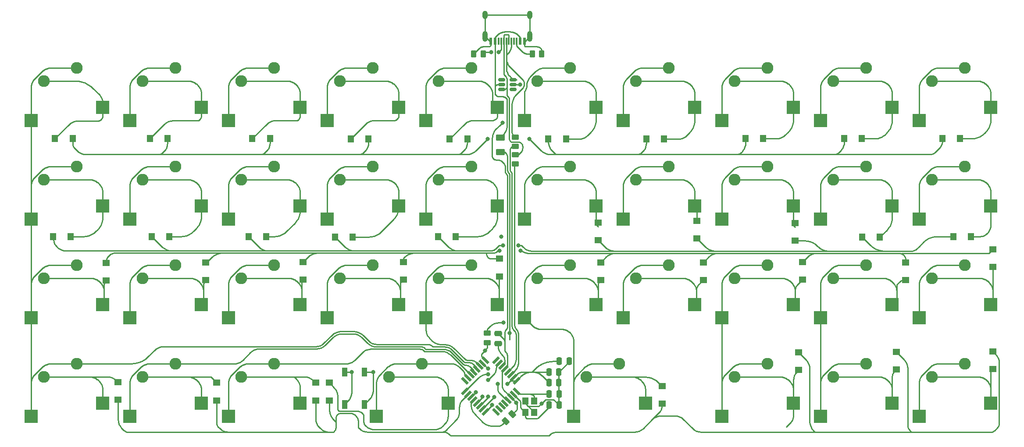
<source format=gbr>
%TF.GenerationSoftware,KiCad,Pcbnew,(5.99.0-12882-g2a6c73b8df)*%
%TF.CreationDate,2021-11-03T21:03:34+01:00*%
%TF.ProjectId,ortho-qaz,6f727468-6f2d-4716-917a-2e6b69636164,rev?*%
%TF.SameCoordinates,Original*%
%TF.FileFunction,Copper,L2,Bot*%
%TF.FilePolarity,Positive*%
%FSLAX46Y46*%
G04 Gerber Fmt 4.6, Leading zero omitted, Abs format (unit mm)*
G04 Created by KiCad (PCBNEW (5.99.0-12882-g2a6c73b8df)) date 2021-11-03 21:03:34*
%MOMM*%
%LPD*%
G01*
G04 APERTURE LIST*
G04 Aperture macros list*
%AMRoundRect*
0 Rectangle with rounded corners*
0 $1 Rounding radius*
0 $2 $3 $4 $5 $6 $7 $8 $9 X,Y pos of 4 corners*
0 Add a 4 corners polygon primitive as box body*
4,1,4,$2,$3,$4,$5,$6,$7,$8,$9,$2,$3,0*
0 Add four circle primitives for the rounded corners*
1,1,$1+$1,$2,$3*
1,1,$1+$1,$4,$5*
1,1,$1+$1,$6,$7*
1,1,$1+$1,$8,$9*
0 Add four rect primitives between the rounded corners*
20,1,$1+$1,$2,$3,$4,$5,0*
20,1,$1+$1,$4,$5,$6,$7,0*
20,1,$1+$1,$6,$7,$8,$9,0*
20,1,$1+$1,$8,$9,$2,$3,0*%
%AMRotRect*
0 Rectangle, with rotation*
0 The origin of the aperture is its center*
0 $1 length*
0 $2 width*
0 $3 Rotation angle, in degrees counterclockwise*
0 Add horizontal line*
21,1,$1,$2,0,0,$3*%
G04 Aperture macros list end*
%TA.AperFunction,SMDPad,CuDef*%
%ADD10R,1.400000X1.200000*%
%TD*%
%TA.AperFunction,SMDPad,CuDef*%
%ADD11R,1.200000X1.400000*%
%TD*%
%TA.AperFunction,SMDPad,CuDef*%
%ADD12R,2.550000X2.500000*%
%TD*%
%TA.AperFunction,ComponentPad*%
%ADD13C,2.286000*%
%TD*%
%TA.AperFunction,SMDPad,CuDef*%
%ADD14RoundRect,0.250000X-0.250000X-0.475000X0.250000X-0.475000X0.250000X0.475000X-0.250000X0.475000X0*%
%TD*%
%TA.AperFunction,SMDPad,CuDef*%
%ADD15R,0.600000X1.450000*%
%TD*%
%TA.AperFunction,SMDPad,CuDef*%
%ADD16R,0.300000X1.450000*%
%TD*%
%TA.AperFunction,ComponentPad*%
%ADD17O,1.000000X2.100000*%
%TD*%
%TA.AperFunction,ComponentPad*%
%ADD18O,1.000000X1.600000*%
%TD*%
%TA.AperFunction,SMDPad,CuDef*%
%ADD19RoundRect,0.150000X0.512500X0.150000X-0.512500X0.150000X-0.512500X-0.150000X0.512500X-0.150000X0*%
%TD*%
%TA.AperFunction,SMDPad,CuDef*%
%ADD20RotRect,1.600000X0.550000X45.000000*%
%TD*%
%TA.AperFunction,SMDPad,CuDef*%
%ADD21RotRect,1.600000X0.550000X135.000000*%
%TD*%
%TA.AperFunction,SMDPad,CuDef*%
%ADD22R,1.000000X1.700000*%
%TD*%
%TA.AperFunction,SMDPad,CuDef*%
%ADD23RoundRect,0.249998X-0.132583X0.503816X-0.503816X0.132583X0.132583X-0.503816X0.503816X-0.132583X0*%
%TD*%
%TA.AperFunction,SMDPad,CuDef*%
%ADD24RoundRect,0.249998X0.262502X0.450002X-0.262502X0.450002X-0.262502X-0.450002X0.262502X-0.450002X0*%
%TD*%
%TA.AperFunction,SMDPad,CuDef*%
%ADD25RoundRect,0.249998X-0.262502X-0.450002X0.262502X-0.450002X0.262502X0.450002X-0.262502X0.450002X0*%
%TD*%
%TA.AperFunction,SMDPad,CuDef*%
%ADD26RoundRect,0.249998X-0.450002X0.262502X-0.450002X-0.262502X0.450002X-0.262502X0.450002X0.262502X0*%
%TD*%
%TA.AperFunction,SMDPad,CuDef*%
%ADD27RoundRect,0.249998X0.450002X-0.262502X0.450002X0.262502X-0.450002X0.262502X-0.450002X-0.262502X0*%
%TD*%
%TA.AperFunction,SMDPad,CuDef*%
%ADD28RoundRect,0.250000X-0.625000X0.375000X-0.625000X-0.375000X0.625000X-0.375000X0.625000X0.375000X0*%
%TD*%
%TA.AperFunction,SMDPad,CuDef*%
%ADD29RoundRect,0.250000X0.250000X0.475000X-0.250000X0.475000X-0.250000X-0.475000X0.250000X-0.475000X0*%
%TD*%
%TA.AperFunction,SMDPad,CuDef*%
%ADD30RoundRect,0.250000X0.475000X-0.250000X0.475000X0.250000X-0.475000X0.250000X-0.475000X-0.250000X0*%
%TD*%
%TA.AperFunction,ViaPad*%
%ADD31C,0.800000*%
%TD*%
%TA.AperFunction,Conductor*%
%ADD32C,0.250000*%
%TD*%
G04 APERTURE END LIST*
D10*
%TO.P,D39,1*%
%TO.N,row3*%
X240390000Y-85030000D03*
%TO.P,D39,2*%
%TO.N,Net-(D39-Pad2)*%
X240390000Y-88430000D03*
%TD*%
%TO.P,D38,1*%
%TO.N,row3*%
X221790000Y-85130000D03*
%TO.P,D38,2*%
%TO.N,Net-(D38-Pad2)*%
X221790000Y-88530000D03*
%TD*%
%TO.P,D37,1*%
%TO.N,row3*%
X202890000Y-85230000D03*
%TO.P,D37,2*%
%TO.N,Net-(D37-Pad2)*%
X202890000Y-88630000D03*
%TD*%
%TO.P,D35,1*%
%TO.N,row3*%
X176540000Y-95130000D03*
%TO.P,D35,2*%
%TO.N,Net-(D35-Pad2)*%
X176540000Y-91730000D03*
%TD*%
%TO.P,D33,1*%
%TO.N,row3*%
X112290000Y-94480000D03*
%TO.P,D33,2*%
%TO.N,Net-(D33-Pad2)*%
X112290000Y-91080000D03*
%TD*%
%TO.P,D32,1*%
%TO.N,row3*%
X109640000Y-94480000D03*
%TO.P,D32,2*%
%TO.N,Net-(D32-Pad2)*%
X109640000Y-91080000D03*
%TD*%
%TO.P,D31,1*%
%TO.N,row3*%
X90540000Y-94480000D03*
%TO.P,D31,2*%
%TO.N,Net-(D31-Pad2)*%
X90540000Y-91080000D03*
%TD*%
%TO.P,D30,1*%
%TO.N,row3*%
X71490000Y-94380000D03*
%TO.P,D30,2*%
%TO.N,Net-(D30-Pad2)*%
X71490000Y-90980000D03*
%TD*%
%TO.P,D29,1*%
%TO.N,row2*%
X240390000Y-65330000D03*
%TO.P,D29,2*%
%TO.N,Net-(D29-Pad2)*%
X240390000Y-68730000D03*
%TD*%
%TO.P,D28,1*%
%TO.N,row2*%
X223590000Y-67830000D03*
%TO.P,D28,2*%
%TO.N,Net-(D28-Pad2)*%
X223590000Y-71230000D03*
%TD*%
%TO.P,D27,1*%
%TO.N,row2*%
X203690000Y-67730000D03*
%TO.P,D27,2*%
%TO.N,Net-(D27-Pad2)*%
X203690000Y-71130000D03*
%TD*%
%TO.P,D26,1*%
%TO.N,row2*%
X184490000Y-67830000D03*
%TO.P,D26,2*%
%TO.N,Net-(D26-Pad2)*%
X184490000Y-71230000D03*
%TD*%
%TO.P,D25,1*%
%TO.N,row2*%
X164690000Y-67830000D03*
%TO.P,D25,2*%
%TO.N,Net-(D25-Pad2)*%
X164690000Y-71230000D03*
%TD*%
%TO.P,D24,1*%
%TO.N,row2*%
X145140000Y-67130000D03*
%TO.P,D24,2*%
%TO.N,Net-(D24-Pad2)*%
X145140000Y-70530000D03*
%TD*%
%TO.P,D23,1*%
%TO.N,row2*%
X126590000Y-67730000D03*
%TO.P,D23,2*%
%TO.N,Net-(D23-Pad2)*%
X126590000Y-71130000D03*
%TD*%
%TO.P,D22,1*%
%TO.N,row2*%
X107190000Y-67780000D03*
%TO.P,D22,2*%
%TO.N,Net-(D22-Pad2)*%
X107190000Y-71180000D03*
%TD*%
%TO.P,D21,1*%
%TO.N,row2*%
X88390000Y-67880000D03*
%TO.P,D21,2*%
%TO.N,Net-(D21-Pad2)*%
X88390000Y-71280000D03*
%TD*%
%TO.P,D20,1*%
%TO.N,row2*%
X69240000Y-67930000D03*
%TO.P,D20,2*%
%TO.N,Net-(D20-Pad2)*%
X69240000Y-71330000D03*
%TD*%
D11*
%TO.P,D19,1*%
%TO.N,row1*%
X232790000Y-62830000D03*
%TO.P,D19,2*%
%TO.N,Net-(D19-Pad2)*%
X236190000Y-62830000D03*
%TD*%
%TO.P,D18,1*%
%TO.N,row1*%
X215190000Y-62930000D03*
%TO.P,D18,2*%
%TO.N,Net-(D18-Pad2)*%
X218590000Y-62930000D03*
%TD*%
D10*
%TO.P,D17,1*%
%TO.N,row1*%
X202190000Y-63630000D03*
%TO.P,D17,2*%
%TO.N,Net-(D17-Pad2)*%
X202190000Y-60230000D03*
%TD*%
%TO.P,D16,1*%
%TO.N,row1*%
X183290000Y-63230000D03*
%TO.P,D16,2*%
%TO.N,Net-(D16-Pad2)*%
X183290000Y-59830000D03*
%TD*%
%TO.P,D15,1*%
%TO.N,row1*%
X164190000Y-63530000D03*
%TO.P,D15,2*%
%TO.N,Net-(D15-Pad2)*%
X164190000Y-60130000D03*
%TD*%
D11*
%TO.P,D14,1*%
%TO.N,row1*%
X133290000Y-62830000D03*
%TO.P,D14,2*%
%TO.N,Net-(D14-Pad2)*%
X136690000Y-62830000D03*
%TD*%
%TO.P,D13,1*%
%TO.N,row1*%
X113390000Y-62930000D03*
%TO.P,D13,2*%
%TO.N,Net-(D13-Pad2)*%
X116790000Y-62930000D03*
%TD*%
%TO.P,D12,1*%
%TO.N,row1*%
X96690000Y-62830000D03*
%TO.P,D12,2*%
%TO.N,Net-(D12-Pad2)*%
X100090000Y-62830000D03*
%TD*%
%TO.P,D11,1*%
%TO.N,row1*%
X78040000Y-62830000D03*
%TO.P,D11,2*%
%TO.N,Net-(D11-Pad2)*%
X81440000Y-62830000D03*
%TD*%
%TO.P,D10,1*%
%TO.N,row1*%
X58990000Y-62855000D03*
%TO.P,D10,2*%
%TO.N,Net-(D10-Pad2)*%
X62390000Y-62855000D03*
%TD*%
%TO.P,D9,1*%
%TO.N,row0*%
X230690000Y-43930000D03*
%TO.P,D9,2*%
%TO.N,Net-(D9-Pad2)*%
X234090000Y-43930000D03*
%TD*%
%TO.P,D8,1*%
%TO.N,row0*%
X211690000Y-43880000D03*
%TO.P,D8,2*%
%TO.N,Net-(D8-Pad2)*%
X215090000Y-43880000D03*
%TD*%
%TO.P,D7,1*%
%TO.N,row0*%
X192640000Y-43930000D03*
%TO.P,D7,2*%
%TO.N,Net-(D7-Pad2)*%
X196040000Y-43930000D03*
%TD*%
%TO.P,D6,1*%
%TO.N,row0*%
X173490000Y-43980000D03*
%TO.P,D6,2*%
%TO.N,Net-(D6-Pad2)*%
X176890000Y-43980000D03*
%TD*%
%TO.P,D5,1*%
%TO.N,row0*%
X154590000Y-43980000D03*
%TO.P,D5,2*%
%TO.N,Net-(D5-Pad2)*%
X157990000Y-43980000D03*
%TD*%
%TO.P,D4,1*%
%TO.N,row0*%
X138940000Y-43980000D03*
%TO.P,D4,2*%
%TO.N,Net-(D4-Pad2)*%
X135540000Y-43980000D03*
%TD*%
%TO.P,D3,1*%
%TO.N,row0*%
X119840000Y-43980000D03*
%TO.P,D3,2*%
%TO.N,Net-(D3-Pad2)*%
X116440000Y-43980000D03*
%TD*%
%TO.P,D2,1*%
%TO.N,row0*%
X100840000Y-43930000D03*
%TO.P,D2,2*%
%TO.N,Net-(D2-Pad2)*%
X97440000Y-43930000D03*
%TD*%
%TO.P,D1,1*%
%TO.N,row0*%
X81040000Y-43930000D03*
%TO.P,D1,2*%
%TO.N,Net-(D1-Pad2)*%
X77640000Y-43930000D03*
%TD*%
%TO.P,D0,1*%
%TO.N,row0*%
X62740000Y-43930000D03*
%TO.P,D0,2*%
%TO.N,Net-(D0-Pad2)*%
X59340000Y-43930000D03*
%TD*%
D12*
%TO.P,K26,2*%
%TO.N,Net-(D26-Pad2)*%
X182850000Y-75970000D03*
D13*
X171480000Y-70890000D03*
%TO.P,K26,1*%
%TO.N,col6*%
X177830000Y-68350000D03*
D12*
X169000000Y-78510000D03*
%TD*%
%TO.P,K24,2*%
%TO.N,Net-(D24-Pad2)*%
X144750000Y-75970000D03*
D13*
X133380000Y-70890000D03*
%TO.P,K24,1*%
%TO.N,col4*%
X139730000Y-68350000D03*
D12*
X130900000Y-78510000D03*
%TD*%
D14*
%TO.P,C4,2*%
%TO.N,GND*%
X156620000Y-91050000D03*
%TO.P,C4,1*%
%TO.N,+5*%
X154720000Y-91050000D03*
%TD*%
%TO.P,C6,2*%
%TO.N,GND*%
X156600000Y-89030000D03*
%TO.P,C6,1*%
%TO.N,+5*%
X154700000Y-89030000D03*
%TD*%
D12*
%TO.P,K39,2*%
%TO.N,Net-(D39-Pad2)*%
X240000000Y-95000000D03*
D13*
X228630000Y-89920000D03*
%TO.P,K39,1*%
%TO.N,col9*%
X234980000Y-87380000D03*
D12*
X226150000Y-97540000D03*
%TD*%
%TO.P,K38,2*%
%TO.N,Net-(D38-Pad2)*%
X220950000Y-95020000D03*
D13*
X209580000Y-89940000D03*
%TO.P,K38,1*%
%TO.N,col8*%
X215930000Y-87400000D03*
D12*
X207100000Y-97560000D03*
%TD*%
%TO.P,K37,2*%
%TO.N,Net-(D37-Pad2)*%
X201900000Y-95020000D03*
D13*
X190530000Y-89940000D03*
%TO.P,K37,1*%
%TO.N,col7*%
X196880000Y-87400000D03*
D12*
X188050000Y-97560000D03*
%TD*%
%TO.P,K35,2*%
%TO.N,Net-(D35-Pad2)*%
X173325000Y-95020000D03*
D13*
X161955000Y-89940000D03*
%TO.P,K35,1*%
%TO.N,col5*%
X168305000Y-87400000D03*
D12*
X159475000Y-97560000D03*
%TD*%
%TO.P,K33,2*%
%TO.N,Net-(D33-Pad2)*%
X135225000Y-95020000D03*
D13*
X123855000Y-89940000D03*
%TO.P,K33,1*%
%TO.N,col3*%
X130205000Y-87400000D03*
D12*
X121375000Y-97560000D03*
%TD*%
%TO.P,K32,2*%
%TO.N,Net-(D32-Pad2)*%
X106650000Y-95020000D03*
D13*
X95280000Y-89940000D03*
%TO.P,K32,1*%
%TO.N,col2*%
X101630000Y-87400000D03*
D12*
X92800000Y-97560000D03*
%TD*%
%TO.P,K31,2*%
%TO.N,Net-(D31-Pad2)*%
X87600000Y-95020000D03*
D13*
X76230000Y-89940000D03*
%TO.P,K31,1*%
%TO.N,col1*%
X82580000Y-87400000D03*
D12*
X73750000Y-97560000D03*
%TD*%
%TO.P,K30,2*%
%TO.N,Net-(D30-Pad2)*%
X68550000Y-95020000D03*
D13*
X57180000Y-89940000D03*
%TO.P,K30,1*%
%TO.N,col0*%
X63530000Y-87400000D03*
D12*
X54700000Y-97560000D03*
%TD*%
%TO.P,K29,2*%
%TO.N,Net-(D29-Pad2)*%
X240000000Y-75970000D03*
D13*
X228630000Y-70890000D03*
%TO.P,K29,1*%
%TO.N,col9*%
X234980000Y-68350000D03*
D12*
X226150000Y-78510000D03*
%TD*%
%TO.P,K28,2*%
%TO.N,Net-(D28-Pad2)*%
X220950000Y-75970000D03*
D13*
X209580000Y-70890000D03*
%TO.P,K28,1*%
%TO.N,col8*%
X215930000Y-68350000D03*
D12*
X207100000Y-78510000D03*
%TD*%
%TO.P,K27,2*%
%TO.N,Net-(D27-Pad2)*%
X201900000Y-75970000D03*
D13*
X190530000Y-70890000D03*
%TO.P,K27,1*%
%TO.N,col7*%
X196880000Y-68350000D03*
D12*
X188050000Y-78510000D03*
%TD*%
%TO.P,K25,2*%
%TO.N,Net-(D25-Pad2)*%
X163800000Y-75970000D03*
D13*
X152430000Y-70890000D03*
%TO.P,K25,1*%
%TO.N,col5*%
X158780000Y-68350000D03*
D12*
X149950000Y-78510000D03*
%TD*%
%TO.P,K23,2*%
%TO.N,Net-(D23-Pad2)*%
X125700000Y-75970000D03*
D13*
X114330000Y-70890000D03*
%TO.P,K23,1*%
%TO.N,col3*%
X120680000Y-68350000D03*
D12*
X111850000Y-78510000D03*
%TD*%
%TO.P,K22,2*%
%TO.N,Net-(D22-Pad2)*%
X106650000Y-75970000D03*
D13*
X95280000Y-70890000D03*
%TO.P,K22,1*%
%TO.N,col2*%
X101630000Y-68350000D03*
D12*
X92800000Y-78510000D03*
%TD*%
%TO.P,K21,2*%
%TO.N,Net-(D21-Pad2)*%
X87600000Y-75970000D03*
D13*
X76230000Y-70890000D03*
%TO.P,K21,1*%
%TO.N,col1*%
X82580000Y-68350000D03*
D12*
X73750000Y-78510000D03*
%TD*%
%TO.P,K20,2*%
%TO.N,Net-(D20-Pad2)*%
X68550000Y-75970000D03*
D13*
X57180000Y-70890000D03*
%TO.P,K20,1*%
%TO.N,col0*%
X63530000Y-68350000D03*
D12*
X54700000Y-78510000D03*
%TD*%
%TO.P,K19,2*%
%TO.N,Net-(D19-Pad2)*%
X240000000Y-56920000D03*
D13*
X228630000Y-51840000D03*
%TO.P,K19,1*%
%TO.N,col9*%
X234980000Y-49300000D03*
D12*
X226150000Y-59460000D03*
%TD*%
%TO.P,K18,2*%
%TO.N,Net-(D18-Pad2)*%
X220950000Y-56920000D03*
D13*
X209580000Y-51840000D03*
%TO.P,K18,1*%
%TO.N,col8*%
X215930000Y-49300000D03*
D12*
X207100000Y-59460000D03*
%TD*%
%TO.P,K17,2*%
%TO.N,Net-(D17-Pad2)*%
X201900000Y-56920000D03*
D13*
X190530000Y-51840000D03*
%TO.P,K17,1*%
%TO.N,col7*%
X196880000Y-49300000D03*
D12*
X188050000Y-59460000D03*
%TD*%
%TO.P,K16,2*%
%TO.N,Net-(D16-Pad2)*%
X182850000Y-56920000D03*
D13*
X171480000Y-51840000D03*
%TO.P,K16,1*%
%TO.N,col6*%
X177830000Y-49300000D03*
D12*
X169000000Y-59460000D03*
%TD*%
%TO.P,K15,2*%
%TO.N,Net-(D15-Pad2)*%
X163800000Y-56920000D03*
D13*
X152430000Y-51840000D03*
%TO.P,K15,1*%
%TO.N,col5*%
X158780000Y-49300000D03*
D12*
X149950000Y-59460000D03*
%TD*%
%TO.P,K14,2*%
%TO.N,Net-(D14-Pad2)*%
X144750000Y-56920000D03*
D13*
X133380000Y-51840000D03*
%TO.P,K14,1*%
%TO.N,col4*%
X139730000Y-49300000D03*
D12*
X130900000Y-59460000D03*
%TD*%
%TO.P,K13,2*%
%TO.N,Net-(D13-Pad2)*%
X125700000Y-56920000D03*
D13*
X114330000Y-51840000D03*
%TO.P,K13,1*%
%TO.N,col3*%
X120680000Y-49300000D03*
D12*
X111850000Y-59460000D03*
%TD*%
%TO.P,K12,2*%
%TO.N,Net-(D12-Pad2)*%
X106650000Y-56920000D03*
D13*
X95280000Y-51840000D03*
%TO.P,K12,1*%
%TO.N,col2*%
X101630000Y-49300000D03*
D12*
X92800000Y-59460000D03*
%TD*%
%TO.P,K11,2*%
%TO.N,Net-(D11-Pad2)*%
X87600000Y-56920000D03*
D13*
X76230000Y-51840000D03*
%TO.P,K11,1*%
%TO.N,col1*%
X82580000Y-49300000D03*
D12*
X73750000Y-59460000D03*
%TD*%
%TO.P,K10,2*%
%TO.N,Net-(D10-Pad2)*%
X68550000Y-56920000D03*
D13*
X57180000Y-51840000D03*
%TO.P,K10,1*%
%TO.N,col0*%
X63530000Y-49300000D03*
D12*
X54700000Y-59460000D03*
%TD*%
%TO.P,K9,2*%
%TO.N,Net-(D9-Pad2)*%
X240000000Y-37870000D03*
D13*
X228630000Y-32790000D03*
%TO.P,K9,1*%
%TO.N,col9*%
X234980000Y-30250000D03*
D12*
X226150000Y-40410000D03*
%TD*%
%TO.P,K8,2*%
%TO.N,Net-(D8-Pad2)*%
X220950000Y-37870000D03*
D13*
X209580000Y-32790000D03*
%TO.P,K8,1*%
%TO.N,col8*%
X215930000Y-30250000D03*
D12*
X207100000Y-40410000D03*
%TD*%
%TO.P,K7,2*%
%TO.N,Net-(D7-Pad2)*%
X201900000Y-37870000D03*
D13*
X190530000Y-32790000D03*
%TO.P,K7,1*%
%TO.N,col7*%
X196880000Y-30250000D03*
D12*
X188050000Y-40410000D03*
%TD*%
%TO.P,K6,2*%
%TO.N,Net-(D6-Pad2)*%
X182850000Y-37870000D03*
D13*
X171480000Y-32790000D03*
%TO.P,K6,1*%
%TO.N,col6*%
X177830000Y-30250000D03*
D12*
X169000000Y-40410000D03*
%TD*%
%TO.P,K5,2*%
%TO.N,Net-(D5-Pad2)*%
X163800000Y-37870000D03*
D13*
X152430000Y-32790000D03*
%TO.P,K5,1*%
%TO.N,col5*%
X158780000Y-30250000D03*
D12*
X149950000Y-40410000D03*
%TD*%
%TO.P,K4,2*%
%TO.N,Net-(D4-Pad2)*%
X144750000Y-37870000D03*
D13*
X133380000Y-32790000D03*
%TO.P,K4,1*%
%TO.N,col4*%
X139730000Y-30250000D03*
D12*
X130900000Y-40410000D03*
%TD*%
%TO.P,K3,2*%
%TO.N,Net-(D3-Pad2)*%
X125700000Y-37870000D03*
D13*
X114330000Y-32790000D03*
%TO.P,K3,1*%
%TO.N,col3*%
X120680000Y-30250000D03*
D12*
X111850000Y-40410000D03*
%TD*%
%TO.P,K2,2*%
%TO.N,Net-(D2-Pad2)*%
X106650000Y-37870000D03*
D13*
X95280000Y-32790000D03*
%TO.P,K2,1*%
%TO.N,col2*%
X101630000Y-30250000D03*
D12*
X92800000Y-40410000D03*
%TD*%
%TO.P,K1,2*%
%TO.N,Net-(D1-Pad2)*%
X87600000Y-37870000D03*
D13*
X76230000Y-32790000D03*
%TO.P,K1,1*%
%TO.N,col1*%
X82580000Y-30250000D03*
D12*
X73750000Y-40410000D03*
%TD*%
%TO.P,K0,2*%
%TO.N,Net-(D0-Pad2)*%
X68550000Y-37870000D03*
D13*
X57180000Y-32790000D03*
%TO.P,K0,1*%
%TO.N,col0*%
X63530000Y-30250000D03*
D12*
X54700000Y-40410000D03*
%TD*%
D15*
%TO.P,J1,B1*%
%TO.N,GND*%
X149965000Y-25087500D03*
%TO.P,J1,A9*%
%TO.N,VCC*%
X149165000Y-25087500D03*
%TO.P,J1,B9*%
X144265000Y-25087500D03*
%TO.P,J1,B12*%
%TO.N,GND*%
X143465000Y-25087500D03*
%TO.P,J1,A1*%
X143465000Y-25087500D03*
%TO.P,J1,A4*%
%TO.N,VCC*%
X144265000Y-25087500D03*
%TO.P,J1,B4*%
X149165000Y-25087500D03*
%TO.P,J1,A12*%
%TO.N,GND*%
X149965000Y-25087500D03*
D16*
%TO.P,J1,B8*%
%TO.N,Net-(J1-PadB8)*%
X144965000Y-25087500D03*
%TO.P,J1,A5*%
%TO.N,Net-(J1-PadA5)*%
X145465000Y-25087500D03*
%TO.P,J1,B7*%
%TO.N,D-*%
X145965000Y-25087500D03*
%TO.P,J1,A7*%
X146965000Y-25087500D03*
%TO.P,J1,B6*%
%TO.N,D+*%
X147465000Y-25087500D03*
%TO.P,J1,A8*%
%TO.N,Net-(J1-PadA8)*%
X147965000Y-25087500D03*
%TO.P,J1,B5*%
%TO.N,Net-(J1-PadB5)*%
X148465000Y-25087500D03*
%TO.P,J1,A6*%
%TO.N,D+*%
X146465000Y-25087500D03*
D17*
%TO.P,J1,S1*%
%TO.N,GND*%
X151035000Y-24172500D03*
X142395000Y-24172500D03*
D18*
X142395000Y-19992500D03*
X151035000Y-19992500D03*
%TD*%
D11*
%TO.P,Y1,4*%
%TO.N,GND*%
X150140000Y-94630000D03*
%TO.P,Y1,3*%
%TO.N,Net-(C3-Pad1)*%
X150140000Y-96830000D03*
%TO.P,Y1,2*%
%TO.N,GND*%
X151840000Y-96830000D03*
%TO.P,Y1,1*%
%TO.N,Net-(C2-Pad2)*%
X151840000Y-94630000D03*
%TD*%
D19*
%TO.P,U2,6*%
%TO.N,Net-(U2-Pad6)*%
X145542500Y-32550000D03*
%TO.P,U2,5*%
%TO.N,VCC*%
X145542500Y-33500000D03*
%TO.P,U2,4*%
%TO.N,D-*%
X145542500Y-34450000D03*
%TO.P,U2,3*%
%TO.N,Net-(U2-Pad3)*%
X147817500Y-34450000D03*
%TO.P,U2,2*%
%TO.N,GND*%
X147817500Y-33500000D03*
%TO.P,U2,1*%
%TO.N,D+*%
X147817500Y-32550000D03*
%TD*%
D20*
%TO.P,U1,32*%
%TO.N,+5*%
X148455103Y-90684695D03*
%TO.P,U1,31*%
X147889417Y-90119010D03*
%TO.P,U1,30*%
%TO.N,Net-(R1-Pad2)*%
X147323732Y-89553324D03*
%TO.P,U1,29*%
%TO.N,Net-(R2-Pad1)*%
X146758047Y-88987639D03*
%TO.P,U1,28*%
%TO.N,GND*%
X146192361Y-88421953D03*
%TO.P,U1,27*%
%TO.N,Net-(C1-Pad1)*%
X145626676Y-87856268D03*
%TO.P,U1,26*%
%TO.N,row2*%
X145060990Y-87290583D03*
%TO.P,U1,25*%
%TO.N,Net-(U1-Pad25)*%
X144495305Y-86724897D03*
D21*
%TO.P,U1,24*%
%TO.N,Net-(R3-Pad2)*%
X142444695Y-86724897D03*
%TO.P,U1,23*%
%TO.N,row0*%
X141879010Y-87290583D03*
%TO.P,U1,22*%
%TO.N,col4*%
X141313324Y-87856268D03*
%TO.P,U1,21*%
%TO.N,col0*%
X140747639Y-88421953D03*
%TO.P,U1,20*%
%TO.N,col1*%
X140181953Y-88987639D03*
%TO.P,U1,19*%
%TO.N,col2*%
X139616268Y-89553324D03*
%TO.P,U1,18*%
%TO.N,col3*%
X139050583Y-90119010D03*
%TO.P,U1,17*%
%TO.N,Net-(U1-Pad17)*%
X138484897Y-90684695D03*
D20*
%TO.P,U1,16*%
%TO.N,row1*%
X138484897Y-92735305D03*
%TO.P,U1,15*%
%TO.N,row3*%
X139050583Y-93300990D03*
%TO.P,U1,14*%
%TO.N,col5*%
X139616268Y-93866676D03*
%TO.P,U1,13*%
%TO.N,Net-(R6-Pad2)*%
X140181953Y-94432361D03*
%TO.P,U1,12*%
%TO.N,col6*%
X140747639Y-94998047D03*
%TO.P,U1,11*%
%TO.N,col9*%
X141313324Y-95563732D03*
%TO.P,U1,10*%
%TO.N,col8*%
X141879010Y-96129417D03*
%TO.P,U1,9*%
%TO.N,col7*%
X142444695Y-96695103D03*
D21*
%TO.P,U1,8*%
%TO.N,Net-(U1-Pad8)*%
X144495305Y-96695103D03*
%TO.P,U1,7*%
%TO.N,Net-(U1-Pad7)*%
X145060990Y-96129417D03*
%TO.P,U1,6*%
%TO.N,Net-(U1-Pad6)*%
X145626676Y-95563732D03*
%TO.P,U1,5*%
%TO.N,Net-(U1-Pad5)*%
X146192361Y-94998047D03*
%TO.P,U1,4*%
%TO.N,+5*%
X146758047Y-94432361D03*
%TO.P,U1,3*%
%TO.N,GND*%
X147323732Y-93866676D03*
%TO.P,U1,2*%
%TO.N,Net-(C3-Pad1)*%
X147889417Y-93300990D03*
%TO.P,U1,1*%
%TO.N,Net-(C2-Pad2)*%
X148455103Y-92735305D03*
%TD*%
D22*
%TO.P,SW1,2*%
%TO.N,Net-(R3-Pad2)*%
X115240000Y-88980000D03*
X115240000Y-95280000D03*
%TO.P,SW1,1*%
%TO.N,GND*%
X119040000Y-88980000D03*
X119040000Y-95280000D03*
%TD*%
D23*
%TO.P,R6,2*%
%TO.N,Net-(R6-Pad2)*%
X146329530Y-98470470D03*
%TO.P,R6,1*%
%TO.N,GND*%
X147620000Y-97180000D03*
%TD*%
D24*
%TO.P,R5,2*%
%TO.N,Net-(J1-PadB5)*%
X151487500Y-27530000D03*
%TO.P,R5,1*%
%TO.N,GND*%
X153312500Y-27530000D03*
%TD*%
D25*
%TO.P,R4,2*%
%TO.N,Net-(J1-PadA5)*%
X142002500Y-27530000D03*
%TO.P,R4,1*%
%TO.N,GND*%
X140177500Y-27530000D03*
%TD*%
D26*
%TO.P,R3,2*%
%TO.N,Net-(R3-Pad2)*%
X142790000Y-83342500D03*
%TO.P,R3,1*%
%TO.N,+5*%
X142790000Y-81517500D03*
%TD*%
D27*
%TO.P,R2,2*%
%TO.N,D+*%
X148190000Y-43597500D03*
%TO.P,R2,1*%
%TO.N,Net-(R2-Pad1)*%
X148190000Y-45422500D03*
%TD*%
D26*
%TO.P,R1,2*%
%TO.N,Net-(R1-Pad2)*%
X148190000Y-48822500D03*
%TO.P,R1,1*%
%TO.N,D-*%
X148190000Y-46997500D03*
%TD*%
D28*
%TO.P,F1,2*%
%TO.N,+5*%
X145280000Y-46500000D03*
%TO.P,F1,1*%
%TO.N,VCC*%
X145280000Y-43700000D03*
%TD*%
D14*
%TO.P,C5,2*%
%TO.N,GND*%
X158590000Y-86940000D03*
%TO.P,C5,1*%
%TO.N,+5*%
X156690000Y-86940000D03*
%TD*%
%TO.P,C3,2*%
%TO.N,GND*%
X156640000Y-95380000D03*
%TO.P,C3,1*%
%TO.N,Net-(C3-Pad1)*%
X154740000Y-95380000D03*
%TD*%
D29*
%TO.P,C2,2*%
%TO.N,Net-(C2-Pad2)*%
X154730000Y-93250000D03*
%TO.P,C2,1*%
%TO.N,GND*%
X156630000Y-93250000D03*
%TD*%
D30*
%TO.P,C1,2*%
%TO.N,GND*%
X144890000Y-81580000D03*
%TO.P,C1,1*%
%TO.N,Net-(C1-Pad1)*%
X144890000Y-83480000D03*
%TD*%
D31*
%TO.N,GND*%
X149170000Y-33500000D03*
X148363528Y-94906472D03*
X145710000Y-40810000D03*
X153257501Y-95097501D03*
X120740000Y-88980000D03*
%TO.N,+5*%
X147099990Y-81520010D03*
X144790000Y-91330000D03*
X146690000Y-91330000D03*
X145909980Y-79449980D03*
%TO.N,row0*%
X145517180Y-62857180D03*
X142990000Y-88330000D03*
X150940000Y-43980000D03*
X142840000Y-43980000D03*
%TO.N,row1*%
X148790000Y-64530000D03*
X145790000Y-64530000D03*
X142990000Y-89430000D03*
%TO.N,row2*%
X149190000Y-65530000D03*
X145190000Y-65530000D03*
X142990000Y-90530000D03*
%TO.N,Net-(J1-PadA5)*%
X145000000Y-27170000D03*
X143510000Y-27170000D03*
%TO.N,col5*%
X140555000Y-92935000D03*
%TO.N,col6*%
X141840497Y-93780497D03*
%TO.N,col7*%
X143690000Y-95330000D03*
X143690000Y-95330000D03*
%TO.N,col8*%
X144140000Y-93830000D03*
%TO.N,col9*%
X142951998Y-93741998D03*
%TO.N,Net-(R3-Pad2)*%
X142340000Y-84880000D03*
X116590000Y-88980000D03*
%TD*%
D32*
%TO.N,GND*%
X150120000Y-25087500D02*
X151035000Y-24172500D01*
X149965000Y-25087500D02*
X150120000Y-25087500D01*
X142395000Y-24172500D02*
X142395000Y-19992500D01*
X142395000Y-19992500D02*
X151035000Y-19992500D01*
X151035000Y-19992500D02*
X151035000Y-24172500D01*
X143310000Y-25087500D02*
X142395000Y-24172500D01*
X143465000Y-25087500D02*
X143310000Y-25087500D01*
X143465000Y-25087500D02*
X143465000Y-25898910D01*
X147817500Y-33500000D02*
X149170000Y-33500000D01*
X149170000Y-33500000D02*
X149170000Y-33500000D01*
X147323732Y-93866676D02*
X148363528Y-94906472D01*
X150140000Y-95030000D02*
X150140000Y-94630000D01*
X151840000Y-96830000D02*
X151840000Y-96730000D01*
X150525000Y-95415000D02*
X150140000Y-95030000D01*
X151840000Y-96730000D02*
X150525000Y-95415000D01*
X150765001Y-95655001D02*
X150525000Y-95415000D01*
X152700001Y-95655001D02*
X150765001Y-95655001D01*
X156640000Y-95380000D02*
X155589990Y-94329990D01*
X156600000Y-95340000D02*
X156640000Y-95380000D01*
X156600000Y-89030000D02*
X156600000Y-95340000D01*
X158590000Y-87040000D02*
X158590000Y-86940000D01*
X156600000Y-89030000D02*
X158590000Y-87040000D01*
X148363528Y-94906472D02*
X148570000Y-95112944D01*
X145710000Y-40810000D02*
X145710000Y-40810000D01*
X143465000Y-25087500D02*
X143465000Y-25605000D01*
X153312500Y-27530000D02*
X153312500Y-26672500D01*
X143465000Y-25898910D02*
X143223900Y-26140010D01*
X148570000Y-95112944D02*
X148570000Y-95820000D01*
X145672897Y-88941417D02*
X146192361Y-88421953D01*
X153257501Y-95097501D02*
X152700001Y-95655001D01*
X142067490Y-26140010D02*
X143223900Y-26140010D01*
X142067490Y-26140010D02*
X142008260Y-26141463D01*
X142008260Y-26141463D02*
X141949172Y-26145822D01*
X141949172Y-26145822D02*
X141890370Y-26153074D01*
X141890370Y-26153074D02*
X141831994Y-26163203D01*
X141831994Y-26163203D02*
X141774186Y-26176185D01*
X141774186Y-26176185D02*
X141717085Y-26191987D01*
X141717085Y-26191987D02*
X141660827Y-26210572D01*
X141660827Y-26210572D02*
X141605549Y-26231895D01*
X141605549Y-26231895D02*
X141551384Y-26255904D01*
X141551384Y-26255904D02*
X141498463Y-26282543D01*
X141498463Y-26282543D02*
X141446912Y-26311746D01*
X141446912Y-26311746D02*
X141396856Y-26343443D01*
X141396856Y-26343443D02*
X141348416Y-26377558D01*
X141348416Y-26377558D02*
X141301708Y-26414010D01*
X141301708Y-26414010D02*
X141256845Y-26452709D01*
X141256845Y-26452709D02*
X141213936Y-26493563D01*
X141213936Y-26493563D02*
X140177500Y-27530000D01*
X150042510Y-26140010D02*
X149965000Y-26062500D01*
X149965000Y-25087500D02*
X149965000Y-26062500D01*
X153133563Y-26493563D02*
X153312500Y-26672500D01*
X153133563Y-26493563D02*
X153090652Y-26452709D01*
X153090652Y-26452709D02*
X153045790Y-26414010D01*
X153045790Y-26414010D02*
X152999082Y-26377559D01*
X152999082Y-26377559D02*
X152950642Y-26343443D01*
X152950642Y-26343443D02*
X152900586Y-26311746D01*
X152900586Y-26311746D02*
X152849035Y-26282543D01*
X152849035Y-26282543D02*
X152796114Y-26255904D01*
X152796114Y-26255904D02*
X152741949Y-26231895D01*
X152741949Y-26231895D02*
X152686671Y-26210572D01*
X152686671Y-26210572D02*
X152630414Y-26191987D01*
X152630414Y-26191987D02*
X152573312Y-26176185D01*
X152573312Y-26176185D02*
X152515504Y-26163203D01*
X152515504Y-26163203D02*
X152457129Y-26153074D01*
X152457129Y-26153074D02*
X152398327Y-26145822D01*
X152398327Y-26145822D02*
X152339239Y-26141463D01*
X152339239Y-26141463D02*
X152280010Y-26140010D01*
X152280010Y-26140010D02*
X150042510Y-26140010D01*
X148570000Y-95930000D02*
X148570000Y-95820000D01*
X148570000Y-95930000D02*
X148556083Y-96071296D01*
X148556083Y-96071296D02*
X148514868Y-96207163D01*
X148514868Y-96207163D02*
X148447938Y-96332379D01*
X148447938Y-96332379D02*
X148357867Y-96442132D01*
X148357867Y-96442132D02*
X147620000Y-97180000D01*
X146026450Y-92569394D02*
X147323732Y-93866676D01*
X146026450Y-92569394D02*
X145985595Y-92526484D01*
X145985595Y-92526484D02*
X145946896Y-92481621D01*
X145946896Y-92481621D02*
X145910445Y-92434913D01*
X145910445Y-92434913D02*
X145876330Y-92386473D01*
X145876330Y-92386473D02*
X145844632Y-92336418D01*
X145844632Y-92336418D02*
X145815429Y-92284867D01*
X145815429Y-92284867D02*
X145788791Y-92231945D01*
X145788791Y-92231945D02*
X145764781Y-92177780D01*
X145764781Y-92177780D02*
X145743458Y-92122503D01*
X145743458Y-92122503D02*
X145724873Y-92066245D01*
X145724873Y-92066245D02*
X145709071Y-92009144D01*
X145709071Y-92009144D02*
X145696090Y-91951335D01*
X145696090Y-91951335D02*
X145685960Y-91892960D01*
X145685960Y-91892960D02*
X145678708Y-91834158D01*
X145678708Y-91834158D02*
X145674349Y-91775070D01*
X145674349Y-91775070D02*
X145672897Y-91715841D01*
X145672897Y-91715841D02*
X145672897Y-88941417D01*
X155589990Y-94329990D02*
X154025012Y-94329990D01*
X154025012Y-94329990D02*
X153257501Y-95097501D01*
X146711826Y-85965416D02*
X146711826Y-87902488D01*
X146619940Y-85503475D02*
X146711826Y-85965416D01*
X146165000Y-84918590D02*
X146358272Y-85111862D01*
X146358272Y-85111862D02*
X146619940Y-85503475D01*
X146585290Y-80661441D02*
X146508558Y-80761441D01*
X146633527Y-80544988D02*
X146585290Y-80661441D01*
X146613225Y-50911613D02*
X146649980Y-51096390D01*
X146508558Y-50754968D02*
X146613225Y-50911613D01*
X146362002Y-50573512D02*
X146477102Y-50723512D01*
X146289648Y-50398833D02*
X146362002Y-50573512D01*
X146264970Y-50211380D02*
X146289648Y-50398833D01*
X146477102Y-50723512D02*
X146508558Y-50754968D01*
X146264970Y-49474970D02*
X146264970Y-50211380D01*
X143750000Y-43766410D02*
X143750000Y-47390000D01*
X143796387Y-43295420D02*
X143761624Y-43529775D01*
X143933770Y-42842530D02*
X143853954Y-43065600D01*
X145271939Y-48111885D02*
X145480632Y-48223433D01*
X145480632Y-48223433D02*
X145663553Y-48373553D01*
X145710000Y-40810000D02*
X145203599Y-41316401D01*
X145045494Y-48043193D02*
X145271939Y-48111885D01*
X146649980Y-51096390D02*
X146649980Y-80420020D01*
X143853954Y-43065600D02*
X143796387Y-43295420D01*
X145200009Y-41316401D02*
X144457106Y-42059303D01*
X144298000Y-42234848D02*
X144156867Y-42425144D01*
X144117867Y-47922966D02*
X144292546Y-47995321D01*
X143761624Y-43529775D02*
X143750000Y-43766410D01*
X144035066Y-42628357D02*
X143933770Y-42842530D01*
X145203599Y-41316401D02*
X145200009Y-41316401D01*
X143766452Y-47514968D02*
X143814688Y-47631421D01*
X143814688Y-47631421D02*
X143891421Y-47731421D01*
X144457106Y-42059303D02*
X144298000Y-42234848D01*
X143891421Y-47731421D02*
X143967867Y-47807867D01*
X144292546Y-47995321D02*
X144480000Y-48020000D01*
X146649980Y-80420020D02*
X146633527Y-80544988D01*
X143967867Y-47807867D02*
X144117867Y-47922966D01*
X146061535Y-48804336D02*
X146173084Y-49013029D01*
X143750000Y-47390000D02*
X143766452Y-47514968D01*
X144480000Y-48020000D02*
X144810000Y-48020000D01*
X144810000Y-48020000D02*
X145045494Y-48043193D01*
X145663553Y-48373553D02*
X145911416Y-48621416D01*
X145911416Y-48621416D02*
X146061535Y-48804336D01*
X144156867Y-42425144D02*
X144035066Y-42628357D01*
X146173084Y-49013029D02*
X146241775Y-49239474D01*
X146711826Y-87902488D02*
X146192361Y-88421953D01*
X146241775Y-49239474D02*
X146264970Y-49474970D01*
X146377131Y-80892867D02*
X146508558Y-80761441D01*
X146377131Y-80892867D02*
X146287059Y-81002619D01*
X146287059Y-81002619D02*
X146220130Y-81127835D01*
X146220130Y-81127835D02*
X146178915Y-81263702D01*
X146178915Y-81263702D02*
X146165000Y-81405000D01*
X146165000Y-81405000D02*
X146165000Y-84918590D01*
X145811446Y-82501446D02*
X144890000Y-81580000D01*
X145811446Y-82501446D02*
X145961565Y-82684366D01*
X145961565Y-82684366D02*
X146073114Y-82893059D01*
X146073114Y-82893059D02*
X146141805Y-83119504D01*
X146141805Y-83119504D02*
X146165000Y-83355000D01*
X146165000Y-83355000D02*
X146165000Y-84918590D01*
X120740000Y-88980000D02*
X119040000Y-88980000D01*
X120032893Y-94287106D02*
X119040000Y-95280000D01*
X120032893Y-94287106D02*
X120333131Y-93921264D01*
X120333131Y-93921264D02*
X120556228Y-93503879D01*
X120556228Y-93503879D02*
X120693611Y-93050989D01*
X120693611Y-93050989D02*
X120740000Y-92580000D01*
X120740000Y-92580000D02*
X120740000Y-88980000D01*
%TO.N,Net-(C1-Pad1)*%
X146146140Y-87336804D02*
X145626676Y-87856268D01*
X146146140Y-86714324D02*
X146146140Y-87336804D01*
X146146140Y-86714324D02*
X146122945Y-86478828D01*
X146122945Y-86478828D02*
X146054254Y-86252383D01*
X146054254Y-86252383D02*
X145942705Y-86043690D01*
X145942705Y-86043690D02*
X145792586Y-85860770D01*
X144890000Y-83958184D02*
X144890000Y-83480000D01*
X144890000Y-83958184D02*
X144936388Y-84429173D01*
X144936388Y-84429173D02*
X145073770Y-84882062D01*
X145073770Y-84882062D02*
X145296868Y-85299448D01*
X145296868Y-85299448D02*
X145597106Y-85665290D01*
X145597106Y-85665290D02*
X145792586Y-85860770D01*
%TO.N,Net-(C2-Pad2)*%
X148455103Y-92735305D02*
X148455103Y-92765103D01*
X148969798Y-93250000D02*
X148455103Y-92735305D01*
X151840000Y-94630000D02*
X151840000Y-93680000D01*
X149950000Y-93250000D02*
X148969798Y-93250000D01*
X154730000Y-93250000D02*
X149950000Y-93250000D01*
X150910000Y-93250000D02*
X149950000Y-93250000D01*
X150910000Y-93250000D02*
X150969229Y-93251454D01*
X150969229Y-93251454D02*
X151028317Y-93255812D01*
X151028317Y-93255812D02*
X151087119Y-93263065D01*
X151087119Y-93263065D02*
X151145494Y-93273194D01*
X151145494Y-93273194D02*
X151203302Y-93286175D01*
X151203302Y-93286175D02*
X151260404Y-93301977D01*
X151260404Y-93301977D02*
X151316661Y-93320562D01*
X151316661Y-93320562D02*
X151371939Y-93341885D01*
X151371939Y-93341885D02*
X151426104Y-93365895D01*
X151426104Y-93365895D02*
X151479025Y-93392533D01*
X151479025Y-93392533D02*
X151530576Y-93421736D01*
X151530576Y-93421736D02*
X151580632Y-93453434D01*
X151580632Y-93453434D02*
X151629072Y-93487549D01*
X151629072Y-93487549D02*
X151675779Y-93524000D01*
X151675779Y-93524000D02*
X151720642Y-93562699D01*
X151720642Y-93562699D02*
X151763553Y-93603553D01*
X151763553Y-93603553D02*
X151840000Y-93680000D01*
%TO.N,Net-(C3-Pad1)*%
X154740000Y-95815002D02*
X154740000Y-95380000D01*
X150140000Y-97780000D02*
X150390000Y-98030000D01*
X150140000Y-96830000D02*
X150140000Y-97780000D01*
X149214999Y-95604999D02*
X149239677Y-95792452D01*
X149239677Y-95792452D02*
X149312031Y-95967131D01*
X149312031Y-95967131D02*
X149427131Y-96117131D01*
X149427131Y-96117131D02*
X150140000Y-96830000D01*
X149002866Y-94414439D02*
X147889417Y-93300990D01*
X149002866Y-94414439D02*
X149092936Y-94524192D01*
X149092936Y-94524192D02*
X149159866Y-94649407D01*
X149159866Y-94649407D02*
X149201080Y-94785274D01*
X149201080Y-94785274D02*
X149214999Y-94926572D01*
X149214999Y-94926572D02*
X149214999Y-95604999D01*
X152878555Y-97676446D02*
X154740000Y-95815002D01*
X152878555Y-97676446D02*
X152628555Y-97868277D01*
X152628555Y-97868277D02*
X152337424Y-97988868D01*
X152337424Y-97988868D02*
X152025002Y-98030000D01*
X152025002Y-98030000D02*
X150390000Y-98030000D01*
%TO.N,+5*%
X149402691Y-89737106D02*
X148455103Y-90684695D01*
X149578236Y-89578000D02*
X149488510Y-89655398D01*
X149671652Y-89505098D02*
X149578236Y-89578000D01*
X149868643Y-89373472D02*
X149768532Y-89436867D01*
X149971745Y-89315066D02*
X149868643Y-89373472D01*
X149488510Y-89655398D02*
X149402691Y-89737106D01*
X149768532Y-89436867D02*
X149671652Y-89505098D01*
X151109798Y-89030000D02*
X150991338Y-89032907D01*
X150991338Y-89032907D02*
X150873163Y-89041624D01*
X150873163Y-89041624D02*
X150755559Y-89056129D01*
X150523191Y-89102350D02*
X150408988Y-89133954D01*
X150755559Y-89056129D02*
X150638808Y-89076387D01*
X150408988Y-89133954D02*
X150296473Y-89171124D01*
X150185918Y-89213770D02*
X150077588Y-89261789D01*
X150638808Y-89076387D02*
X150523191Y-89102350D01*
X150296473Y-89171124D02*
X150185918Y-89213770D01*
X150077588Y-89261789D02*
X149971745Y-89315066D01*
X152700000Y-89030000D02*
X154700000Y-89030000D01*
X153407106Y-89737106D02*
X154720000Y-91050000D01*
X153407106Y-89737106D02*
X153321285Y-89655398D01*
X153321285Y-89655398D02*
X153231560Y-89578000D01*
X153231560Y-89578000D02*
X153138144Y-89505098D01*
X153138144Y-89505098D02*
X153041264Y-89436867D01*
X153041264Y-89436867D02*
X152941153Y-89373472D01*
X152941153Y-89373472D02*
X152838051Y-89315066D01*
X152838051Y-89315066D02*
X152732208Y-89261789D01*
X152732208Y-89261789D02*
X152623879Y-89213770D01*
X152623879Y-89213770D02*
X152513323Y-89171124D01*
X152513323Y-89171124D02*
X152400808Y-89133954D01*
X152400808Y-89133954D02*
X152286605Y-89102350D01*
X152286605Y-89102350D02*
X152170989Y-89076387D01*
X152170989Y-89076387D02*
X152054238Y-89056129D01*
X152054238Y-89056129D02*
X151936634Y-89041624D01*
X151936634Y-89041624D02*
X151818459Y-89032907D01*
X151818459Y-89032907D02*
X151700000Y-89030000D01*
X152700000Y-89030000D02*
X151700000Y-89030000D01*
X151400000Y-89030000D02*
X151109798Y-89030000D01*
X151700000Y-89030000D02*
X151400000Y-89030000D01*
X152075786Y-88354213D02*
X151400000Y-89030000D01*
X152075786Y-88354213D02*
X152247425Y-88190797D01*
X152247425Y-88190797D02*
X152426877Y-88036001D01*
X152426877Y-88036001D02*
X152613708Y-87890197D01*
X152613708Y-87890197D02*
X152807469Y-87753736D01*
X152807469Y-87753736D02*
X153007692Y-87626946D01*
X153007692Y-87626946D02*
X153213894Y-87510133D01*
X153213894Y-87510133D02*
X153425581Y-87403580D01*
X153425581Y-87403580D02*
X153642240Y-87307541D01*
X153642240Y-87307541D02*
X153863351Y-87222249D01*
X153863351Y-87222249D02*
X154088381Y-87147909D01*
X154088381Y-87147909D02*
X154316787Y-87084701D01*
X154316787Y-87084701D02*
X154548020Y-87032776D01*
X154548020Y-87032776D02*
X154781522Y-86992259D01*
X154781522Y-86992259D02*
X155016731Y-86963249D01*
X155016731Y-86963249D02*
X155253080Y-86945815D01*
X155253080Y-86945815D02*
X155490000Y-86940000D01*
X155490000Y-86940000D02*
X156690000Y-86940000D01*
X145280000Y-46500000D02*
X146155000Y-46500000D01*
X147889417Y-90119010D02*
X147889417Y-90170583D01*
X147889417Y-90119010D02*
X147900990Y-90119010D01*
X147099990Y-82340010D02*
X147099990Y-82720010D01*
X147099990Y-81520010D02*
X147099990Y-82340010D01*
X146758047Y-94432361D02*
X146475219Y-94432361D01*
X147889417Y-90130583D02*
X146690000Y-91330000D01*
X147889417Y-90119010D02*
X147889417Y-90130583D01*
X147335305Y-90684695D02*
X146690000Y-91330000D01*
X148455103Y-90684695D02*
X147335305Y-90684695D01*
X144790000Y-92247142D02*
X144790000Y-91330000D01*
X144790000Y-92247142D02*
X144791453Y-92306371D01*
X144791453Y-92306371D02*
X144795811Y-92365459D01*
X144795811Y-92365459D02*
X144803064Y-92424261D01*
X144803064Y-92424261D02*
X144813193Y-92482636D01*
X144813193Y-92482636D02*
X144826174Y-92540445D01*
X144826174Y-92540445D02*
X144841976Y-92597546D01*
X144841976Y-92597546D02*
X144860561Y-92653804D01*
X144860561Y-92653804D02*
X144881884Y-92709081D01*
X144881884Y-92709081D02*
X144905894Y-92763246D01*
X144905894Y-92763246D02*
X144932532Y-92816168D01*
X144932532Y-92816168D02*
X144961735Y-92867718D01*
X144961735Y-92867718D02*
X144993433Y-92917774D01*
X144993433Y-92917774D02*
X145027548Y-92966214D01*
X145027548Y-92966214D02*
X145063999Y-93012922D01*
X145063999Y-93012922D02*
X145102698Y-93057785D01*
X145102698Y-93057785D02*
X145143553Y-93100695D01*
X145143553Y-93100695D02*
X146475219Y-94432361D01*
X149478376Y-89041624D02*
X150873163Y-89041624D01*
X149478376Y-89041624D02*
X149320816Y-89051950D01*
X149320816Y-89051950D02*
X149165953Y-89082754D01*
X149165953Y-89082754D02*
X149016435Y-89133509D01*
X149016435Y-89133509D02*
X148874822Y-89203345D01*
X148874822Y-89203345D02*
X148743535Y-89291067D01*
X148743535Y-89291067D02*
X148624822Y-89395177D01*
X148624822Y-89395177D02*
X147900990Y-90119010D01*
X146361426Y-46706426D02*
X146155000Y-46500000D01*
X146361426Y-46706426D02*
X146511545Y-46889346D01*
X146511545Y-46889346D02*
X146623094Y-47098039D01*
X146623094Y-47098039D02*
X146691785Y-47324484D01*
X146691785Y-47324484D02*
X146714980Y-47559980D01*
X146927112Y-50537112D02*
X146770111Y-50302143D01*
X146770111Y-50302143D02*
X146714980Y-50024980D01*
X146714980Y-50024980D02*
X146714980Y-47559980D01*
X147099990Y-50909990D02*
X147099990Y-81520010D01*
X147099990Y-50909990D02*
X147063235Y-50725213D01*
X147063235Y-50725213D02*
X146958568Y-50568568D01*
X146958568Y-50568568D02*
X146927112Y-50537112D01*
X142790000Y-80730000D02*
X142790000Y-81517500D01*
X143362913Y-80157086D02*
X142790000Y-80730000D01*
X143362913Y-80157086D02*
X143728754Y-79856847D01*
X143728754Y-79856847D02*
X144146140Y-79633750D01*
X144146140Y-79633750D02*
X144599030Y-79496367D01*
X144599030Y-79496367D02*
X145070020Y-79449980D01*
X145070020Y-79449980D02*
X145909980Y-79449980D01*
%TO.N,row0*%
X145517180Y-62857180D02*
X145517180Y-62857180D01*
X142918427Y-88330000D02*
X141879010Y-87290583D01*
X142990000Y-88330000D02*
X142918427Y-88330000D01*
X116590000Y-46980000D02*
X135390000Y-46980000D01*
X97990000Y-46980000D02*
X116590000Y-46980000D01*
X77190000Y-46980000D02*
X97990000Y-46980000D01*
X150940000Y-43980000D02*
X150940000Y-43980000D01*
X142840000Y-43980000D02*
X142840000Y-43980000D01*
X208490000Y-46980000D02*
X189090000Y-46980000D01*
X189090000Y-46980000D02*
X169490000Y-46980000D01*
X169490000Y-46980000D02*
X156990000Y-46980000D01*
X153232893Y-46272893D02*
X150940000Y-43980000D01*
X153232893Y-46272893D02*
X153520960Y-46518926D01*
X153520960Y-46518926D02*
X153843969Y-46716866D01*
X153843969Y-46716866D02*
X154193966Y-46861839D01*
X154193966Y-46861839D02*
X154562333Y-46950276D01*
X154562333Y-46950276D02*
X154940000Y-46980000D01*
X154940000Y-46980000D02*
X156990000Y-46980000D01*
X140547106Y-46272893D02*
X142840000Y-43980000D01*
X140547106Y-46272893D02*
X140259038Y-46518925D01*
X140259038Y-46518925D02*
X139936029Y-46716866D01*
X139936029Y-46716866D02*
X139586032Y-46861839D01*
X139586032Y-46861839D02*
X139217666Y-46950276D01*
X139217666Y-46950276D02*
X138840000Y-46980000D01*
X138840000Y-46980000D02*
X135390000Y-46980000D01*
X154590000Y-44580000D02*
X154590000Y-43980000D01*
X154590000Y-44580000D02*
X154636388Y-45050989D01*
X154636388Y-45050989D02*
X154773770Y-45503878D01*
X154773770Y-45503878D02*
X154996868Y-45921264D01*
X154996868Y-45921264D02*
X155297106Y-46287106D01*
X156490000Y-46980000D02*
X156990000Y-46980000D01*
X156490000Y-46980000D02*
X156301166Y-46965138D01*
X156301166Y-46965138D02*
X156116983Y-46920919D01*
X156116983Y-46920919D02*
X155941984Y-46848433D01*
X155941984Y-46848433D02*
X155780479Y-46749462D01*
X155780479Y-46749462D02*
X155636446Y-46626446D01*
X155636446Y-46626446D02*
X155297106Y-46287106D01*
X173490000Y-44730000D02*
X173490000Y-43980000D01*
X173490000Y-44730000D02*
X173460276Y-45107666D01*
X173460276Y-45107666D02*
X173371839Y-45476032D01*
X173371839Y-45476032D02*
X173226865Y-45826029D01*
X173226865Y-45826029D02*
X173028925Y-46149038D01*
X173028925Y-46149038D02*
X172782893Y-46437106D01*
X171740000Y-46980000D02*
X169490000Y-46980000D01*
X171740000Y-46980000D02*
X171975494Y-46956805D01*
X171975494Y-46956805D02*
X172201939Y-46888113D01*
X172201939Y-46888113D02*
X172410632Y-46776565D01*
X172410632Y-46776565D02*
X172593553Y-46626446D01*
X172593553Y-46626446D02*
X172782893Y-46437106D01*
X192640000Y-44780000D02*
X192640000Y-43930000D01*
X192640000Y-44780000D02*
X192610276Y-45157666D01*
X192610276Y-45157666D02*
X192521839Y-45526032D01*
X192521839Y-45526032D02*
X192376865Y-45876029D01*
X192376865Y-45876029D02*
X192178925Y-46199038D01*
X192178925Y-46199038D02*
X191932893Y-46487106D01*
X190940000Y-46980000D02*
X189090000Y-46980000D01*
X190940000Y-46980000D02*
X191175494Y-46956805D01*
X191175494Y-46956805D02*
X191401939Y-46888113D01*
X191401939Y-46888113D02*
X191610632Y-46776565D01*
X191610632Y-46776565D02*
X191793553Y-46626446D01*
X191793553Y-46626446D02*
X191932893Y-46487106D01*
X211690000Y-44580000D02*
X211690000Y-43880000D01*
X211690000Y-44580000D02*
X211660276Y-44957666D01*
X211660276Y-44957666D02*
X211571839Y-45326032D01*
X211571839Y-45326032D02*
X211426865Y-45676029D01*
X211426865Y-45676029D02*
X211228925Y-45999038D01*
X211228925Y-45999038D02*
X210982893Y-46287106D01*
X209790000Y-46980000D02*
X208490000Y-46980000D01*
X209790000Y-46980000D02*
X210025494Y-46956805D01*
X210025494Y-46956805D02*
X210251939Y-46888113D01*
X210251939Y-46888113D02*
X210460632Y-46776565D01*
X210460632Y-46776565D02*
X210643553Y-46626446D01*
X210643553Y-46626446D02*
X210982893Y-46287106D01*
X230690000Y-44130000D02*
X230690000Y-43930000D01*
X230690000Y-44130000D02*
X230660276Y-44507666D01*
X230660276Y-44507666D02*
X230571839Y-44876032D01*
X230571839Y-44876032D02*
X230426865Y-45226029D01*
X230426865Y-45226029D02*
X230228925Y-45549038D01*
X230228925Y-45549038D02*
X229982893Y-45837106D01*
X228340000Y-46980000D02*
X208490000Y-46980000D01*
X228340000Y-46980000D02*
X228575494Y-46956805D01*
X228575494Y-46956805D02*
X228801939Y-46888113D01*
X228801939Y-46888113D02*
X229010632Y-46776565D01*
X229010632Y-46776565D02*
X229193553Y-46626446D01*
X229193553Y-46626446D02*
X229982893Y-45837106D01*
X138940000Y-44580000D02*
X138940000Y-43980000D01*
X138940000Y-44580000D02*
X138910276Y-44957666D01*
X138910276Y-44957666D02*
X138821839Y-45326032D01*
X138821839Y-45326032D02*
X138676865Y-45676029D01*
X138676865Y-45676029D02*
X138478925Y-45999038D01*
X138478925Y-45999038D02*
X138232893Y-46287106D01*
X137040000Y-46980000D02*
X135390000Y-46980000D01*
X137040000Y-46980000D02*
X137275494Y-46956805D01*
X137275494Y-46956805D02*
X137501939Y-46888113D01*
X137501939Y-46888113D02*
X137710632Y-46776565D01*
X137710632Y-46776565D02*
X137893553Y-46626446D01*
X137893553Y-46626446D02*
X138232893Y-46287106D01*
X119840000Y-44680000D02*
X119840000Y-43980000D01*
X119840000Y-44680000D02*
X119810276Y-45057666D01*
X119810276Y-45057666D02*
X119721839Y-45426032D01*
X119721839Y-45426032D02*
X119576865Y-45776029D01*
X119576865Y-45776029D02*
X119378925Y-46099038D01*
X119378925Y-46099038D02*
X119132893Y-46387106D01*
X118040000Y-46980000D02*
X116590000Y-46980000D01*
X118040000Y-46980000D02*
X118275494Y-46956805D01*
X118275494Y-46956805D02*
X118501939Y-46888113D01*
X118501939Y-46888113D02*
X118710632Y-46776565D01*
X118710632Y-46776565D02*
X118893553Y-46626446D01*
X118893553Y-46626446D02*
X119132893Y-46387106D01*
X100840000Y-44680000D02*
X100840000Y-43930000D01*
X100840000Y-44680000D02*
X100810276Y-45057666D01*
X100810276Y-45057666D02*
X100721839Y-45426032D01*
X100721839Y-45426032D02*
X100576865Y-45776029D01*
X100576865Y-45776029D02*
X100378925Y-46099038D01*
X100378925Y-46099038D02*
X100132893Y-46387106D01*
X99040000Y-46980000D02*
X97990000Y-46980000D01*
X99040000Y-46980000D02*
X99275494Y-46956805D01*
X99275494Y-46956805D02*
X99501939Y-46888113D01*
X99501939Y-46888113D02*
X99710632Y-46776565D01*
X99710632Y-46776565D02*
X99893553Y-46626446D01*
X99893553Y-46626446D02*
X100132893Y-46387106D01*
X81040000Y-44730000D02*
X81040000Y-43930000D01*
X81040000Y-44730000D02*
X80993611Y-45200989D01*
X80993611Y-45200989D02*
X80856228Y-45653879D01*
X80856228Y-45653879D02*
X80633131Y-46071264D01*
X80633131Y-46071264D02*
X80332893Y-46437106D01*
X79290000Y-46980000D02*
X77190000Y-46980000D01*
X79290000Y-46980000D02*
X79525494Y-46956805D01*
X79525494Y-46956805D02*
X79751939Y-46888113D01*
X79751939Y-46888113D02*
X79960632Y-46776565D01*
X79960632Y-46776565D02*
X80143553Y-46626446D01*
X80143553Y-46626446D02*
X80332893Y-46437106D01*
X63582893Y-46272893D02*
X63870960Y-46518926D01*
X63870960Y-46518926D02*
X64193969Y-46716866D01*
X64193969Y-46716866D02*
X64543966Y-46861840D01*
X64543966Y-46861840D02*
X64912333Y-46950277D01*
X64912333Y-46950277D02*
X65290000Y-46980000D01*
X65290000Y-46980000D02*
X77190000Y-46980000D01*
X62740000Y-44930000D02*
X62740000Y-43930000D01*
X62740000Y-44930000D02*
X62763194Y-45165494D01*
X62763194Y-45165494D02*
X62831885Y-45391939D01*
X62831885Y-45391939D02*
X62943434Y-45600632D01*
X62943434Y-45600632D02*
X63093553Y-45783553D01*
X63093553Y-45783553D02*
X63582893Y-46272893D01*
%TO.N,Net-(D0-Pad2)*%
X66684547Y-34204213D02*
X66209693Y-33787777D01*
X66209693Y-33787777D02*
X65684547Y-33436886D01*
X65684547Y-33436886D02*
X65118092Y-33157541D01*
X65118092Y-33157541D02*
X64520022Y-32954524D01*
X64520022Y-32954524D02*
X63900570Y-32831307D01*
X63900570Y-32831307D02*
X63270334Y-32790000D01*
X63270334Y-32790000D02*
X57180000Y-32790000D01*
X67842893Y-35362559D02*
X66684547Y-34204213D01*
X67842893Y-35362559D02*
X68001997Y-35538105D01*
X68001997Y-35538105D02*
X68143130Y-35728401D01*
X68143130Y-35728401D02*
X68264931Y-35931613D01*
X68264931Y-35931613D02*
X68366227Y-36145786D01*
X68366227Y-36145786D02*
X68446043Y-36368856D01*
X68446043Y-36368856D02*
X68503610Y-36598676D01*
X68503610Y-36598676D02*
X68538373Y-36833031D01*
X68538373Y-36833031D02*
X68550000Y-37069666D01*
X68550000Y-37069666D02*
X68550000Y-37870000D01*
X68550000Y-39370000D02*
X68550000Y-37870000D01*
X68550000Y-39370000D02*
X68535138Y-39558833D01*
X68535138Y-39558833D02*
X68490919Y-39743016D01*
X68490919Y-39743016D02*
X68418432Y-39918014D01*
X68418432Y-39918014D02*
X68319462Y-40079519D01*
X68319462Y-40079519D02*
X68196446Y-40223553D01*
X67640000Y-40480000D02*
X67753299Y-40471082D01*
X67753299Y-40471082D02*
X67863809Y-40444551D01*
X67863809Y-40444551D02*
X67968808Y-40401058D01*
X67968808Y-40401058D02*
X68065710Y-40341676D01*
X68065710Y-40341676D02*
X68152131Y-40267867D01*
X68152131Y-40267867D02*
X68196446Y-40223553D01*
X62082893Y-41187106D02*
X59340000Y-43930000D01*
X62082893Y-41187106D02*
X62370960Y-40941072D01*
X62370960Y-40941072D02*
X62693969Y-40743132D01*
X62693969Y-40743132D02*
X63043966Y-40598159D01*
X63043966Y-40598159D02*
X63412333Y-40509722D01*
X63412333Y-40509722D02*
X63790000Y-40480000D01*
X63790000Y-40480000D02*
X67640000Y-40480000D01*
%TO.N,Net-(D1-Pad2)*%
X86777106Y-33497106D02*
X86691285Y-33415398D01*
X86691285Y-33415398D02*
X86601560Y-33338000D01*
X86601560Y-33338000D02*
X86508144Y-33265098D01*
X86508144Y-33265098D02*
X86411264Y-33196867D01*
X86411264Y-33196867D02*
X86311153Y-33133472D01*
X86311153Y-33133472D02*
X86208051Y-33075066D01*
X86208051Y-33075066D02*
X86102208Y-33021789D01*
X86102208Y-33021789D02*
X85993879Y-32973770D01*
X85993879Y-32973770D02*
X85883323Y-32931124D01*
X85883323Y-32931124D02*
X85770808Y-32893954D01*
X85770808Y-32893954D02*
X85656605Y-32862350D01*
X85656605Y-32862350D02*
X85540989Y-32836387D01*
X85540989Y-32836387D02*
X85424238Y-32816129D01*
X85424238Y-32816129D02*
X85306634Y-32801624D01*
X85306634Y-32801624D02*
X85188459Y-32792907D01*
X85188459Y-32792907D02*
X85070000Y-32790000D01*
X85070000Y-32790000D02*
X76230000Y-32790000D01*
X87600000Y-35320000D02*
X87600000Y-37870000D01*
X87600000Y-35320000D02*
X87597091Y-35201540D01*
X87597091Y-35201540D02*
X87588374Y-35083365D01*
X87588374Y-35083365D02*
X87573869Y-34965761D01*
X87573869Y-34965761D02*
X87553611Y-34849010D01*
X87553611Y-34849010D02*
X87527649Y-34733393D01*
X87527649Y-34733393D02*
X87496044Y-34619190D01*
X87496044Y-34619190D02*
X87458874Y-34506675D01*
X87458874Y-34506675D02*
X87416228Y-34396120D01*
X87416228Y-34396120D02*
X87368209Y-34287790D01*
X87368209Y-34287790D02*
X87314932Y-34181947D01*
X87314932Y-34181947D02*
X87256526Y-34078845D01*
X87256526Y-34078845D02*
X87193131Y-33978734D01*
X87193131Y-33978734D02*
X87124900Y-33881854D01*
X87124900Y-33881854D02*
X87051998Y-33788438D01*
X87051998Y-33788438D02*
X86974600Y-33698712D01*
X86974600Y-33698712D02*
X86892893Y-33612893D01*
X86892893Y-33612893D02*
X86777106Y-33497106D01*
X87246446Y-40273553D02*
X87396565Y-40090632D01*
X87396565Y-40090632D02*
X87508113Y-39881939D01*
X87508113Y-39881939D02*
X87576805Y-39655494D01*
X87576805Y-39655494D02*
X87600000Y-39420000D01*
X87600000Y-39420000D02*
X87600000Y-37870000D01*
X86890000Y-40430000D02*
X86965532Y-40424054D01*
X86965532Y-40424054D02*
X87039205Y-40406367D01*
X87039205Y-40406367D02*
X87109205Y-40377372D01*
X87109205Y-40377372D02*
X87173806Y-40337784D01*
X87173806Y-40337784D02*
X87231420Y-40288578D01*
X87231420Y-40288578D02*
X87246446Y-40273553D01*
X80432893Y-41137106D02*
X77640000Y-43930000D01*
X80432893Y-41137106D02*
X80798734Y-40836867D01*
X80798734Y-40836867D02*
X81216120Y-40613770D01*
X81216120Y-40613770D02*
X81669010Y-40476387D01*
X81669010Y-40476387D02*
X82140000Y-40430000D01*
X82140000Y-40430000D02*
X86890000Y-40430000D01*
%TO.N,Net-(D2-Pad2)*%
X105877106Y-33497106D02*
X105791285Y-33415398D01*
X105791285Y-33415398D02*
X105701560Y-33338000D01*
X105701560Y-33338000D02*
X105608144Y-33265098D01*
X105608144Y-33265098D02*
X105511264Y-33196867D01*
X105511264Y-33196867D02*
X105411153Y-33133472D01*
X105411153Y-33133472D02*
X105308051Y-33075066D01*
X105308051Y-33075066D02*
X105202208Y-33021789D01*
X105202208Y-33021789D02*
X105093879Y-32973770D01*
X105093879Y-32973770D02*
X104983323Y-32931124D01*
X104983323Y-32931124D02*
X104870808Y-32893954D01*
X104870808Y-32893954D02*
X104756605Y-32862350D01*
X104756605Y-32862350D02*
X104640989Y-32836387D01*
X104640989Y-32836387D02*
X104524238Y-32816129D01*
X104524238Y-32816129D02*
X104406634Y-32801624D01*
X104406634Y-32801624D02*
X104288459Y-32792907D01*
X104288459Y-32792907D02*
X104170000Y-32790000D01*
X104170000Y-32790000D02*
X95280000Y-32790000D01*
X106650000Y-35270000D02*
X106650000Y-37870000D01*
X106650000Y-35270000D02*
X106647091Y-35151540D01*
X106647091Y-35151540D02*
X106638374Y-35033365D01*
X106638374Y-35033365D02*
X106623869Y-34915761D01*
X106623869Y-34915761D02*
X106603611Y-34799010D01*
X106603611Y-34799010D02*
X106577649Y-34683393D01*
X106577649Y-34683393D02*
X106546044Y-34569190D01*
X106546044Y-34569190D02*
X106508874Y-34456675D01*
X106508874Y-34456675D02*
X106466228Y-34346120D01*
X106466228Y-34346120D02*
X106418209Y-34237790D01*
X106418209Y-34237790D02*
X106364932Y-34131947D01*
X106364932Y-34131947D02*
X106306526Y-34028845D01*
X106306526Y-34028845D02*
X106243131Y-33928734D01*
X106243131Y-33928734D02*
X106174900Y-33831854D01*
X106174900Y-33831854D02*
X106101998Y-33738438D01*
X106101998Y-33738438D02*
X106024600Y-33648712D01*
X106024600Y-33648712D02*
X105942893Y-33562893D01*
X105942893Y-33562893D02*
X105877106Y-33497106D01*
X106367157Y-40252842D02*
X106487252Y-40106505D01*
X106487252Y-40106505D02*
X106576491Y-39939551D01*
X106576491Y-39939551D02*
X106631444Y-39758395D01*
X106631444Y-39758395D02*
X106650000Y-39570000D01*
X106650000Y-39570000D02*
X106650000Y-37870000D01*
X106140000Y-40380000D02*
X106187098Y-40375360D01*
X106187098Y-40375360D02*
X106232387Y-40361622D01*
X106232387Y-40361622D02*
X106274125Y-40339312D01*
X106274125Y-40339312D02*
X106310710Y-40309289D01*
X106310710Y-40309289D02*
X106367157Y-40252842D01*
X100282893Y-41087106D02*
X97440000Y-43930000D01*
X100282893Y-41087106D02*
X100570960Y-40841072D01*
X100570960Y-40841072D02*
X100893969Y-40643132D01*
X100893969Y-40643132D02*
X101243966Y-40498159D01*
X101243966Y-40498159D02*
X101612333Y-40409722D01*
X101612333Y-40409722D02*
X101990000Y-40380000D01*
X101990000Y-40380000D02*
X106140000Y-40380000D01*
%TO.N,Net-(D3-Pad2)*%
X124877106Y-33497106D02*
X124791286Y-33415398D01*
X124791286Y-33415398D02*
X124701560Y-33337999D01*
X124701560Y-33337999D02*
X124608145Y-33265097D01*
X124608145Y-33265097D02*
X124511265Y-33196866D01*
X124511265Y-33196866D02*
X124411153Y-33133472D01*
X124411153Y-33133472D02*
X124308052Y-33075065D01*
X124308052Y-33075065D02*
X124202209Y-33021788D01*
X124202209Y-33021788D02*
X124093879Y-32973769D01*
X124093879Y-32973769D02*
X123983323Y-32931123D01*
X123983323Y-32931123D02*
X123870809Y-32893953D01*
X123870809Y-32893953D02*
X123756605Y-32862349D01*
X123756605Y-32862349D02*
X123640989Y-32836386D01*
X123640989Y-32836386D02*
X123524238Y-32816128D01*
X123524238Y-32816128D02*
X123406634Y-32801623D01*
X123406634Y-32801623D02*
X123288459Y-32792906D01*
X123288459Y-32792906D02*
X123170000Y-32790000D01*
X123170000Y-32790000D02*
X114330000Y-32790000D01*
X125700000Y-35320000D02*
X125700000Y-37870000D01*
X125700000Y-35320000D02*
X125697091Y-35201540D01*
X125697091Y-35201540D02*
X125688374Y-35083365D01*
X125688374Y-35083365D02*
X125673869Y-34965761D01*
X125673869Y-34965761D02*
X125653611Y-34849010D01*
X125653611Y-34849010D02*
X125627649Y-34733393D01*
X125627649Y-34733393D02*
X125596044Y-34619190D01*
X125596044Y-34619190D02*
X125558874Y-34506675D01*
X125558874Y-34506675D02*
X125516228Y-34396120D01*
X125516228Y-34396120D02*
X125468209Y-34287790D01*
X125468209Y-34287790D02*
X125414932Y-34181947D01*
X125414932Y-34181947D02*
X125356526Y-34078845D01*
X125356526Y-34078845D02*
X125293131Y-33978734D01*
X125293131Y-33978734D02*
X125224900Y-33881854D01*
X125224900Y-33881854D02*
X125151998Y-33788438D01*
X125151998Y-33788438D02*
X125074600Y-33698712D01*
X125074600Y-33698712D02*
X124992893Y-33612893D01*
X124992893Y-33612893D02*
X124877106Y-33497106D01*
X125700000Y-39520000D02*
X125700000Y-37870000D01*
X125700000Y-39520000D02*
X125675320Y-39707453D01*
X125675320Y-39707453D02*
X125602966Y-39882132D01*
X125602966Y-39882132D02*
X125487867Y-40032132D01*
X124940000Y-40380000D02*
X125064968Y-40363547D01*
X125064968Y-40363547D02*
X125181421Y-40315310D01*
X125181421Y-40315310D02*
X125281421Y-40238578D01*
X125281421Y-40238578D02*
X125487867Y-40032132D01*
X119332893Y-41087106D02*
X116440000Y-43980000D01*
X119332893Y-41087106D02*
X119620960Y-40841072D01*
X119620960Y-40841072D02*
X119943969Y-40643132D01*
X119943969Y-40643132D02*
X120293966Y-40498159D01*
X120293966Y-40498159D02*
X120662333Y-40409722D01*
X120662333Y-40409722D02*
X121040000Y-40380000D01*
X121040000Y-40380000D02*
X124940000Y-40380000D01*
%TO.N,Net-(D4-Pad2)*%
X143814990Y-36934990D02*
X144750000Y-37870000D01*
X141190000Y-32790000D02*
X133380000Y-32790000D01*
X141190000Y-32790000D02*
X141308459Y-32792908D01*
X141308459Y-32792908D02*
X141426634Y-32801625D01*
X141426634Y-32801625D02*
X141544238Y-32816130D01*
X141544238Y-32816130D02*
X141660989Y-32836388D01*
X141660989Y-32836388D02*
X141776605Y-32862350D01*
X141776605Y-32862350D02*
X141890808Y-32893955D01*
X141890808Y-32893955D02*
X142003323Y-32931125D01*
X142003323Y-32931125D02*
X142113878Y-32973770D01*
X142113878Y-32973770D02*
X142222208Y-33021790D01*
X142222208Y-33021790D02*
X142328051Y-33075067D01*
X142328051Y-33075067D02*
X142431153Y-33133473D01*
X142431153Y-33133473D02*
X142531264Y-33196868D01*
X142531264Y-33196868D02*
X142628144Y-33265098D01*
X142628144Y-33265098D02*
X142721559Y-33338000D01*
X142721559Y-33338000D02*
X142811285Y-33415398D01*
X142811285Y-33415398D02*
X142897106Y-33497106D01*
X143814990Y-35414990D02*
X143814990Y-36934990D01*
X143814990Y-35414990D02*
X143812081Y-35296530D01*
X143812081Y-35296530D02*
X143803364Y-35178355D01*
X143803364Y-35178355D02*
X143788859Y-35060751D01*
X143788859Y-35060751D02*
X143768601Y-34944000D01*
X143768601Y-34944000D02*
X143742639Y-34828383D01*
X143742639Y-34828383D02*
X143711034Y-34714180D01*
X143711034Y-34714180D02*
X143673864Y-34601665D01*
X143673864Y-34601665D02*
X143631218Y-34491110D01*
X143631218Y-34491110D02*
X143583199Y-34382780D01*
X143583199Y-34382780D02*
X143529922Y-34276937D01*
X143529922Y-34276937D02*
X143471516Y-34173835D01*
X143471516Y-34173835D02*
X143408121Y-34073724D01*
X143408121Y-34073724D02*
X143339890Y-33976844D01*
X143339890Y-33976844D02*
X143266988Y-33883428D01*
X143266988Y-33883428D02*
X143189590Y-33793702D01*
X143189590Y-33793702D02*
X143107883Y-33707883D01*
X143107883Y-33707883D02*
X142897106Y-33497106D01*
X144608578Y-39961421D02*
X144685310Y-39861421D01*
X144685310Y-39861421D02*
X144733546Y-39744968D01*
X144733546Y-39744968D02*
X144750000Y-39620000D01*
X144750000Y-39620000D02*
X144750000Y-37870000D01*
X143890000Y-40380000D02*
X144077452Y-40355320D01*
X144077452Y-40355320D02*
X144252131Y-40282965D01*
X144252131Y-40282965D02*
X144402131Y-40167867D01*
X144402131Y-40167867D02*
X144608578Y-39961421D01*
X138432893Y-41087106D02*
X135540000Y-43980000D01*
X138432893Y-41087106D02*
X138798734Y-40786867D01*
X138798734Y-40786867D02*
X139216120Y-40563770D01*
X139216120Y-40563770D02*
X139669010Y-40426387D01*
X139669010Y-40426387D02*
X140140000Y-40380000D01*
X140140000Y-40380000D02*
X143890000Y-40380000D01*
%TO.N,Net-(D5-Pad2)*%
X162957106Y-33497106D02*
X162871285Y-33415398D01*
X162871285Y-33415398D02*
X162781560Y-33338000D01*
X162781560Y-33338000D02*
X162688144Y-33265098D01*
X162688144Y-33265098D02*
X162591264Y-33196867D01*
X162591264Y-33196867D02*
X162491153Y-33133472D01*
X162491153Y-33133472D02*
X162388051Y-33075066D01*
X162388051Y-33075066D02*
X162282208Y-33021789D01*
X162282208Y-33021789D02*
X162173879Y-32973770D01*
X162173879Y-32973770D02*
X162063323Y-32931124D01*
X162063323Y-32931124D02*
X161950808Y-32893954D01*
X161950808Y-32893954D02*
X161836605Y-32862350D01*
X161836605Y-32862350D02*
X161720989Y-32836387D01*
X161720989Y-32836387D02*
X161604238Y-32816129D01*
X161604238Y-32816129D02*
X161486634Y-32801624D01*
X161486634Y-32801624D02*
X161368459Y-32792907D01*
X161368459Y-32792907D02*
X161250000Y-32790000D01*
X161250000Y-32790000D02*
X152430000Y-32790000D01*
X163800000Y-35340000D02*
X163800000Y-37870000D01*
X163800000Y-35340000D02*
X163797091Y-35221540D01*
X163797091Y-35221540D02*
X163788374Y-35103365D01*
X163788374Y-35103365D02*
X163773869Y-34985761D01*
X163773869Y-34985761D02*
X163753611Y-34869010D01*
X163753611Y-34869010D02*
X163727649Y-34753393D01*
X163727649Y-34753393D02*
X163696044Y-34639190D01*
X163696044Y-34639190D02*
X163658874Y-34526675D01*
X163658874Y-34526675D02*
X163616228Y-34416120D01*
X163616228Y-34416120D02*
X163568209Y-34307790D01*
X163568209Y-34307790D02*
X163514932Y-34201947D01*
X163514932Y-34201947D02*
X163456526Y-34098845D01*
X163456526Y-34098845D02*
X163393131Y-33998734D01*
X163393131Y-33998734D02*
X163324900Y-33901854D01*
X163324900Y-33901854D02*
X163251998Y-33808438D01*
X163251998Y-33808438D02*
X163174600Y-33718712D01*
X163174600Y-33718712D02*
X163092893Y-33632893D01*
X163092893Y-33632893D02*
X162957106Y-33497106D01*
X163800000Y-40120000D02*
X163800000Y-37870000D01*
X163800000Y-40120000D02*
X163755415Y-40686499D01*
X163755415Y-40686499D02*
X163622759Y-41239049D01*
X163622759Y-41239049D02*
X163405299Y-41764044D01*
X163405299Y-41764044D02*
X163108388Y-42248558D01*
X163108388Y-42248558D02*
X162739339Y-42680660D01*
X160440000Y-43980000D02*
X157990000Y-43980000D01*
X160440000Y-43980000D02*
X160817666Y-43950276D01*
X160817666Y-43950276D02*
X161186032Y-43861839D01*
X161186032Y-43861839D02*
X161536029Y-43716865D01*
X161536029Y-43716865D02*
X161859038Y-43518924D01*
X161859038Y-43518924D02*
X162147106Y-43272892D01*
X162147106Y-43272892D02*
X162739339Y-42680660D01*
%TO.N,Net-(D6-Pad2)*%
X180270000Y-32790000D02*
X171480000Y-32790000D01*
X180270000Y-32790000D02*
X180388459Y-32792908D01*
X180388459Y-32792908D02*
X180506634Y-32801625D01*
X180506634Y-32801625D02*
X180624238Y-32816130D01*
X180624238Y-32816130D02*
X180740989Y-32836388D01*
X180740989Y-32836388D02*
X180856605Y-32862350D01*
X180856605Y-32862350D02*
X180970808Y-32893955D01*
X180970808Y-32893955D02*
X181083323Y-32931125D01*
X181083323Y-32931125D02*
X181193878Y-32973770D01*
X181193878Y-32973770D02*
X181302208Y-33021790D01*
X181302208Y-33021790D02*
X181408051Y-33075067D01*
X181408051Y-33075067D02*
X181511153Y-33133473D01*
X181511153Y-33133473D02*
X181611264Y-33196868D01*
X181611264Y-33196868D02*
X181708144Y-33265098D01*
X181708144Y-33265098D02*
X181801559Y-33338000D01*
X181801559Y-33338000D02*
X181891285Y-33415398D01*
X181891285Y-33415398D02*
X181977106Y-33497106D01*
X182850000Y-35370000D02*
X182850000Y-37870000D01*
X182850000Y-35370000D02*
X182847091Y-35251540D01*
X182847091Y-35251540D02*
X182838374Y-35133365D01*
X182838374Y-35133365D02*
X182823869Y-35015761D01*
X182823869Y-35015761D02*
X182803611Y-34899010D01*
X182803611Y-34899010D02*
X182777649Y-34783393D01*
X182777649Y-34783393D02*
X182746044Y-34669190D01*
X182746044Y-34669190D02*
X182708874Y-34556675D01*
X182708874Y-34556675D02*
X182666228Y-34446120D01*
X182666228Y-34446120D02*
X182618209Y-34337790D01*
X182618209Y-34337790D02*
X182564932Y-34231947D01*
X182564932Y-34231947D02*
X182506526Y-34128845D01*
X182506526Y-34128845D02*
X182443131Y-34028734D01*
X182443131Y-34028734D02*
X182374900Y-33931854D01*
X182374900Y-33931854D02*
X182301998Y-33838438D01*
X182301998Y-33838438D02*
X182224600Y-33748712D01*
X182224600Y-33748712D02*
X182142893Y-33662893D01*
X182142893Y-33662893D02*
X181977106Y-33497106D01*
X182850000Y-40220000D02*
X182850000Y-37870000D01*
X182850000Y-40220000D02*
X182805415Y-40786499D01*
X182805415Y-40786499D02*
X182672759Y-41339049D01*
X182672759Y-41339049D02*
X182455299Y-41864044D01*
X182455299Y-41864044D02*
X182158388Y-42348558D01*
X182158388Y-42348558D02*
X181789339Y-42780660D01*
X179590000Y-43980000D02*
X176890000Y-43980000D01*
X179590000Y-43980000D02*
X179967666Y-43950276D01*
X179967666Y-43950276D02*
X180336032Y-43861839D01*
X180336032Y-43861839D02*
X180686029Y-43716865D01*
X180686029Y-43716865D02*
X181009038Y-43518924D01*
X181009038Y-43518924D02*
X181297106Y-43272892D01*
X181297106Y-43272892D02*
X181789339Y-42780660D01*
%TO.N,Net-(D7-Pad2)*%
X201077106Y-33497106D02*
X200991285Y-33415398D01*
X200991285Y-33415398D02*
X200901560Y-33338000D01*
X200901560Y-33338000D02*
X200808144Y-33265098D01*
X200808144Y-33265098D02*
X200711264Y-33196867D01*
X200711264Y-33196867D02*
X200611153Y-33133472D01*
X200611153Y-33133472D02*
X200508051Y-33075066D01*
X200508051Y-33075066D02*
X200402208Y-33021789D01*
X200402208Y-33021789D02*
X200293879Y-32973770D01*
X200293879Y-32973770D02*
X200183323Y-32931124D01*
X200183323Y-32931124D02*
X200070808Y-32893954D01*
X200070808Y-32893954D02*
X199956605Y-32862350D01*
X199956605Y-32862350D02*
X199840989Y-32836387D01*
X199840989Y-32836387D02*
X199724238Y-32816129D01*
X199724238Y-32816129D02*
X199606634Y-32801624D01*
X199606634Y-32801624D02*
X199488459Y-32792907D01*
X199488459Y-32792907D02*
X199370000Y-32790000D01*
X199370000Y-32790000D02*
X190530000Y-32790000D01*
X201900000Y-35320000D02*
X201900000Y-37870000D01*
X201900000Y-35320000D02*
X201897091Y-35201540D01*
X201897091Y-35201540D02*
X201888374Y-35083365D01*
X201888374Y-35083365D02*
X201873869Y-34965761D01*
X201873869Y-34965761D02*
X201853611Y-34849010D01*
X201853611Y-34849010D02*
X201827649Y-34733393D01*
X201827649Y-34733393D02*
X201796044Y-34619190D01*
X201796044Y-34619190D02*
X201758874Y-34506675D01*
X201758874Y-34506675D02*
X201716228Y-34396120D01*
X201716228Y-34396120D02*
X201668209Y-34287790D01*
X201668209Y-34287790D02*
X201614932Y-34181947D01*
X201614932Y-34181947D02*
X201556526Y-34078845D01*
X201556526Y-34078845D02*
X201493131Y-33978734D01*
X201493131Y-33978734D02*
X201424900Y-33881854D01*
X201424900Y-33881854D02*
X201351998Y-33788438D01*
X201351998Y-33788438D02*
X201274600Y-33698712D01*
X201274600Y-33698712D02*
X201192893Y-33612893D01*
X201192893Y-33612893D02*
X201077106Y-33497106D01*
X201900000Y-40120000D02*
X201900000Y-37870000D01*
X201900000Y-40120000D02*
X201855415Y-40686499D01*
X201855415Y-40686499D02*
X201722759Y-41239049D01*
X201722759Y-41239049D02*
X201505299Y-41764044D01*
X201505299Y-41764044D02*
X201208388Y-42248558D01*
X201208388Y-42248558D02*
X200839339Y-42680660D01*
X198590000Y-43930000D02*
X196040000Y-43930000D01*
X198590000Y-43930000D02*
X198967666Y-43900276D01*
X198967666Y-43900276D02*
X199336032Y-43811839D01*
X199336032Y-43811839D02*
X199686029Y-43666865D01*
X199686029Y-43666865D02*
X200009038Y-43468924D01*
X200009038Y-43468924D02*
X200297106Y-43222892D01*
X200297106Y-43222892D02*
X200839339Y-42680660D01*
%TO.N,Net-(D8-Pad2)*%
X218450000Y-32790000D02*
X209580000Y-32790000D01*
X218450000Y-32790000D02*
X218568459Y-32792908D01*
X218568459Y-32792908D02*
X218686634Y-32801625D01*
X218686634Y-32801625D02*
X218804238Y-32816130D01*
X218804238Y-32816130D02*
X218920989Y-32836388D01*
X218920989Y-32836388D02*
X219036605Y-32862350D01*
X219036605Y-32862350D02*
X219150808Y-32893955D01*
X219150808Y-32893955D02*
X219263323Y-32931125D01*
X219263323Y-32931125D02*
X219373878Y-32973770D01*
X219373878Y-32973770D02*
X219482208Y-33021790D01*
X219482208Y-33021790D02*
X219588051Y-33075067D01*
X219588051Y-33075067D02*
X219691153Y-33133473D01*
X219691153Y-33133473D02*
X219791264Y-33196868D01*
X219791264Y-33196868D02*
X219888144Y-33265098D01*
X219888144Y-33265098D02*
X219981559Y-33338000D01*
X219981559Y-33338000D02*
X220071285Y-33415398D01*
X220071285Y-33415398D02*
X220157106Y-33497106D01*
X220950000Y-35290000D02*
X220950000Y-37870000D01*
X220950000Y-35290000D02*
X220947091Y-35171540D01*
X220947091Y-35171540D02*
X220938374Y-35053365D01*
X220938374Y-35053365D02*
X220923869Y-34935761D01*
X220923869Y-34935761D02*
X220903611Y-34819010D01*
X220903611Y-34819010D02*
X220877649Y-34703393D01*
X220877649Y-34703393D02*
X220846044Y-34589190D01*
X220846044Y-34589190D02*
X220808874Y-34476675D01*
X220808874Y-34476675D02*
X220766228Y-34366120D01*
X220766228Y-34366120D02*
X220718209Y-34257790D01*
X220718209Y-34257790D02*
X220664932Y-34151947D01*
X220664932Y-34151947D02*
X220606526Y-34048845D01*
X220606526Y-34048845D02*
X220543131Y-33948734D01*
X220543131Y-33948734D02*
X220474900Y-33851854D01*
X220474900Y-33851854D02*
X220401998Y-33758438D01*
X220401998Y-33758438D02*
X220324600Y-33668712D01*
X220324600Y-33668712D02*
X220242893Y-33582893D01*
X220242893Y-33582893D02*
X220157106Y-33497106D01*
X220950000Y-40270000D02*
X220950000Y-37870000D01*
X220950000Y-40270000D02*
X220905415Y-40836499D01*
X220905415Y-40836499D02*
X220772759Y-41389049D01*
X220772759Y-41389049D02*
X220555299Y-41914044D01*
X220555299Y-41914044D02*
X220258388Y-42398558D01*
X220258388Y-42398558D02*
X219889339Y-42830660D01*
X217840000Y-43880000D02*
X215090000Y-43880000D01*
X217840000Y-43880000D02*
X218217666Y-43850276D01*
X218217666Y-43850276D02*
X218586032Y-43761839D01*
X218586032Y-43761839D02*
X218936029Y-43616865D01*
X218936029Y-43616865D02*
X219259038Y-43418924D01*
X219259038Y-43418924D02*
X219547106Y-43172892D01*
X219547106Y-43172892D02*
X219889339Y-42830660D01*
%TO.N,Net-(D9-Pad2)*%
X237450000Y-32790000D02*
X228630000Y-32790000D01*
X237450000Y-32790000D02*
X237568459Y-32792908D01*
X237568459Y-32792908D02*
X237686634Y-32801625D01*
X237686634Y-32801625D02*
X237804238Y-32816130D01*
X237804238Y-32816130D02*
X237920989Y-32836388D01*
X237920989Y-32836388D02*
X238036605Y-32862350D01*
X238036605Y-32862350D02*
X238150808Y-32893955D01*
X238150808Y-32893955D02*
X238263323Y-32931125D01*
X238263323Y-32931125D02*
X238373878Y-32973770D01*
X238373878Y-32973770D02*
X238482208Y-33021790D01*
X238482208Y-33021790D02*
X238588051Y-33075067D01*
X238588051Y-33075067D02*
X238691153Y-33133473D01*
X238691153Y-33133473D02*
X238791264Y-33196868D01*
X238791264Y-33196868D02*
X238888144Y-33265098D01*
X238888144Y-33265098D02*
X238981559Y-33338000D01*
X238981559Y-33338000D02*
X239071285Y-33415398D01*
X239071285Y-33415398D02*
X239157106Y-33497106D01*
X240000000Y-35340000D02*
X240000000Y-37870000D01*
X240000000Y-35340000D02*
X239997091Y-35221540D01*
X239997091Y-35221540D02*
X239988374Y-35103365D01*
X239988374Y-35103365D02*
X239973869Y-34985761D01*
X239973869Y-34985761D02*
X239953611Y-34869010D01*
X239953611Y-34869010D02*
X239927649Y-34753393D01*
X239927649Y-34753393D02*
X239896044Y-34639190D01*
X239896044Y-34639190D02*
X239858874Y-34526675D01*
X239858874Y-34526675D02*
X239816228Y-34416120D01*
X239816228Y-34416120D02*
X239768209Y-34307790D01*
X239768209Y-34307790D02*
X239714932Y-34201947D01*
X239714932Y-34201947D02*
X239656526Y-34098845D01*
X239656526Y-34098845D02*
X239593131Y-33998734D01*
X239593131Y-33998734D02*
X239524900Y-33901854D01*
X239524900Y-33901854D02*
X239451998Y-33808438D01*
X239451998Y-33808438D02*
X239374600Y-33718712D01*
X239374600Y-33718712D02*
X239292893Y-33632893D01*
X239292893Y-33632893D02*
X239157106Y-33497106D01*
X238939339Y-42730660D02*
X239308388Y-42298558D01*
X239308388Y-42298558D02*
X239605298Y-41814044D01*
X239605298Y-41814044D02*
X239822759Y-41289049D01*
X239822759Y-41289049D02*
X239955414Y-40736499D01*
X239955414Y-40736499D02*
X240000000Y-40170000D01*
X240000000Y-40170000D02*
X240000000Y-37870000D01*
X236240000Y-43930000D02*
X234090000Y-43930000D01*
X236240000Y-43930000D02*
X236806499Y-43885414D01*
X236806499Y-43885414D02*
X237359049Y-43752759D01*
X237359049Y-43752759D02*
X237884044Y-43535298D01*
X237884044Y-43535298D02*
X238368557Y-43238388D01*
X238368557Y-43238388D02*
X238800659Y-42869339D01*
X238800659Y-42869339D02*
X238939339Y-42730660D01*
%TO.N,row1*%
X148790000Y-64530000D02*
X148790000Y-64530000D01*
X86490010Y-65579990D02*
X83839990Y-65579990D01*
X145153590Y-64530000D02*
X145790000Y-64530000D01*
X145061201Y-64548376D02*
X145153590Y-64530000D01*
X144982879Y-64600710D02*
X145061201Y-64548376D01*
X144357153Y-65226436D02*
X144982879Y-64600710D01*
X144357153Y-65226436D02*
X144213119Y-65349452D01*
X144213119Y-65349452D02*
X144051614Y-65448422D01*
X144051614Y-65448422D02*
X143876616Y-65520909D01*
X143876616Y-65520909D02*
X143692433Y-65565128D01*
X143692433Y-65565128D02*
X143503600Y-65579990D01*
X225663563Y-65256436D02*
X225480641Y-65406554D01*
X225480641Y-65406554D02*
X225271949Y-65518103D01*
X225271949Y-65518103D02*
X225045504Y-65586795D01*
X225045504Y-65586795D02*
X224810010Y-65609990D01*
X95039990Y-65579990D02*
X93939990Y-65579990D01*
X83839990Y-65579990D02*
X95039990Y-65579990D01*
X226139999Y-64779999D02*
X226190000Y-64730000D01*
X225663563Y-65256436D02*
X226139999Y-64779999D01*
X149290000Y-64530000D02*
X148790000Y-64530000D01*
X149382387Y-64548376D02*
X149290000Y-64530000D01*
X149460710Y-64600710D02*
X149382387Y-64548376D01*
X149762883Y-64902883D02*
X149460710Y-64600710D01*
X150262883Y-65286546D02*
X149762883Y-64902883D01*
X150845145Y-65527727D02*
X150262883Y-65286546D01*
X151469990Y-65609990D02*
X150845145Y-65527727D01*
X83839990Y-65579990D02*
X82189990Y-65579990D01*
X167610010Y-65609990D02*
X151469990Y-65609990D01*
X187269990Y-65609990D02*
X167610010Y-65609990D01*
X138484897Y-92735305D02*
X138454695Y-92735305D01*
X141083095Y-90137106D02*
X138484897Y-92735305D01*
X141083095Y-90137106D02*
X141448936Y-89836867D01*
X141448936Y-89836867D02*
X141866322Y-89613770D01*
X141866322Y-89613770D02*
X142319212Y-89476387D01*
X142319212Y-89476387D02*
X142790202Y-89430000D01*
X142790202Y-89430000D02*
X142990000Y-89430000D01*
X68039990Y-65579990D02*
X82189990Y-65579990D01*
X80082883Y-64872883D02*
X78040000Y-62830000D01*
X80082883Y-64872883D02*
X80448724Y-65173121D01*
X80448724Y-65173121D02*
X80866110Y-65396218D01*
X80866110Y-65396218D02*
X81319000Y-65533601D01*
X81319000Y-65533601D02*
X81789990Y-65579990D01*
X81789990Y-65579990D02*
X82189990Y-65579990D01*
X98732883Y-64872883D02*
X96690000Y-62830000D01*
X98732883Y-64872883D02*
X99020950Y-65118916D01*
X99020950Y-65118916D02*
X99343959Y-65316856D01*
X99343959Y-65316856D02*
X99693956Y-65461829D01*
X99693956Y-65461829D02*
X100062323Y-65550266D01*
X100062323Y-65550266D02*
X100439990Y-65579990D01*
X100439990Y-65579990D02*
X104514990Y-65579990D01*
X115332883Y-64872883D02*
X113390000Y-62930000D01*
X115332883Y-64872883D02*
X115570309Y-65081100D01*
X115570309Y-65081100D02*
X115832883Y-65256546D01*
X115832883Y-65256546D02*
X116116110Y-65396218D01*
X116116110Y-65396218D02*
X116415145Y-65497727D01*
X116415145Y-65497727D02*
X116724871Y-65559335D01*
X116724871Y-65559335D02*
X117039990Y-65579990D01*
X116039990Y-65579990D02*
X117365010Y-65579990D01*
X95039990Y-65579990D02*
X116039990Y-65579990D01*
X117039990Y-65579990D02*
X117365010Y-65579990D01*
X135332883Y-64872883D02*
X133290000Y-62830000D01*
X135332883Y-64872883D02*
X135570309Y-65081100D01*
X135570309Y-65081100D02*
X135832883Y-65256546D01*
X135832883Y-65256546D02*
X136116110Y-65396218D01*
X136116110Y-65396218D02*
X136415145Y-65497727D01*
X136415145Y-65497727D02*
X136724871Y-65559335D01*
X136724871Y-65559335D02*
X137039990Y-65579990D01*
X137039990Y-65579990D02*
X143503600Y-65579990D01*
X136039990Y-65579990D02*
X137039990Y-65579990D01*
X117365010Y-65579990D02*
X136039990Y-65579990D01*
X165562883Y-64902883D02*
X164190000Y-63530000D01*
X165562883Y-64902883D02*
X165850950Y-65148916D01*
X165850950Y-65148916D02*
X166173959Y-65346856D01*
X166173959Y-65346856D02*
X166523956Y-65491830D01*
X166523956Y-65491830D02*
X166892323Y-65580267D01*
X166892323Y-65580267D02*
X167269990Y-65609990D01*
X167269990Y-65609990D02*
X167610010Y-65609990D01*
X184962883Y-64902883D02*
X183290000Y-63230000D01*
X184962883Y-64902883D02*
X185250950Y-65148916D01*
X185250950Y-65148916D02*
X185573959Y-65346856D01*
X185573959Y-65346856D02*
X185923956Y-65491830D01*
X185923956Y-65491830D02*
X186292323Y-65580267D01*
X186292323Y-65580267D02*
X186669990Y-65609990D01*
X186669990Y-65609990D02*
X187269990Y-65609990D01*
X204003590Y-63630000D02*
X202190000Y-63630000D01*
X204570089Y-63674584D02*
X204003590Y-63630000D01*
X205122639Y-63807240D02*
X204570089Y-63674584D01*
X205647634Y-64024700D02*
X205122639Y-63807240D01*
X206132148Y-64321610D02*
X205647634Y-64024700D01*
X206564250Y-64690660D02*
X206132148Y-64321610D01*
X187269990Y-65609990D02*
X207483579Y-65609989D01*
X212119989Y-65609989D02*
X212119990Y-65609990D01*
X212119990Y-65609990D02*
X211544990Y-65609990D01*
X206776472Y-64902882D02*
X206564250Y-64690660D01*
X206776472Y-64902882D02*
X207064539Y-65148915D01*
X207064539Y-65148915D02*
X207387548Y-65346855D01*
X207387548Y-65346855D02*
X207737545Y-65491829D01*
X207737545Y-65491829D02*
X208105912Y-65580266D01*
X208105912Y-65580266D02*
X208483579Y-65609989D01*
X208483579Y-65609989D02*
X212119989Y-65609989D01*
X207483579Y-65609989D02*
X208483579Y-65609989D01*
X217869990Y-65609990D02*
X212119990Y-65609990D01*
X216809329Y-64549329D02*
X215190000Y-62930000D01*
X216809329Y-64549329D02*
X217241431Y-64918377D01*
X217241431Y-64918377D02*
X217725944Y-65215288D01*
X217725944Y-65215288D02*
X218250940Y-65432748D01*
X218250940Y-65432748D02*
X218803490Y-65565404D01*
X218803490Y-65565404D02*
X219369990Y-65609990D01*
X219369990Y-65609990D02*
X224810010Y-65609990D01*
X217869990Y-65609990D02*
X219369990Y-65609990D01*
X227029337Y-63890660D02*
X226139999Y-64779999D01*
X227029337Y-63890660D02*
X227461438Y-63521609D01*
X227461438Y-63521609D02*
X227945952Y-63224699D01*
X227945952Y-63224699D02*
X228470947Y-63007239D01*
X228470947Y-63007239D02*
X229023498Y-62874584D01*
X229023498Y-62874584D02*
X229589998Y-62830000D01*
X229589998Y-62830000D02*
X232790000Y-62830000D01*
X58990000Y-63105000D02*
X58990000Y-62855000D01*
X58990000Y-63105000D02*
X59019722Y-63482665D01*
X59019722Y-63482665D02*
X59108159Y-63851032D01*
X59108159Y-63851032D02*
X59253133Y-64201029D01*
X59253133Y-64201029D02*
X59451073Y-64524038D01*
X59451073Y-64524038D02*
X59697106Y-64812106D01*
X61464990Y-65579990D02*
X68039990Y-65579990D01*
X61464990Y-65579990D02*
X61087323Y-65550267D01*
X61087323Y-65550267D02*
X60718956Y-65461829D01*
X60718956Y-65461829D02*
X60368959Y-65316856D01*
X60368959Y-65316856D02*
X60045950Y-65118916D01*
X60045950Y-65118916D02*
X59757883Y-64872883D01*
X59757883Y-64872883D02*
X59697106Y-64812106D01*
%TO.N,Net-(D10-Pad2)*%
X67727106Y-52547106D02*
X67641285Y-52465399D01*
X67641285Y-52465399D02*
X67551559Y-52388001D01*
X67551559Y-52388001D02*
X67458144Y-52315098D01*
X67458144Y-52315098D02*
X67361264Y-52246868D01*
X67361264Y-52246868D02*
X67261152Y-52183473D01*
X67261152Y-52183473D02*
X67158051Y-52125067D01*
X67158051Y-52125067D02*
X67052208Y-52071790D01*
X67052208Y-52071790D02*
X66943878Y-52023770D01*
X66943878Y-52023770D02*
X66833323Y-51981124D01*
X66833323Y-51981124D02*
X66720808Y-51943954D01*
X66720808Y-51943954D02*
X66606605Y-51912350D01*
X66606605Y-51912350D02*
X66490989Y-51886388D01*
X66490989Y-51886388D02*
X66374238Y-51866129D01*
X66374238Y-51866129D02*
X66256634Y-51851624D01*
X66256634Y-51851624D02*
X66138459Y-51842907D01*
X66138459Y-51842907D02*
X66020000Y-51840000D01*
X66020000Y-51840000D02*
X57180000Y-51840000D01*
X68550000Y-54370000D02*
X68550000Y-56920000D01*
X68550000Y-54370000D02*
X68547090Y-54251540D01*
X68547090Y-54251540D02*
X68538373Y-54133365D01*
X68538373Y-54133365D02*
X68523868Y-54015761D01*
X68523868Y-54015761D02*
X68503610Y-53899010D01*
X68503610Y-53899010D02*
X68477648Y-53783394D01*
X68477648Y-53783394D02*
X68446043Y-53669190D01*
X68446043Y-53669190D02*
X68408873Y-53556676D01*
X68408873Y-53556676D02*
X68366228Y-53446120D01*
X68366228Y-53446120D02*
X68318208Y-53337790D01*
X68318208Y-53337790D02*
X68264931Y-53231947D01*
X68264931Y-53231947D02*
X68206525Y-53128846D01*
X68206525Y-53128846D02*
X68143130Y-53028735D01*
X68143130Y-53028735D02*
X68074900Y-52931854D01*
X68074900Y-52931854D02*
X68001998Y-52838439D01*
X68001998Y-52838439D02*
X67924600Y-52748713D01*
X67924600Y-52748713D02*
X67842893Y-52662893D01*
X67842893Y-52662893D02*
X67727106Y-52547106D01*
X68550000Y-59020000D02*
X68550000Y-56920000D01*
X68550000Y-59020000D02*
X68505415Y-59586499D01*
X68505415Y-59586499D02*
X68372759Y-60139049D01*
X68372759Y-60139049D02*
X68155299Y-60664044D01*
X68155299Y-60664044D02*
X67858388Y-61148558D01*
X67858388Y-61148558D02*
X67489339Y-61580660D01*
X64715000Y-62855000D02*
X62390000Y-62855000D01*
X64715000Y-62855000D02*
X65281499Y-62810414D01*
X65281499Y-62810414D02*
X65834049Y-62677759D01*
X65834049Y-62677759D02*
X66359044Y-62460298D01*
X66359044Y-62460298D02*
X66843557Y-62163388D01*
X66843557Y-62163388D02*
X67275659Y-61794339D01*
X67275659Y-61794339D02*
X67489339Y-61580660D01*
%TO.N,Net-(D11-Pad2)*%
X86727106Y-52547106D02*
X86641285Y-52465398D01*
X86641285Y-52465398D02*
X86551560Y-52388000D01*
X86551560Y-52388000D02*
X86458144Y-52315098D01*
X86458144Y-52315098D02*
X86361264Y-52246867D01*
X86361264Y-52246867D02*
X86261153Y-52183472D01*
X86261153Y-52183472D02*
X86158051Y-52125066D01*
X86158051Y-52125066D02*
X86052208Y-52071789D01*
X86052208Y-52071789D02*
X85943879Y-52023770D01*
X85943879Y-52023770D02*
X85833323Y-51981124D01*
X85833323Y-51981124D02*
X85720808Y-51943954D01*
X85720808Y-51943954D02*
X85606605Y-51912350D01*
X85606605Y-51912350D02*
X85490989Y-51886387D01*
X85490989Y-51886387D02*
X85374238Y-51866129D01*
X85374238Y-51866129D02*
X85256634Y-51851624D01*
X85256634Y-51851624D02*
X85138459Y-51842907D01*
X85138459Y-51842907D02*
X85020000Y-51840000D01*
X85020000Y-51840000D02*
X76230000Y-51840000D01*
X87600000Y-54420000D02*
X87600000Y-56920000D01*
X87600000Y-54420000D02*
X87597091Y-54301540D01*
X87597091Y-54301540D02*
X87588374Y-54183365D01*
X87588374Y-54183365D02*
X87573869Y-54065761D01*
X87573869Y-54065761D02*
X87553611Y-53949010D01*
X87553611Y-53949010D02*
X87527649Y-53833393D01*
X87527649Y-53833393D02*
X87496044Y-53719190D01*
X87496044Y-53719190D02*
X87458874Y-53606675D01*
X87458874Y-53606675D02*
X87416228Y-53496120D01*
X87416228Y-53496120D02*
X87368209Y-53387790D01*
X87368209Y-53387790D02*
X87314932Y-53281947D01*
X87314932Y-53281947D02*
X87256526Y-53178845D01*
X87256526Y-53178845D02*
X87193131Y-53078734D01*
X87193131Y-53078734D02*
X87124900Y-52981854D01*
X87124900Y-52981854D02*
X87051998Y-52888438D01*
X87051998Y-52888438D02*
X86974600Y-52798712D01*
X86974600Y-52798712D02*
X86892893Y-52712893D01*
X86892893Y-52712893D02*
X86727106Y-52547106D01*
X87600000Y-58770000D02*
X87600000Y-56920000D01*
X87600000Y-58770000D02*
X87569018Y-59242677D01*
X87569018Y-59242677D02*
X87476606Y-59707266D01*
X87476606Y-59707266D02*
X87324342Y-60155819D01*
X87324342Y-60155819D02*
X87114834Y-60580660D01*
X87114834Y-60580660D02*
X86851665Y-60974520D01*
X86851665Y-60974520D02*
X86539339Y-61330660D01*
X86100659Y-61769339D02*
X86539339Y-61330660D01*
X86100659Y-61769339D02*
X85668557Y-62138388D01*
X85668557Y-62138388D02*
X85184044Y-62435298D01*
X85184044Y-62435298D02*
X84659049Y-62652759D01*
X84659049Y-62652759D02*
X84106499Y-62785414D01*
X84106499Y-62785414D02*
X83540000Y-62830000D01*
X83540000Y-62830000D02*
X81440000Y-62830000D01*
%TO.N,Net-(D12-Pad2)*%
X105827106Y-52547106D02*
X105741285Y-52465398D01*
X105741285Y-52465398D02*
X105651560Y-52388000D01*
X105651560Y-52388000D02*
X105558144Y-52315098D01*
X105558144Y-52315098D02*
X105461264Y-52246867D01*
X105461264Y-52246867D02*
X105361153Y-52183472D01*
X105361153Y-52183472D02*
X105258051Y-52125066D01*
X105258051Y-52125066D02*
X105152208Y-52071789D01*
X105152208Y-52071789D02*
X105043879Y-52023770D01*
X105043879Y-52023770D02*
X104933323Y-51981124D01*
X104933323Y-51981124D02*
X104820808Y-51943954D01*
X104820808Y-51943954D02*
X104706605Y-51912350D01*
X104706605Y-51912350D02*
X104590989Y-51886387D01*
X104590989Y-51886387D02*
X104474238Y-51866129D01*
X104474238Y-51866129D02*
X104356634Y-51851624D01*
X104356634Y-51851624D02*
X104238459Y-51842907D01*
X104238459Y-51842907D02*
X104120000Y-51840000D01*
X104120000Y-51840000D02*
X95280000Y-51840000D01*
X106650000Y-54370000D02*
X106650000Y-56920000D01*
X106650000Y-54370000D02*
X106647091Y-54251540D01*
X106647091Y-54251540D02*
X106638374Y-54133365D01*
X106638374Y-54133365D02*
X106623869Y-54015761D01*
X106623869Y-54015761D02*
X106603611Y-53899010D01*
X106603611Y-53899010D02*
X106577649Y-53783393D01*
X106577649Y-53783393D02*
X106546044Y-53669190D01*
X106546044Y-53669190D02*
X106508874Y-53556675D01*
X106508874Y-53556675D02*
X106466228Y-53446120D01*
X106466228Y-53446120D02*
X106418209Y-53337790D01*
X106418209Y-53337790D02*
X106364932Y-53231947D01*
X106364932Y-53231947D02*
X106306526Y-53128845D01*
X106306526Y-53128845D02*
X106243131Y-53028734D01*
X106243131Y-53028734D02*
X106174900Y-52931854D01*
X106174900Y-52931854D02*
X106101998Y-52838438D01*
X106101998Y-52838438D02*
X106024600Y-52748712D01*
X106024600Y-52748712D02*
X105942893Y-52662893D01*
X105942893Y-52662893D02*
X105827106Y-52547106D01*
X106650000Y-57720000D02*
X106650000Y-56920000D01*
X106650000Y-57720000D02*
X106605415Y-58286499D01*
X106605415Y-58286499D02*
X106472759Y-58839049D01*
X106472759Y-58839049D02*
X106255299Y-59364044D01*
X106255299Y-59364044D02*
X105958388Y-59848558D01*
X105958388Y-59848558D02*
X105589339Y-60280660D01*
X101540000Y-62830000D02*
X100090000Y-62830000D01*
X101540000Y-62830000D02*
X102106499Y-62785414D01*
X102106499Y-62785414D02*
X102659049Y-62652759D01*
X102659049Y-62652759D02*
X103184044Y-62435298D01*
X103184044Y-62435298D02*
X103668557Y-62138388D01*
X103668557Y-62138388D02*
X104100659Y-61769339D01*
X104100659Y-61769339D02*
X105589339Y-60280660D01*
%TO.N,Net-(D13-Pad2)*%
X124907106Y-52547106D02*
X124821285Y-52465398D01*
X124821285Y-52465398D02*
X124731560Y-52388000D01*
X124731560Y-52388000D02*
X124638144Y-52315098D01*
X124638144Y-52315098D02*
X124541264Y-52246867D01*
X124541264Y-52246867D02*
X124441153Y-52183472D01*
X124441153Y-52183472D02*
X124338051Y-52125066D01*
X124338051Y-52125066D02*
X124232208Y-52071789D01*
X124232208Y-52071789D02*
X124123879Y-52023770D01*
X124123879Y-52023770D02*
X124013323Y-51981124D01*
X124013323Y-51981124D02*
X123900808Y-51943954D01*
X123900808Y-51943954D02*
X123786605Y-51912350D01*
X123786605Y-51912350D02*
X123670989Y-51886387D01*
X123670989Y-51886387D02*
X123554238Y-51866129D01*
X123554238Y-51866129D02*
X123436634Y-51851624D01*
X123436634Y-51851624D02*
X123318459Y-51842907D01*
X123318459Y-51842907D02*
X123200000Y-51840000D01*
X123200000Y-51840000D02*
X114330000Y-51840000D01*
X125700000Y-54340000D02*
X125700000Y-56920000D01*
X125700000Y-54340000D02*
X125697091Y-54221540D01*
X125697091Y-54221540D02*
X125688374Y-54103365D01*
X125688374Y-54103365D02*
X125673869Y-53985761D01*
X125673869Y-53985761D02*
X125653611Y-53869010D01*
X125653611Y-53869010D02*
X125627649Y-53753393D01*
X125627649Y-53753393D02*
X125596044Y-53639190D01*
X125596044Y-53639190D02*
X125558874Y-53526675D01*
X125558874Y-53526675D02*
X125516228Y-53416120D01*
X125516228Y-53416120D02*
X125468209Y-53307790D01*
X125468209Y-53307790D02*
X125414932Y-53201947D01*
X125414932Y-53201947D02*
X125356526Y-53098845D01*
X125356526Y-53098845D02*
X125293131Y-52998734D01*
X125293131Y-52998734D02*
X125224900Y-52901854D01*
X125224900Y-52901854D02*
X125151998Y-52808438D01*
X125151998Y-52808438D02*
X125074600Y-52718712D01*
X125074600Y-52718712D02*
X124992893Y-52632893D01*
X124992893Y-52632893D02*
X124907106Y-52547106D01*
X125008388Y-59148557D02*
X124639339Y-59580659D01*
X125305298Y-58664044D02*
X125008388Y-59148557D01*
X125522759Y-58139049D02*
X125305298Y-58664044D01*
X125700000Y-57020000D02*
X125655414Y-57586499D01*
X125655414Y-57586499D02*
X125522759Y-58139049D01*
X125700000Y-56920000D02*
X125700000Y-57020000D01*
X119790000Y-62930000D02*
X116790000Y-62930000D01*
X119790000Y-62930000D02*
X120356499Y-62885414D01*
X120356499Y-62885414D02*
X120909049Y-62752759D01*
X120909049Y-62752759D02*
X121434044Y-62535298D01*
X121434044Y-62535298D02*
X121918557Y-62238388D01*
X121918557Y-62238388D02*
X122350659Y-61869339D01*
X122350659Y-61869339D02*
X124639339Y-59580659D01*
%TO.N,Net-(D14-Pad2)*%
X144750000Y-56920000D02*
X144750000Y-56970000D01*
X143927106Y-52547106D02*
X143841285Y-52465398D01*
X143841285Y-52465398D02*
X143751560Y-52388000D01*
X143751560Y-52388000D02*
X143658144Y-52315098D01*
X143658144Y-52315098D02*
X143561264Y-52246867D01*
X143561264Y-52246867D02*
X143461153Y-52183472D01*
X143461153Y-52183472D02*
X143358051Y-52125066D01*
X143358051Y-52125066D02*
X143252208Y-52071789D01*
X143252208Y-52071789D02*
X143143879Y-52023770D01*
X143143879Y-52023770D02*
X143033323Y-51981124D01*
X143033323Y-51981124D02*
X142920808Y-51943954D01*
X142920808Y-51943954D02*
X142806605Y-51912350D01*
X142806605Y-51912350D02*
X142690989Y-51886387D01*
X142690989Y-51886387D02*
X142574238Y-51866129D01*
X142574238Y-51866129D02*
X142456634Y-51851624D01*
X142456634Y-51851624D02*
X142338459Y-51842907D01*
X142338459Y-51842907D02*
X142220000Y-51840000D01*
X142220000Y-51840000D02*
X133380000Y-51840000D01*
X144750000Y-54370000D02*
X144750000Y-56920000D01*
X144750000Y-54370000D02*
X144747090Y-54251540D01*
X144747090Y-54251540D02*
X144738373Y-54133365D01*
X144738373Y-54133365D02*
X144723868Y-54015761D01*
X144723868Y-54015761D02*
X144703610Y-53899010D01*
X144703610Y-53899010D02*
X144677648Y-53783394D01*
X144677648Y-53783394D02*
X144646043Y-53669190D01*
X144646043Y-53669190D02*
X144608873Y-53556676D01*
X144608873Y-53556676D02*
X144566228Y-53446120D01*
X144566228Y-53446120D02*
X144518208Y-53337790D01*
X144518208Y-53337790D02*
X144464931Y-53231947D01*
X144464931Y-53231947D02*
X144406525Y-53128846D01*
X144406525Y-53128846D02*
X144343130Y-53028735D01*
X144343130Y-53028735D02*
X144274900Y-52931854D01*
X144274900Y-52931854D02*
X144201998Y-52838439D01*
X144201998Y-52838439D02*
X144124600Y-52748713D01*
X144124600Y-52748713D02*
X144042893Y-52662893D01*
X144042893Y-52662893D02*
X143927106Y-52547106D01*
X144750000Y-58820000D02*
X144750000Y-56920000D01*
X144750000Y-58820000D02*
X144719018Y-59292677D01*
X144719018Y-59292677D02*
X144626606Y-59757266D01*
X144626606Y-59757266D02*
X144474342Y-60205819D01*
X144474342Y-60205819D02*
X144264834Y-60630660D01*
X144264834Y-60630660D02*
X144001665Y-61024520D01*
X144001665Y-61024520D02*
X143689339Y-61380660D01*
X140740000Y-62830000D02*
X136690000Y-62830000D01*
X140740000Y-62830000D02*
X141306499Y-62785414D01*
X141306499Y-62785414D02*
X141859049Y-62652759D01*
X141859049Y-62652759D02*
X142384044Y-62435298D01*
X142384044Y-62435298D02*
X142868557Y-62138388D01*
X142868557Y-62138388D02*
X143300659Y-61769339D01*
X143300659Y-61769339D02*
X143689339Y-61380660D01*
%TO.N,Net-(D15-Pad2)*%
X163800000Y-60490000D02*
X164190000Y-60880000D01*
X163800000Y-56920000D02*
X163800000Y-60490000D01*
X162927106Y-52547106D02*
X162841285Y-52465398D01*
X162841285Y-52465398D02*
X162751560Y-52388000D01*
X162751560Y-52388000D02*
X162658144Y-52315098D01*
X162658144Y-52315098D02*
X162561264Y-52246867D01*
X162561264Y-52246867D02*
X162461153Y-52183472D01*
X162461153Y-52183472D02*
X162358051Y-52125066D01*
X162358051Y-52125066D02*
X162252208Y-52071789D01*
X162252208Y-52071789D02*
X162143879Y-52023770D01*
X162143879Y-52023770D02*
X162033323Y-51981124D01*
X162033323Y-51981124D02*
X161920808Y-51943954D01*
X161920808Y-51943954D02*
X161806605Y-51912350D01*
X161806605Y-51912350D02*
X161690989Y-51886387D01*
X161690989Y-51886387D02*
X161574238Y-51866129D01*
X161574238Y-51866129D02*
X161456634Y-51851624D01*
X161456634Y-51851624D02*
X161338459Y-51842907D01*
X161338459Y-51842907D02*
X161220000Y-51840000D01*
X161220000Y-51840000D02*
X152430000Y-51840000D01*
X163800000Y-54420000D02*
X163800000Y-56920000D01*
X163800000Y-54420000D02*
X163797091Y-54301540D01*
X163797091Y-54301540D02*
X163788374Y-54183365D01*
X163788374Y-54183365D02*
X163773869Y-54065761D01*
X163773869Y-54065761D02*
X163753611Y-53949010D01*
X163753611Y-53949010D02*
X163727649Y-53833393D01*
X163727649Y-53833393D02*
X163696044Y-53719190D01*
X163696044Y-53719190D02*
X163658874Y-53606675D01*
X163658874Y-53606675D02*
X163616228Y-53496120D01*
X163616228Y-53496120D02*
X163568209Y-53387790D01*
X163568209Y-53387790D02*
X163514932Y-53281947D01*
X163514932Y-53281947D02*
X163456526Y-53178845D01*
X163456526Y-53178845D02*
X163393131Y-53078734D01*
X163393131Y-53078734D02*
X163324900Y-52981854D01*
X163324900Y-52981854D02*
X163251998Y-52888438D01*
X163251998Y-52888438D02*
X163174600Y-52798712D01*
X163174600Y-52798712D02*
X163092893Y-52712893D01*
X163092893Y-52712893D02*
X162927106Y-52547106D01*
%TO.N,Net-(D16-Pad2)*%
X181927106Y-52547106D02*
X181841285Y-52465398D01*
X181841285Y-52465398D02*
X181751560Y-52388000D01*
X181751560Y-52388000D02*
X181658144Y-52315098D01*
X181658144Y-52315098D02*
X181561264Y-52246867D01*
X181561264Y-52246867D02*
X181461153Y-52183472D01*
X181461153Y-52183472D02*
X181358051Y-52125066D01*
X181358051Y-52125066D02*
X181252208Y-52071789D01*
X181252208Y-52071789D02*
X181143879Y-52023770D01*
X181143879Y-52023770D02*
X181033323Y-51981124D01*
X181033323Y-51981124D02*
X180920808Y-51943954D01*
X180920808Y-51943954D02*
X180806605Y-51912350D01*
X180806605Y-51912350D02*
X180690989Y-51886387D01*
X180690989Y-51886387D02*
X180574238Y-51866129D01*
X180574238Y-51866129D02*
X180456634Y-51851624D01*
X180456634Y-51851624D02*
X180338459Y-51842907D01*
X180338459Y-51842907D02*
X180220000Y-51840000D01*
X180220000Y-51840000D02*
X171480000Y-51840000D01*
X182850000Y-54470000D02*
X182850000Y-56920000D01*
X182850000Y-54470000D02*
X182847091Y-54351540D01*
X182847091Y-54351540D02*
X182838374Y-54233365D01*
X182838374Y-54233365D02*
X182823869Y-54115761D01*
X182823869Y-54115761D02*
X182803611Y-53999010D01*
X182803611Y-53999010D02*
X182777649Y-53883393D01*
X182777649Y-53883393D02*
X182746044Y-53769190D01*
X182746044Y-53769190D02*
X182708874Y-53656675D01*
X182708874Y-53656675D02*
X182666228Y-53546120D01*
X182666228Y-53546120D02*
X182618209Y-53437790D01*
X182618209Y-53437790D02*
X182564932Y-53331947D01*
X182564932Y-53331947D02*
X182506526Y-53228845D01*
X182506526Y-53228845D02*
X182443131Y-53128734D01*
X182443131Y-53128734D02*
X182374900Y-53031854D01*
X182374900Y-53031854D02*
X182301998Y-52938438D01*
X182301998Y-52938438D02*
X182224600Y-52848712D01*
X182224600Y-52848712D02*
X182142893Y-52762893D01*
X182142893Y-52762893D02*
X181927106Y-52547106D01*
X183290000Y-57360000D02*
X182850000Y-56920000D01*
X183290000Y-59830000D02*
X183290000Y-57360000D01*
%TO.N,Net-(D17-Pad2)*%
X201900000Y-60690000D02*
X202190000Y-60980000D01*
X201900000Y-56920000D02*
X201900000Y-60690000D01*
X200927106Y-52547106D02*
X200841285Y-52465398D01*
X200841285Y-52465398D02*
X200751560Y-52388000D01*
X200751560Y-52388000D02*
X200658144Y-52315098D01*
X200658144Y-52315098D02*
X200561264Y-52246867D01*
X200561264Y-52246867D02*
X200461153Y-52183472D01*
X200461153Y-52183472D02*
X200358051Y-52125066D01*
X200358051Y-52125066D02*
X200252208Y-52071789D01*
X200252208Y-52071789D02*
X200143879Y-52023770D01*
X200143879Y-52023770D02*
X200033323Y-51981124D01*
X200033323Y-51981124D02*
X199920808Y-51943954D01*
X199920808Y-51943954D02*
X199806605Y-51912350D01*
X199806605Y-51912350D02*
X199690989Y-51886387D01*
X199690989Y-51886387D02*
X199574238Y-51866129D01*
X199574238Y-51866129D02*
X199456634Y-51851624D01*
X199456634Y-51851624D02*
X199338459Y-51842907D01*
X199338459Y-51842907D02*
X199220000Y-51840000D01*
X199220000Y-51840000D02*
X190530000Y-51840000D01*
X201900000Y-54520000D02*
X201900000Y-56920000D01*
X201900000Y-54520000D02*
X201897091Y-54401540D01*
X201897091Y-54401540D02*
X201888374Y-54283365D01*
X201888374Y-54283365D02*
X201873869Y-54165761D01*
X201873869Y-54165761D02*
X201853611Y-54049010D01*
X201853611Y-54049010D02*
X201827649Y-53933393D01*
X201827649Y-53933393D02*
X201796044Y-53819190D01*
X201796044Y-53819190D02*
X201758874Y-53706675D01*
X201758874Y-53706675D02*
X201716228Y-53596120D01*
X201716228Y-53596120D02*
X201668209Y-53487790D01*
X201668209Y-53487790D02*
X201614932Y-53381947D01*
X201614932Y-53381947D02*
X201556526Y-53278845D01*
X201556526Y-53278845D02*
X201493131Y-53178734D01*
X201493131Y-53178734D02*
X201424900Y-53081854D01*
X201424900Y-53081854D02*
X201351998Y-52988438D01*
X201351998Y-52988438D02*
X201274600Y-52898712D01*
X201274600Y-52898712D02*
X201192893Y-52812893D01*
X201192893Y-52812893D02*
X200927106Y-52547106D01*
%TO.N,Net-(D18-Pad2)*%
X220107106Y-52547106D02*
X220021285Y-52465398D01*
X220021285Y-52465398D02*
X219931560Y-52388000D01*
X219931560Y-52388000D02*
X219838144Y-52315098D01*
X219838144Y-52315098D02*
X219741264Y-52246867D01*
X219741264Y-52246867D02*
X219641153Y-52183472D01*
X219641153Y-52183472D02*
X219538051Y-52125066D01*
X219538051Y-52125066D02*
X219432208Y-52071789D01*
X219432208Y-52071789D02*
X219323879Y-52023770D01*
X219323879Y-52023770D02*
X219213323Y-51981124D01*
X219213323Y-51981124D02*
X219100808Y-51943954D01*
X219100808Y-51943954D02*
X218986605Y-51912350D01*
X218986605Y-51912350D02*
X218870989Y-51886387D01*
X218870989Y-51886387D02*
X218754238Y-51866129D01*
X218754238Y-51866129D02*
X218636634Y-51851624D01*
X218636634Y-51851624D02*
X218518459Y-51842907D01*
X218518459Y-51842907D02*
X218400000Y-51840000D01*
X218400000Y-51840000D02*
X209580000Y-51840000D01*
X220950000Y-54390000D02*
X220950000Y-56920000D01*
X220950000Y-54390000D02*
X220947091Y-54271540D01*
X220947091Y-54271540D02*
X220938374Y-54153365D01*
X220938374Y-54153365D02*
X220923869Y-54035761D01*
X220923869Y-54035761D02*
X220903611Y-53919010D01*
X220903611Y-53919010D02*
X220877649Y-53803393D01*
X220877649Y-53803393D02*
X220846044Y-53689190D01*
X220846044Y-53689190D02*
X220808874Y-53576675D01*
X220808874Y-53576675D02*
X220766228Y-53466120D01*
X220766228Y-53466120D02*
X220718209Y-53357790D01*
X220718209Y-53357790D02*
X220664932Y-53251947D01*
X220664932Y-53251947D02*
X220606526Y-53148845D01*
X220606526Y-53148845D02*
X220543131Y-53048734D01*
X220543131Y-53048734D02*
X220474900Y-52951854D01*
X220474900Y-52951854D02*
X220401998Y-52858438D01*
X220401998Y-52858438D02*
X220324600Y-52768712D01*
X220324600Y-52768712D02*
X220242893Y-52682893D01*
X220242893Y-52682893D02*
X220107106Y-52547106D01*
X219889339Y-61630660D02*
X218590000Y-62930000D01*
X219889339Y-61630660D02*
X220258388Y-61198558D01*
X220258388Y-61198558D02*
X220555298Y-60714044D01*
X220555298Y-60714044D02*
X220772759Y-60189049D01*
X220772759Y-60189049D02*
X220905414Y-59636499D01*
X220905414Y-59636499D02*
X220950000Y-59070000D01*
X220950000Y-59070000D02*
X220950000Y-56920000D01*
%TO.N,Net-(D19-Pad2)*%
X237500000Y-51840000D02*
X228630000Y-51840000D01*
X237500000Y-51840000D02*
X237618459Y-51842908D01*
X237618459Y-51842908D02*
X237736634Y-51851625D01*
X237736634Y-51851625D02*
X237854238Y-51866130D01*
X237854238Y-51866130D02*
X237970989Y-51886388D01*
X237970989Y-51886388D02*
X238086605Y-51912350D01*
X238086605Y-51912350D02*
X238200808Y-51943955D01*
X238200808Y-51943955D02*
X238313323Y-51981125D01*
X238313323Y-51981125D02*
X238423878Y-52023770D01*
X238423878Y-52023770D02*
X238532208Y-52071790D01*
X238532208Y-52071790D02*
X238638051Y-52125067D01*
X238638051Y-52125067D02*
X238741153Y-52183473D01*
X238741153Y-52183473D02*
X238841264Y-52246868D01*
X238841264Y-52246868D02*
X238938144Y-52315098D01*
X238938144Y-52315098D02*
X239031559Y-52388000D01*
X239031559Y-52388000D02*
X239121285Y-52465398D01*
X239121285Y-52465398D02*
X239207106Y-52547106D01*
X240000000Y-54340000D02*
X240000000Y-56920000D01*
X240000000Y-54340000D02*
X239997091Y-54221540D01*
X239997091Y-54221540D02*
X239988374Y-54103365D01*
X239988374Y-54103365D02*
X239973869Y-53985761D01*
X239973869Y-53985761D02*
X239953611Y-53869010D01*
X239953611Y-53869010D02*
X239927649Y-53753393D01*
X239927649Y-53753393D02*
X239896044Y-53639190D01*
X239896044Y-53639190D02*
X239858874Y-53526675D01*
X239858874Y-53526675D02*
X239816228Y-53416120D01*
X239816228Y-53416120D02*
X239768209Y-53307790D01*
X239768209Y-53307790D02*
X239714932Y-53201947D01*
X239714932Y-53201947D02*
X239656526Y-53098845D01*
X239656526Y-53098845D02*
X239593131Y-52998734D01*
X239593131Y-52998734D02*
X239524900Y-52901854D01*
X239524900Y-52901854D02*
X239451998Y-52808438D01*
X239451998Y-52808438D02*
X239374600Y-52718712D01*
X239374600Y-52718712D02*
X239292893Y-52632893D01*
X239292893Y-52632893D02*
X239207106Y-52547106D01*
X240000000Y-60520000D02*
X240000000Y-56920000D01*
X240000000Y-60520000D02*
X239970276Y-60897666D01*
X239970276Y-60897666D02*
X239881839Y-61266032D01*
X239881839Y-61266032D02*
X239736865Y-61616029D01*
X239736865Y-61616029D02*
X239538925Y-61939038D01*
X239538925Y-61939038D02*
X239292893Y-62227106D01*
X237890000Y-62830000D02*
X236190000Y-62830000D01*
X237890000Y-62830000D02*
X238192132Y-62806220D01*
X238192132Y-62806220D02*
X238486825Y-62735471D01*
X238486825Y-62735471D02*
X238766822Y-62619492D01*
X238766822Y-62619492D02*
X239025229Y-62461139D01*
X239025229Y-62461139D02*
X239255684Y-62264314D01*
X239255684Y-62264314D02*
X239292893Y-62227106D01*
%TO.N,row2*%
X129790000Y-66030000D02*
X142590000Y-66030000D01*
X144890000Y-65530000D02*
X145190000Y-65530000D01*
X144743553Y-65676446D02*
X144890000Y-65530000D01*
X144743553Y-65676446D02*
X144560632Y-65826565D01*
X144560632Y-65826565D02*
X144351939Y-65938113D01*
X144351939Y-65938113D02*
X144125494Y-66006805D01*
X144125494Y-66006805D02*
X143890000Y-66030000D01*
X143890000Y-66030000D02*
X142590000Y-66030000D01*
X220440000Y-66060000D02*
X221060000Y-66060000D01*
X221060000Y-66060000D02*
X220940000Y-66060000D01*
X239660000Y-66060000D02*
X240390000Y-65330000D01*
X222820000Y-66060000D02*
X239660000Y-66060000D01*
X126590000Y-67730000D02*
X126590000Y-67030000D01*
X145060990Y-87290583D02*
X144541526Y-87810047D01*
X143834419Y-89685580D02*
X142990000Y-90530000D01*
X143834419Y-89685580D02*
X144134657Y-89319738D01*
X144134657Y-89319738D02*
X144357754Y-88902353D01*
X144357754Y-88902353D02*
X144495137Y-88449463D01*
X144495137Y-88449463D02*
X144541526Y-87978474D01*
X144541526Y-87978474D02*
X144541526Y-87810047D01*
X69281130Y-67217577D02*
X69240000Y-67530000D01*
X69401721Y-66926446D02*
X69281130Y-67217577D01*
X70278059Y-66121885D02*
X70069366Y-66233433D01*
X70504504Y-66053193D02*
X70278059Y-66121885D01*
X69240000Y-67530000D02*
X69240000Y-67930000D01*
X70740000Y-66030000D02*
X70504504Y-66053193D01*
X69593553Y-66676446D02*
X69401721Y-66926446D01*
X69886446Y-66383553D02*
X69593553Y-66676446D01*
X95090000Y-66030000D02*
X70740000Y-66030000D01*
X70069366Y-66233433D02*
X69886446Y-66383553D01*
X88390000Y-67880000D02*
X88590000Y-67880000D01*
X91440000Y-66030000D02*
X95090000Y-66030000D01*
X91440000Y-66030000D02*
X91062333Y-66059722D01*
X91062333Y-66059722D02*
X90693966Y-66148159D01*
X90693966Y-66148159D02*
X90343969Y-66293132D01*
X90343969Y-66293132D02*
X90020960Y-66491073D01*
X90020960Y-66491073D02*
X89732893Y-66737106D01*
X89732893Y-66737106D02*
X88590000Y-67880000D01*
X108232893Y-66737106D02*
X107190000Y-67780000D01*
X108232893Y-66737106D02*
X108520960Y-66491072D01*
X108520960Y-66491072D02*
X108843969Y-66293132D01*
X108843969Y-66293132D02*
X109193966Y-66148159D01*
X109193966Y-66148159D02*
X109562333Y-66059722D01*
X109562333Y-66059722D02*
X109940000Y-66030000D01*
X108940000Y-66030000D02*
X109940000Y-66030000D01*
X95090000Y-66030000D02*
X108940000Y-66030000D01*
X126882893Y-66737106D02*
X126590000Y-67030000D01*
X126882893Y-66737106D02*
X127170960Y-66491072D01*
X127170960Y-66491072D02*
X127493969Y-66293132D01*
X127493969Y-66293132D02*
X127843966Y-66148159D01*
X127843966Y-66148159D02*
X128212333Y-66059722D01*
X128212333Y-66059722D02*
X128590000Y-66030000D01*
X128590000Y-66030000D02*
X129790000Y-66030000D01*
X127590000Y-66030000D02*
X109940000Y-66030000D01*
X129790000Y-66030000D02*
X127590000Y-66030000D01*
X142943553Y-66883553D02*
X142793434Y-66700631D01*
X142793434Y-66700631D02*
X142681885Y-66491939D01*
X142681885Y-66491939D02*
X142613194Y-66265494D01*
X142613194Y-66265494D02*
X142590000Y-66030000D01*
X142590000Y-66030000D02*
X142590000Y-66030000D01*
X143490000Y-67130000D02*
X145140000Y-67130000D01*
X143490000Y-67130000D02*
X143302546Y-67105321D01*
X143302546Y-67105321D02*
X143127867Y-67032966D01*
X143127867Y-67032966D02*
X142977867Y-66917867D01*
X142977867Y-66917867D02*
X142943553Y-66883553D01*
X149681114Y-65775192D02*
X149973284Y-65931360D01*
X149425025Y-65565025D02*
X149681114Y-65775192D01*
X150290307Y-66027528D02*
X150620000Y-66060000D01*
X149390000Y-65530000D02*
X149425025Y-65565025D01*
X149973284Y-65931360D02*
X150290307Y-66027528D01*
X149190000Y-65530000D02*
X149390000Y-65530000D01*
X150620000Y-66060000D02*
X170835000Y-66060000D01*
X165752893Y-66767106D02*
X164690000Y-67830000D01*
X165752893Y-66767106D02*
X166040960Y-66521072D01*
X166040960Y-66521072D02*
X166363969Y-66323132D01*
X166363969Y-66323132D02*
X166713966Y-66178159D01*
X166713966Y-66178159D02*
X167082333Y-66089722D01*
X167082333Y-66089722D02*
X167460000Y-66060000D01*
X167460000Y-66060000D02*
X170835000Y-66060000D01*
X184060000Y-66060000D02*
X170835000Y-66060000D01*
X206420000Y-66060000D02*
X189770000Y-66060000D01*
X189770000Y-66060000D02*
X184060000Y-66060000D01*
X185552893Y-66767106D02*
X184490000Y-67830000D01*
X185552893Y-66767106D02*
X185840960Y-66521072D01*
X185840960Y-66521072D02*
X186163969Y-66323132D01*
X186163969Y-66323132D02*
X186513966Y-66178159D01*
X186513966Y-66178159D02*
X186882333Y-66089722D01*
X186882333Y-66089722D02*
X187260000Y-66060000D01*
X187260000Y-66060000D02*
X189770000Y-66060000D01*
X220440000Y-66060000D02*
X207820000Y-66060000D01*
X207820000Y-66060000D02*
X206420000Y-66060000D01*
X204652893Y-66767106D02*
X203690000Y-67730000D01*
X204652893Y-66767106D02*
X204940960Y-66521072D01*
X204940960Y-66521072D02*
X205263969Y-66323132D01*
X205263969Y-66323132D02*
X205613966Y-66178159D01*
X205613966Y-66178159D02*
X205982333Y-66089722D01*
X205982333Y-66089722D02*
X206360000Y-66060000D01*
X206360000Y-66060000D02*
X207820000Y-66060000D01*
X223173553Y-66413553D02*
X223029519Y-66290535D01*
X223029519Y-66290535D02*
X222868015Y-66191565D01*
X222868015Y-66191565D02*
X222693016Y-66119078D01*
X222693016Y-66119078D02*
X222508833Y-66074860D01*
X222508833Y-66074860D02*
X222320000Y-66060000D01*
X222320000Y-66060000D02*
X221060000Y-66060000D01*
X223590000Y-67330000D02*
X223590000Y-67830000D01*
X223590000Y-67330000D02*
X223566804Y-67094505D01*
X223566804Y-67094505D02*
X223498113Y-66868060D01*
X223498113Y-66868060D02*
X223386564Y-66659367D01*
X223386564Y-66659367D02*
X223236446Y-66476446D01*
X223236446Y-66476446D02*
X223173553Y-66413553D01*
%TO.N,Net-(D20-Pad2)*%
X68790000Y-75730000D02*
X68550000Y-75970000D01*
X67957106Y-71597106D02*
X67871285Y-71515398D01*
X67871285Y-71515398D02*
X67781560Y-71438000D01*
X67781560Y-71438000D02*
X67688144Y-71365098D01*
X67688144Y-71365098D02*
X67591264Y-71296867D01*
X67591264Y-71296867D02*
X67491153Y-71233472D01*
X67491153Y-71233472D02*
X67388051Y-71175066D01*
X67388051Y-71175066D02*
X67282208Y-71121789D01*
X67282208Y-71121789D02*
X67173879Y-71073770D01*
X67173879Y-71073770D02*
X67063323Y-71031124D01*
X67063323Y-71031124D02*
X66950808Y-70993954D01*
X66950808Y-70993954D02*
X66836605Y-70962350D01*
X66836605Y-70962350D02*
X66720989Y-70936387D01*
X66720989Y-70936387D02*
X66604238Y-70916129D01*
X66604238Y-70916129D02*
X66486634Y-70901624D01*
X66486634Y-70901624D02*
X66368459Y-70892907D01*
X66368459Y-70892907D02*
X66250000Y-70890000D01*
X66250000Y-70890000D02*
X57180000Y-70890000D01*
X68790000Y-73430000D02*
X68790000Y-75730000D01*
X68790000Y-73430000D02*
X68787090Y-73311540D01*
X68787090Y-73311540D02*
X68778373Y-73193365D01*
X68778373Y-73193365D02*
X68763868Y-73075761D01*
X68763868Y-73075761D02*
X68743610Y-72959010D01*
X68743610Y-72959010D02*
X68717648Y-72843394D01*
X68717648Y-72843394D02*
X68686043Y-72729190D01*
X68686043Y-72729190D02*
X68648873Y-72616676D01*
X68648873Y-72616676D02*
X68606228Y-72506120D01*
X68606228Y-72506120D02*
X68558208Y-72397790D01*
X68558208Y-72397790D02*
X68504931Y-72291947D01*
X68504931Y-72291947D02*
X68446525Y-72188846D01*
X68446525Y-72188846D02*
X68383130Y-72088735D01*
X68383130Y-72088735D02*
X68314900Y-71991854D01*
X68314900Y-71991854D02*
X68241998Y-71898439D01*
X68241998Y-71898439D02*
X68164600Y-71808713D01*
X68164600Y-71808713D02*
X68082893Y-71722893D01*
X68082893Y-71722893D02*
X67957106Y-71597106D01*
X68790000Y-72280000D02*
X68790000Y-73430000D01*
X68790000Y-72280000D02*
X68804861Y-72091166D01*
X68804861Y-72091166D02*
X68849079Y-71906983D01*
X68849079Y-71906983D02*
X68921566Y-71731984D01*
X68921566Y-71731984D02*
X69020536Y-71570479D01*
X69020536Y-71570479D02*
X69143553Y-71426446D01*
X69143553Y-71426446D02*
X69240000Y-71330000D01*
%TO.N,Net-(D21-Pad2)*%
X87157106Y-71597106D02*
X87071285Y-71515398D01*
X87071285Y-71515398D02*
X86981560Y-71438000D01*
X86981560Y-71438000D02*
X86888144Y-71365098D01*
X86888144Y-71365098D02*
X86791264Y-71296867D01*
X86791264Y-71296867D02*
X86691153Y-71233472D01*
X86691153Y-71233472D02*
X86588051Y-71175066D01*
X86588051Y-71175066D02*
X86482208Y-71121789D01*
X86482208Y-71121789D02*
X86373879Y-71073770D01*
X86373879Y-71073770D02*
X86263323Y-71031124D01*
X86263323Y-71031124D02*
X86150808Y-70993954D01*
X86150808Y-70993954D02*
X86036605Y-70962350D01*
X86036605Y-70962350D02*
X85920989Y-70936387D01*
X85920989Y-70936387D02*
X85804238Y-70916129D01*
X85804238Y-70916129D02*
X85686634Y-70901624D01*
X85686634Y-70901624D02*
X85568459Y-70892907D01*
X85568459Y-70892907D02*
X85450000Y-70890000D01*
X85450000Y-70890000D02*
X76230000Y-70890000D01*
X87990000Y-75580000D02*
X87600000Y-75970000D01*
X87282893Y-71722893D02*
X87157106Y-71597106D01*
X87282893Y-71722893D02*
X87364599Y-71808713D01*
X87364599Y-71808713D02*
X87441997Y-71898439D01*
X87441997Y-71898439D02*
X87514900Y-71991854D01*
X87514900Y-71991854D02*
X87583130Y-72088735D01*
X87583130Y-72088735D02*
X87646525Y-72188846D01*
X87646525Y-72188846D02*
X87704931Y-72291947D01*
X87704931Y-72291947D02*
X87758208Y-72397790D01*
X87758208Y-72397790D02*
X87806227Y-72506120D01*
X87806227Y-72506120D02*
X87848873Y-72616676D01*
X87848873Y-72616676D02*
X87886043Y-72729190D01*
X87886043Y-72729190D02*
X87917647Y-72843394D01*
X87917647Y-72843394D02*
X87943610Y-72959010D01*
X87943610Y-72959010D02*
X87963868Y-73075761D01*
X87963868Y-73075761D02*
X87978373Y-73193365D01*
X87978373Y-73193365D02*
X87987090Y-73311540D01*
X87987090Y-73311540D02*
X87990000Y-73430000D01*
X87990000Y-73430000D02*
X87990000Y-75580000D01*
X87990000Y-72430000D02*
X87990000Y-72880000D01*
X87990000Y-72880000D02*
X87990000Y-73430000D01*
X88343553Y-71326446D02*
X88390000Y-71280000D01*
X88343553Y-71326446D02*
X88220536Y-71470479D01*
X88220536Y-71470479D02*
X88121566Y-71631984D01*
X88121566Y-71631984D02*
X88049079Y-71806983D01*
X88049079Y-71806983D02*
X88004861Y-71991166D01*
X88004861Y-71991166D02*
X87990000Y-72180000D01*
X87990000Y-72180000D02*
X87990000Y-72880000D01*
%TO.N,Net-(D22-Pad2)*%
X106990000Y-75630000D02*
X106650000Y-75970000D01*
X106990000Y-73530000D02*
X106990000Y-75630000D01*
X106157106Y-71597106D02*
X106071286Y-71515398D01*
X106071286Y-71515398D02*
X105981560Y-71437999D01*
X105981560Y-71437999D02*
X105888145Y-71365097D01*
X105888145Y-71365097D02*
X105791265Y-71296866D01*
X105791265Y-71296866D02*
X105691153Y-71233472D01*
X105691153Y-71233472D02*
X105588052Y-71175065D01*
X105588052Y-71175065D02*
X105482209Y-71121788D01*
X105482209Y-71121788D02*
X105373879Y-71073769D01*
X105373879Y-71073769D02*
X105263323Y-71031123D01*
X105263323Y-71031123D02*
X105150809Y-70993953D01*
X105150809Y-70993953D02*
X105036605Y-70962349D01*
X105036605Y-70962349D02*
X104920989Y-70936386D01*
X104920989Y-70936386D02*
X104804238Y-70916128D01*
X104804238Y-70916128D02*
X104686634Y-70901623D01*
X104686634Y-70901623D02*
X104568459Y-70892906D01*
X104568459Y-70892906D02*
X104450000Y-70890000D01*
X104450000Y-70890000D02*
X95280000Y-70890000D01*
X106990000Y-73430000D02*
X106990000Y-73530000D01*
X106990000Y-73430000D02*
X106987090Y-73311540D01*
X106987090Y-73311540D02*
X106978373Y-73193365D01*
X106978373Y-73193365D02*
X106963868Y-73075761D01*
X106963868Y-73075761D02*
X106943610Y-72959010D01*
X106943610Y-72959010D02*
X106917648Y-72843394D01*
X106917648Y-72843394D02*
X106886043Y-72729190D01*
X106886043Y-72729190D02*
X106848873Y-72616676D01*
X106848873Y-72616676D02*
X106806228Y-72506120D01*
X106806228Y-72506120D02*
X106758208Y-72397790D01*
X106758208Y-72397790D02*
X106704931Y-72291947D01*
X106704931Y-72291947D02*
X106646525Y-72188846D01*
X106646525Y-72188846D02*
X106583130Y-72088735D01*
X106583130Y-72088735D02*
X106514900Y-71991854D01*
X106514900Y-71991854D02*
X106441998Y-71898439D01*
X106441998Y-71898439D02*
X106364600Y-71808713D01*
X106364600Y-71808713D02*
X106282893Y-71722893D01*
X106282893Y-71722893D02*
X106157106Y-71597106D01*
X106987090Y-71382910D02*
X107190000Y-71180000D01*
X106987090Y-73311540D02*
X106987090Y-71382910D01*
%TO.N,Net-(D23-Pad2)*%
X125990000Y-75680000D02*
X125700000Y-75970000D01*
X125157106Y-71597106D02*
X125071285Y-71515398D01*
X125071285Y-71515398D02*
X124981560Y-71438000D01*
X124981560Y-71438000D02*
X124888144Y-71365098D01*
X124888144Y-71365098D02*
X124791264Y-71296867D01*
X124791264Y-71296867D02*
X124691153Y-71233472D01*
X124691153Y-71233472D02*
X124588051Y-71175066D01*
X124588051Y-71175066D02*
X124482208Y-71121789D01*
X124482208Y-71121789D02*
X124373879Y-71073770D01*
X124373879Y-71073770D02*
X124263323Y-71031124D01*
X124263323Y-71031124D02*
X124150808Y-70993954D01*
X124150808Y-70993954D02*
X124036605Y-70962350D01*
X124036605Y-70962350D02*
X123920989Y-70936387D01*
X123920989Y-70936387D02*
X123804238Y-70916129D01*
X123804238Y-70916129D02*
X123686634Y-70901624D01*
X123686634Y-70901624D02*
X123568459Y-70892907D01*
X123568459Y-70892907D02*
X123450000Y-70890000D01*
X123450000Y-70890000D02*
X114330000Y-70890000D01*
X125990000Y-73430000D02*
X125990000Y-75680000D01*
X125990000Y-73430000D02*
X125987091Y-73311540D01*
X125987091Y-73311540D02*
X125978374Y-73193365D01*
X125978374Y-73193365D02*
X125963869Y-73075761D01*
X125963869Y-73075761D02*
X125943611Y-72959010D01*
X125943611Y-72959010D02*
X125917649Y-72843393D01*
X125917649Y-72843393D02*
X125886044Y-72729190D01*
X125886044Y-72729190D02*
X125848874Y-72616675D01*
X125848874Y-72616675D02*
X125806228Y-72506120D01*
X125806228Y-72506120D02*
X125758209Y-72397790D01*
X125758209Y-72397790D02*
X125704932Y-72291947D01*
X125704932Y-72291947D02*
X125646526Y-72188845D01*
X125646526Y-72188845D02*
X125583131Y-72088734D01*
X125583131Y-72088734D02*
X125514900Y-71991854D01*
X125514900Y-71991854D02*
X125441998Y-71898438D01*
X125441998Y-71898438D02*
X125364600Y-71808712D01*
X125364600Y-71808712D02*
X125282893Y-71722893D01*
X125282893Y-71722893D02*
X125157106Y-71597106D01*
X126343553Y-71376446D02*
X126590000Y-71130000D01*
X126343553Y-71376446D02*
X126220536Y-71520479D01*
X126220536Y-71520479D02*
X126121566Y-71681984D01*
X126121566Y-71681984D02*
X126049079Y-71856983D01*
X126049079Y-71856983D02*
X126004861Y-72041166D01*
X126004861Y-72041166D02*
X125990000Y-72230000D01*
X125990000Y-72230000D02*
X125990000Y-73430000D01*
%TO.N,Net-(D24-Pad2)*%
X145090000Y-75630000D02*
X144750000Y-75970000D01*
X145090000Y-72230000D02*
X145090000Y-72430000D01*
X144257106Y-71597106D02*
X144171285Y-71515398D01*
X144171285Y-71515398D02*
X144081560Y-71438000D01*
X144081560Y-71438000D02*
X143988144Y-71365098D01*
X143988144Y-71365098D02*
X143891264Y-71296867D01*
X143891264Y-71296867D02*
X143791153Y-71233472D01*
X143791153Y-71233472D02*
X143688051Y-71175066D01*
X143688051Y-71175066D02*
X143582208Y-71121789D01*
X143582208Y-71121789D02*
X143473879Y-71073770D01*
X143473879Y-71073770D02*
X143363323Y-71031124D01*
X143363323Y-71031124D02*
X143250808Y-70993954D01*
X143250808Y-70993954D02*
X143136605Y-70962350D01*
X143136605Y-70962350D02*
X143020989Y-70936387D01*
X143020989Y-70936387D02*
X142904238Y-70916129D01*
X142904238Y-70916129D02*
X142786634Y-70901624D01*
X142786634Y-70901624D02*
X142668459Y-70892907D01*
X142668459Y-70892907D02*
X142550000Y-70890000D01*
X142550000Y-70890000D02*
X133380000Y-70890000D01*
X145090000Y-73430000D02*
X145090000Y-75630000D01*
X145090000Y-73430000D02*
X145087091Y-73311540D01*
X145087091Y-73311540D02*
X145078374Y-73193365D01*
X145078374Y-73193365D02*
X145063869Y-73075761D01*
X145063869Y-73075761D02*
X145043611Y-72959010D01*
X145043611Y-72959010D02*
X145017649Y-72843393D01*
X145017649Y-72843393D02*
X144986044Y-72729190D01*
X144986044Y-72729190D02*
X144948874Y-72616675D01*
X144948874Y-72616675D02*
X144906228Y-72506120D01*
X144906228Y-72506120D02*
X144858209Y-72397790D01*
X144858209Y-72397790D02*
X144804932Y-72291947D01*
X144804932Y-72291947D02*
X144746526Y-72188845D01*
X144746526Y-72188845D02*
X144683131Y-72088734D01*
X144683131Y-72088734D02*
X144614900Y-71991854D01*
X144614900Y-71991854D02*
X144541998Y-71898438D01*
X144541998Y-71898438D02*
X144464600Y-71808712D01*
X144464600Y-71808712D02*
X144382893Y-71722893D01*
X144382893Y-71722893D02*
X144257106Y-71597106D01*
X145090000Y-72230000D02*
X145090000Y-73430000D01*
X145090000Y-70580000D02*
X145140000Y-70530000D01*
X145090000Y-72230000D02*
X145090000Y-70580000D01*
%TO.N,Net-(D25-Pad2)*%
X164190000Y-75580000D02*
X163800000Y-75970000D01*
X163257106Y-71597106D02*
X163171285Y-71515398D01*
X163171285Y-71515398D02*
X163081560Y-71438000D01*
X163081560Y-71438000D02*
X162988144Y-71365098D01*
X162988144Y-71365098D02*
X162891264Y-71296867D01*
X162891264Y-71296867D02*
X162791153Y-71233472D01*
X162791153Y-71233472D02*
X162688051Y-71175066D01*
X162688051Y-71175066D02*
X162582208Y-71121789D01*
X162582208Y-71121789D02*
X162473879Y-71073770D01*
X162473879Y-71073770D02*
X162363323Y-71031124D01*
X162363323Y-71031124D02*
X162250808Y-70993954D01*
X162250808Y-70993954D02*
X162136605Y-70962350D01*
X162136605Y-70962350D02*
X162020989Y-70936387D01*
X162020989Y-70936387D02*
X161904238Y-70916129D01*
X161904238Y-70916129D02*
X161786634Y-70901624D01*
X161786634Y-70901624D02*
X161668459Y-70892907D01*
X161668459Y-70892907D02*
X161550000Y-70890000D01*
X161550000Y-70890000D02*
X152430000Y-70890000D01*
X164190000Y-73530000D02*
X164190000Y-75580000D01*
X164190000Y-73530000D02*
X164187091Y-73411540D01*
X164187091Y-73411540D02*
X164178374Y-73293365D01*
X164178374Y-73293365D02*
X164163869Y-73175761D01*
X164163869Y-73175761D02*
X164143611Y-73059010D01*
X164143611Y-73059010D02*
X164117649Y-72943393D01*
X164117649Y-72943393D02*
X164086044Y-72829190D01*
X164086044Y-72829190D02*
X164048874Y-72716675D01*
X164048874Y-72716675D02*
X164006228Y-72606120D01*
X164006228Y-72606120D02*
X163958209Y-72497790D01*
X163958209Y-72497790D02*
X163904932Y-72391947D01*
X163904932Y-72391947D02*
X163846526Y-72288845D01*
X163846526Y-72288845D02*
X163783131Y-72188734D01*
X163783131Y-72188734D02*
X163714900Y-72091854D01*
X163714900Y-72091854D02*
X163641998Y-71998438D01*
X163641998Y-71998438D02*
X163564600Y-71908712D01*
X163564600Y-71908712D02*
X163482893Y-71822893D01*
X163482893Y-71822893D02*
X163257106Y-71597106D01*
X164190000Y-72530000D02*
X164190000Y-73530000D01*
X164543553Y-71376446D02*
X164690000Y-71230000D01*
X164543553Y-71376446D02*
X164393433Y-71559366D01*
X164393433Y-71559366D02*
X164281885Y-71768059D01*
X164281885Y-71768059D02*
X164213193Y-71994504D01*
X164213193Y-71994504D02*
X164190000Y-72230000D01*
X164190000Y-72230000D02*
X164190000Y-73530000D01*
%TO.N,Net-(D26-Pad2)*%
X182257106Y-71597106D02*
X182171285Y-71515398D01*
X182171285Y-71515398D02*
X182081560Y-71438000D01*
X182081560Y-71438000D02*
X181988144Y-71365098D01*
X181988144Y-71365098D02*
X181891264Y-71296867D01*
X181891264Y-71296867D02*
X181791153Y-71233472D01*
X181791153Y-71233472D02*
X181688051Y-71175066D01*
X181688051Y-71175066D02*
X181582208Y-71121789D01*
X181582208Y-71121789D02*
X181473879Y-71073770D01*
X181473879Y-71073770D02*
X181363323Y-71031124D01*
X181363323Y-71031124D02*
X181250808Y-70993954D01*
X181250808Y-70993954D02*
X181136605Y-70962350D01*
X181136605Y-70962350D02*
X181020989Y-70936387D01*
X181020989Y-70936387D02*
X180904238Y-70916129D01*
X180904238Y-70916129D02*
X180786634Y-70901624D01*
X180786634Y-70901624D02*
X180668459Y-70892907D01*
X180668459Y-70892907D02*
X180550000Y-70890000D01*
X180550000Y-70890000D02*
X171480000Y-70890000D01*
X183190000Y-75630000D02*
X182850000Y-75970000D01*
X182482893Y-71822893D02*
X182257106Y-71597106D01*
X182482893Y-71822893D02*
X182564600Y-71908713D01*
X182564600Y-71908713D02*
X182641998Y-71998438D01*
X182641998Y-71998438D02*
X182714900Y-72091854D01*
X182714900Y-72091854D02*
X182783131Y-72188734D01*
X182783131Y-72188734D02*
X182846526Y-72288846D01*
X182846526Y-72288846D02*
X182904932Y-72391947D01*
X182904932Y-72391947D02*
X182958209Y-72497790D01*
X182958209Y-72497790D02*
X183006228Y-72606120D01*
X183006228Y-72606120D02*
X183048874Y-72716675D01*
X183048874Y-72716675D02*
X183086044Y-72829190D01*
X183086044Y-72829190D02*
X183117648Y-72943393D01*
X183117648Y-72943393D02*
X183143611Y-73059010D01*
X183143611Y-73059010D02*
X183163869Y-73175761D01*
X183163869Y-73175761D02*
X183178374Y-73293365D01*
X183178374Y-73293365D02*
X183187091Y-73411540D01*
X183187091Y-73411540D02*
X183190000Y-73530000D01*
X183190000Y-73530000D02*
X183190000Y-75630000D01*
X183543553Y-72176446D02*
X184490000Y-71230000D01*
X183543553Y-72176446D02*
X183420536Y-72320479D01*
X183420536Y-72320479D02*
X183321566Y-72481984D01*
X183321566Y-72481984D02*
X183249079Y-72656983D01*
X183249079Y-72656983D02*
X183204861Y-72841166D01*
X183204861Y-72841166D02*
X183190000Y-73030000D01*
X183190000Y-73030000D02*
X183190000Y-73530000D01*
%TO.N,Net-(D27-Pad2)*%
X202240000Y-75630000D02*
X201900000Y-75970000D01*
X201357106Y-71597106D02*
X201271285Y-71515398D01*
X201271285Y-71515398D02*
X201181560Y-71438000D01*
X201181560Y-71438000D02*
X201088144Y-71365098D01*
X201088144Y-71365098D02*
X200991264Y-71296867D01*
X200991264Y-71296867D02*
X200891153Y-71233472D01*
X200891153Y-71233472D02*
X200788051Y-71175066D01*
X200788051Y-71175066D02*
X200682208Y-71121789D01*
X200682208Y-71121789D02*
X200573879Y-71073770D01*
X200573879Y-71073770D02*
X200463323Y-71031124D01*
X200463323Y-71031124D02*
X200350808Y-70993954D01*
X200350808Y-70993954D02*
X200236605Y-70962350D01*
X200236605Y-70962350D02*
X200120989Y-70936387D01*
X200120989Y-70936387D02*
X200004238Y-70916129D01*
X200004238Y-70916129D02*
X199886634Y-70901624D01*
X199886634Y-70901624D02*
X199768459Y-70892907D01*
X199768459Y-70892907D02*
X199650000Y-70890000D01*
X199650000Y-70890000D02*
X190530000Y-70890000D01*
X202240000Y-73480000D02*
X202240000Y-75630000D01*
X202240000Y-73480000D02*
X202237091Y-73361540D01*
X202237091Y-73361540D02*
X202228374Y-73243365D01*
X202228374Y-73243365D02*
X202213869Y-73125761D01*
X202213869Y-73125761D02*
X202193611Y-73009010D01*
X202193611Y-73009010D02*
X202167649Y-72893393D01*
X202167649Y-72893393D02*
X202136044Y-72779190D01*
X202136044Y-72779190D02*
X202098874Y-72666675D01*
X202098874Y-72666675D02*
X202056228Y-72556120D01*
X202056228Y-72556120D02*
X202008209Y-72447790D01*
X202008209Y-72447790D02*
X201954932Y-72341947D01*
X201954932Y-72341947D02*
X201896526Y-72238845D01*
X201896526Y-72238845D02*
X201833131Y-72138734D01*
X201833131Y-72138734D02*
X201764900Y-72041854D01*
X201764900Y-72041854D02*
X201691998Y-71948438D01*
X201691998Y-71948438D02*
X201614600Y-71858712D01*
X201614600Y-71858712D02*
X201532893Y-71772893D01*
X201532893Y-71772893D02*
X201357106Y-71597106D01*
X202593553Y-72226446D02*
X203690000Y-71130000D01*
X202593553Y-72226446D02*
X202443433Y-72409366D01*
X202443433Y-72409366D02*
X202331885Y-72618059D01*
X202331885Y-72618059D02*
X202263193Y-72844504D01*
X202263193Y-72844504D02*
X202240000Y-73080000D01*
X202240000Y-73080000D02*
X202240000Y-73480000D01*
%TO.N,Net-(D28-Pad2)*%
X221840000Y-75080000D02*
X220950000Y-75970000D01*
X220957106Y-71597106D02*
X220871285Y-71515398D01*
X220871285Y-71515398D02*
X220781560Y-71438000D01*
X220781560Y-71438000D02*
X220688144Y-71365098D01*
X220688144Y-71365098D02*
X220591264Y-71296867D01*
X220591264Y-71296867D02*
X220491153Y-71233472D01*
X220491153Y-71233472D02*
X220388051Y-71175066D01*
X220388051Y-71175066D02*
X220282208Y-71121789D01*
X220282208Y-71121789D02*
X220173879Y-71073770D01*
X220173879Y-71073770D02*
X220063323Y-71031124D01*
X220063323Y-71031124D02*
X219950808Y-70993954D01*
X219950808Y-70993954D02*
X219836605Y-70962350D01*
X219836605Y-70962350D02*
X219720989Y-70936387D01*
X219720989Y-70936387D02*
X219604238Y-70916129D01*
X219604238Y-70916129D02*
X219486634Y-70901624D01*
X219486634Y-70901624D02*
X219368459Y-70892907D01*
X219368459Y-70892907D02*
X219250000Y-70890000D01*
X219250000Y-70890000D02*
X209580000Y-70890000D01*
X221840000Y-73480000D02*
X221840000Y-75080000D01*
X221840000Y-73480000D02*
X221837091Y-73361540D01*
X221837091Y-73361540D02*
X221828374Y-73243365D01*
X221828374Y-73243365D02*
X221813869Y-73125761D01*
X221813869Y-73125761D02*
X221793611Y-73009010D01*
X221793611Y-73009010D02*
X221767649Y-72893393D01*
X221767649Y-72893393D02*
X221736044Y-72779190D01*
X221736044Y-72779190D02*
X221698874Y-72666675D01*
X221698874Y-72666675D02*
X221656228Y-72556120D01*
X221656228Y-72556120D02*
X221608209Y-72447790D01*
X221608209Y-72447790D02*
X221554932Y-72341947D01*
X221554932Y-72341947D02*
X221496526Y-72238845D01*
X221496526Y-72238845D02*
X221433131Y-72138734D01*
X221433131Y-72138734D02*
X221364900Y-72041854D01*
X221364900Y-72041854D02*
X221291998Y-71948438D01*
X221291998Y-71948438D02*
X221214600Y-71858712D01*
X221214600Y-71858712D02*
X221132893Y-71772893D01*
X221132893Y-71772893D02*
X220957106Y-71597106D01*
X221840000Y-72380000D02*
X221840000Y-72480000D01*
X221840000Y-72380000D02*
X221876753Y-72195223D01*
X221876753Y-72195223D02*
X221981421Y-72038578D01*
X221840000Y-73480000D02*
X221840000Y-72380000D01*
X223290000Y-71230000D02*
X223590000Y-71230000D01*
X223290000Y-71230000D02*
X223054504Y-71253193D01*
X223054504Y-71253193D02*
X222828059Y-71321885D01*
X222828059Y-71321885D02*
X222619366Y-71433433D01*
X222619366Y-71433433D02*
X222436446Y-71583553D01*
X222436446Y-71583553D02*
X221981421Y-72038578D01*
%TO.N,Net-(D29-Pad2)*%
X240390000Y-68680000D02*
X240390000Y-72430000D01*
X239557106Y-71597106D02*
X239471285Y-71515398D01*
X239471285Y-71515398D02*
X239381560Y-71438000D01*
X239381560Y-71438000D02*
X239288144Y-71365098D01*
X239288144Y-71365098D02*
X239191264Y-71296867D01*
X239191264Y-71296867D02*
X239091153Y-71233472D01*
X239091153Y-71233472D02*
X238988051Y-71175066D01*
X238988051Y-71175066D02*
X238882208Y-71121789D01*
X238882208Y-71121789D02*
X238773879Y-71073770D01*
X238773879Y-71073770D02*
X238663323Y-71031124D01*
X238663323Y-71031124D02*
X238550808Y-70993954D01*
X238550808Y-70993954D02*
X238436605Y-70962350D01*
X238436605Y-70962350D02*
X238320989Y-70936387D01*
X238320989Y-70936387D02*
X238204238Y-70916129D01*
X238204238Y-70916129D02*
X238086634Y-70901624D01*
X238086634Y-70901624D02*
X237968459Y-70892907D01*
X237968459Y-70892907D02*
X237850000Y-70890000D01*
X237850000Y-70890000D02*
X228630000Y-70890000D01*
X240390000Y-75580000D02*
X240000000Y-75970000D01*
X239682893Y-71722893D02*
X239557106Y-71597106D01*
X239682893Y-71722893D02*
X239764600Y-71808713D01*
X239764600Y-71808713D02*
X239841998Y-71898438D01*
X239841998Y-71898438D02*
X239914900Y-71991854D01*
X239914900Y-71991854D02*
X239983131Y-72088734D01*
X239983131Y-72088734D02*
X240046526Y-72188846D01*
X240046526Y-72188846D02*
X240104932Y-72291947D01*
X240104932Y-72291947D02*
X240158209Y-72397790D01*
X240158209Y-72397790D02*
X240206228Y-72506120D01*
X240206228Y-72506120D02*
X240248874Y-72616675D01*
X240248874Y-72616675D02*
X240286044Y-72729190D01*
X240286044Y-72729190D02*
X240317648Y-72843393D01*
X240317648Y-72843393D02*
X240343611Y-72959010D01*
X240343611Y-72959010D02*
X240363869Y-73075761D01*
X240363869Y-73075761D02*
X240378374Y-73193365D01*
X240378374Y-73193365D02*
X240387091Y-73311540D01*
X240387091Y-73311540D02*
X240390000Y-73430000D01*
X240390000Y-73430000D02*
X240390000Y-75580000D01*
X240390000Y-72430000D02*
X240390000Y-73430000D01*
%TO.N,row3*%
X223458751Y-100598751D02*
X225558751Y-100598751D01*
X223458751Y-100598751D02*
X222458751Y-100598751D01*
X136104001Y-101314001D02*
X154752521Y-101314001D01*
X155092968Y-100973553D02*
X155342967Y-100781720D01*
X154752521Y-101314001D02*
X155092968Y-100973553D01*
X113256446Y-100463553D02*
X113518113Y-100071939D01*
X113518113Y-100071939D02*
X113610000Y-99610000D01*
X113121249Y-100598751D02*
X113256446Y-100463553D01*
X135500447Y-101152278D02*
X135791578Y-101272869D01*
X155634099Y-100661130D02*
X155946522Y-100620000D01*
X135791578Y-101272869D02*
X136104001Y-101314001D01*
X155342967Y-100781720D02*
X155634099Y-100661130D01*
X134446920Y-100598751D02*
X134759342Y-100639882D01*
X134759342Y-100639882D02*
X135050473Y-100760472D01*
X135050473Y-100760472D02*
X135300473Y-100952304D01*
X135300473Y-100952304D02*
X135500447Y-101152278D01*
X133946920Y-100598751D02*
X134408859Y-100598751D01*
X222458751Y-100598751D02*
X206158751Y-100598751D01*
X206158751Y-100598751D02*
X206008751Y-100598751D01*
X225558751Y-100598751D02*
X224658751Y-100598751D01*
X241600001Y-87240001D02*
X241553612Y-86769011D01*
X241553612Y-86769011D02*
X241416229Y-86316121D01*
X241416229Y-86316121D02*
X241193132Y-85898735D01*
X241193132Y-85898735D02*
X240892894Y-85532894D01*
X240892894Y-85532894D02*
X240390000Y-85030000D01*
X241246447Y-99811052D02*
X241396566Y-99628131D01*
X241396566Y-99628131D02*
X241508114Y-99419438D01*
X241508114Y-99419438D02*
X241576806Y-99192993D01*
X241576806Y-99192993D02*
X241600001Y-98957499D01*
X241600001Y-98957499D02*
X241600001Y-87240001D01*
X239958749Y-100598751D02*
X225558751Y-100598751D01*
X239958749Y-100598751D02*
X240194243Y-100575556D01*
X240194243Y-100575556D02*
X240420688Y-100506864D01*
X240420688Y-100506864D02*
X240629381Y-100395316D01*
X240629381Y-100395316D02*
X240812302Y-100245197D01*
X240812302Y-100245197D02*
X241246447Y-99811052D01*
X224293553Y-100233553D02*
X224658751Y-100598751D01*
X224293553Y-100233553D02*
X224143433Y-100050632D01*
X224143433Y-100050632D02*
X224031885Y-99841939D01*
X224031885Y-99841939D02*
X223963193Y-99615494D01*
X223963193Y-99615494D02*
X223940000Y-99380000D01*
X223232893Y-86572893D02*
X221790000Y-85130000D01*
X223232893Y-86572893D02*
X223478926Y-86860960D01*
X223478926Y-86860960D02*
X223676866Y-87183969D01*
X223676866Y-87183969D02*
X223821840Y-87533966D01*
X223821840Y-87533966D02*
X223910277Y-87902333D01*
X223910277Y-87902333D02*
X223940000Y-88280000D01*
X223940000Y-88280000D02*
X223940000Y-99380000D01*
X204332893Y-86672893D02*
X202890000Y-85230000D01*
X204332893Y-86672893D02*
X204578926Y-86960960D01*
X204578926Y-86960960D02*
X204776866Y-87283969D01*
X204776866Y-87283969D02*
X204921839Y-87633966D01*
X204921839Y-87633966D02*
X205010276Y-88002333D01*
X205010276Y-88002333D02*
X205040000Y-88380000D01*
X205747106Y-100337106D02*
X206008751Y-100598751D01*
X205747106Y-100337106D02*
X205446867Y-99971264D01*
X205446867Y-99971264D02*
X205223770Y-99553879D01*
X205223770Y-99553879D02*
X205086387Y-99100989D01*
X205086387Y-99100989D02*
X205040000Y-98630000D01*
X205040000Y-98630000D02*
X205040000Y-88380000D01*
X203408751Y-100598751D02*
X206158751Y-100598751D01*
X180662106Y-98152106D02*
X180296264Y-97851867D01*
X180296264Y-97851867D02*
X179878879Y-97628770D01*
X179878879Y-97628770D02*
X179425989Y-97491387D01*
X179425989Y-97491387D02*
X178955000Y-97445000D01*
X184108751Y-100598751D02*
X203408751Y-100598751D01*
X184108751Y-100598751D02*
X183637761Y-100552362D01*
X183637761Y-100552362D02*
X183184871Y-100414979D01*
X183184871Y-100414979D02*
X182767485Y-100191882D01*
X182767485Y-100191882D02*
X182401644Y-99891644D01*
X182401644Y-99891644D02*
X180662106Y-98152106D01*
X174647893Y-98152106D02*
X175013734Y-97851867D01*
X175013734Y-97851867D02*
X175431120Y-97628770D01*
X175431120Y-97628770D02*
X175884010Y-97491387D01*
X175884010Y-97491387D02*
X176355000Y-97445000D01*
X176355000Y-97445000D02*
X178955000Y-97445000D01*
X174647893Y-98152106D02*
X174647894Y-98152106D01*
X171180000Y-100620000D02*
X155946522Y-100620000D01*
X171180000Y-100620000D02*
X171650989Y-100573611D01*
X171650989Y-100573611D02*
X172103879Y-100436228D01*
X172103879Y-100436228D02*
X172521264Y-100213131D01*
X172521264Y-100213131D02*
X172887106Y-99912893D01*
X172887106Y-99912893D02*
X174647893Y-98152106D01*
X113256446Y-98306446D02*
X113448277Y-98556446D01*
X113448277Y-98556446D02*
X113568868Y-98847577D01*
X113568868Y-98847577D02*
X113610000Y-99160000D01*
X113610000Y-99160000D02*
X113610000Y-99610000D01*
X112290000Y-96340000D02*
X112290000Y-94480000D01*
X112290000Y-96340000D02*
X112372261Y-96964844D01*
X112372261Y-96964844D02*
X112613442Y-97547106D01*
X112613442Y-97547106D02*
X112997106Y-98047106D01*
X112997106Y-98047106D02*
X113256446Y-98306446D01*
X110514142Y-99891644D02*
X111014142Y-100275307D01*
X111014142Y-100275307D02*
X111596404Y-100516488D01*
X111596404Y-100516488D02*
X112221249Y-100598751D01*
X112221249Y-100598751D02*
X113121249Y-100598751D01*
X111221249Y-100598751D02*
X112221249Y-100598751D01*
X109640000Y-98017502D02*
X109640000Y-94480000D01*
X109640000Y-98017502D02*
X109686388Y-98488491D01*
X109686388Y-98488491D02*
X109823770Y-98941380D01*
X109823770Y-98941380D02*
X110046868Y-99358766D01*
X110046868Y-99358766D02*
X110347106Y-99724608D01*
X110347106Y-99724608D02*
X110514142Y-99891644D01*
X91101644Y-99891644D02*
X91467485Y-100191882D01*
X91467485Y-100191882D02*
X91884871Y-100414979D01*
X91884871Y-100414979D02*
X92337761Y-100552362D01*
X92337761Y-100552362D02*
X92808751Y-100598751D01*
X92808751Y-100598751D02*
X111221249Y-100598751D01*
X90540000Y-98830000D02*
X90540000Y-94480000D01*
X90540000Y-98830000D02*
X90563194Y-99065494D01*
X90563194Y-99065494D02*
X90631885Y-99291939D01*
X90631885Y-99291939D02*
X90743434Y-99500632D01*
X90743434Y-99500632D02*
X90893553Y-99683553D01*
X90893553Y-99683553D02*
X91101644Y-99891644D01*
X72605197Y-100245197D02*
X72788117Y-100395316D01*
X72788117Y-100395316D02*
X72996810Y-100506865D01*
X72996810Y-100506865D02*
X73223255Y-100575556D01*
X73223255Y-100575556D02*
X73458751Y-100598751D01*
X73458751Y-100598751D02*
X92808751Y-100598751D01*
X71490000Y-98130000D02*
X71490000Y-94380000D01*
X71490000Y-98130000D02*
X71536388Y-98600989D01*
X71536388Y-98600989D02*
X71673770Y-99053878D01*
X71673770Y-99053878D02*
X71896868Y-99471264D01*
X71896868Y-99471264D02*
X72197106Y-99837106D01*
X72197106Y-99837106D02*
X72605197Y-100245197D01*
X119287761Y-100552362D02*
X119758751Y-100598751D01*
X118417485Y-100191882D02*
X118834871Y-100414979D01*
X118051644Y-99891644D02*
X118417485Y-100191882D01*
X117991421Y-99831421D02*
X118051644Y-99891644D01*
X113665131Y-97482835D02*
X113822132Y-97247867D01*
X117886754Y-99674775D02*
X117931373Y-99758252D01*
X113822132Y-97247867D02*
X113857867Y-97212131D01*
X113857867Y-97212131D02*
X114092835Y-97055130D01*
X119758751Y-100598751D02*
X133946920Y-100598751D01*
X114092835Y-97055130D02*
X114370000Y-97000000D01*
X113610000Y-99160000D02*
X113610000Y-97760000D01*
X118834871Y-100414979D02*
X119287761Y-100552362D01*
X113610000Y-97760000D02*
X113665131Y-97482835D01*
X117850000Y-99490000D02*
X117859277Y-99584197D01*
X117859277Y-99584197D02*
X117886754Y-99674775D01*
X117931373Y-99758252D02*
X117991421Y-99831421D01*
X116410000Y-97000000D02*
X114370000Y-97000000D01*
X116410000Y-97000000D02*
X116598832Y-97014861D01*
X116598832Y-97014861D02*
X116783016Y-97059079D01*
X116783016Y-97059079D02*
X116958014Y-97131566D01*
X116958014Y-97131566D02*
X117119519Y-97230536D01*
X117119519Y-97230536D02*
X117263553Y-97353553D01*
X117850000Y-98440000D02*
X117850000Y-99490000D01*
X117850000Y-98440000D02*
X117835138Y-98251166D01*
X117835138Y-98251166D02*
X117790919Y-98066983D01*
X117790919Y-98066983D02*
X117718433Y-97891984D01*
X117718433Y-97891984D02*
X117619462Y-97730479D01*
X117619462Y-97730479D02*
X117496446Y-97586446D01*
X117496446Y-97586446D02*
X117263553Y-97353553D01*
X137436387Y-95490583D02*
X137390000Y-95961573D01*
X137573770Y-95037693D02*
X137436387Y-95490583D01*
X137796867Y-94620307D02*
X137573770Y-95037693D01*
X134408859Y-100506864D02*
X133946920Y-100598751D01*
X138097106Y-94254466D02*
X137796867Y-94620307D01*
X134800473Y-100245197D02*
X134408859Y-100506864D01*
X139050583Y-93300990D02*
X138097106Y-94254466D01*
X136682893Y-98362777D02*
X134800473Y-100245197D01*
X136682893Y-98362777D02*
X136764599Y-98276956D01*
X136764599Y-98276956D02*
X136841997Y-98187230D01*
X136841997Y-98187230D02*
X136914900Y-98093815D01*
X136914900Y-98093815D02*
X136983130Y-97996935D01*
X136983130Y-97996935D02*
X137046525Y-97896823D01*
X137046525Y-97896823D02*
X137104931Y-97793722D01*
X137104931Y-97793722D02*
X137158208Y-97687879D01*
X137158208Y-97687879D02*
X137206228Y-97579549D01*
X137206228Y-97579549D02*
X137248874Y-97468994D01*
X137248874Y-97468994D02*
X137286044Y-97356479D01*
X137286044Y-97356479D02*
X137317648Y-97242276D01*
X137317648Y-97242276D02*
X137343611Y-97126660D01*
X137343611Y-97126660D02*
X137363869Y-97009909D01*
X137363869Y-97009909D02*
X137378374Y-96892305D01*
X137378374Y-96892305D02*
X137387091Y-96774130D01*
X137387091Y-96774130D02*
X137390000Y-96655671D01*
X137390000Y-96655671D02*
X137390000Y-95961573D01*
X176540000Y-95260000D02*
X176540000Y-95130000D01*
X176540000Y-95260000D02*
X176493611Y-95730989D01*
X176493611Y-95730989D02*
X176356228Y-96183879D01*
X176356228Y-96183879D02*
X176133131Y-96601264D01*
X176133131Y-96601264D02*
X175832893Y-96967106D01*
X175832893Y-96967106D02*
X174647894Y-98152106D01*
%TO.N,Net-(D30-Pad2)*%
X67727106Y-90647106D02*
X67641285Y-90565399D01*
X67641285Y-90565399D02*
X67551559Y-90488001D01*
X67551559Y-90488001D02*
X67458144Y-90415098D01*
X67458144Y-90415098D02*
X67361264Y-90346868D01*
X67361264Y-90346868D02*
X67261152Y-90283473D01*
X67261152Y-90283473D02*
X67158051Y-90225067D01*
X67158051Y-90225067D02*
X67052208Y-90171790D01*
X67052208Y-90171790D02*
X66943878Y-90123770D01*
X66943878Y-90123770D02*
X66833323Y-90081124D01*
X66833323Y-90081124D02*
X66720808Y-90043954D01*
X66720808Y-90043954D02*
X66606605Y-90012350D01*
X66606605Y-90012350D02*
X66490989Y-89986388D01*
X66490989Y-89986388D02*
X66374238Y-89966129D01*
X66374238Y-89966129D02*
X66256634Y-89951624D01*
X66256634Y-89951624D02*
X66138459Y-89942907D01*
X66138459Y-89942907D02*
X66020000Y-89940000D01*
X66020000Y-89940000D02*
X57180000Y-89940000D01*
X68550000Y-92470000D02*
X68550000Y-95020000D01*
X68550000Y-92470000D02*
X68547090Y-92351540D01*
X68547090Y-92351540D02*
X68538373Y-92233365D01*
X68538373Y-92233365D02*
X68523868Y-92115761D01*
X68523868Y-92115761D02*
X68503610Y-91999010D01*
X68503610Y-91999010D02*
X68477648Y-91883394D01*
X68477648Y-91883394D02*
X68446043Y-91769190D01*
X68446043Y-91769190D02*
X68408873Y-91656676D01*
X68408873Y-91656676D02*
X68366228Y-91546120D01*
X68366228Y-91546120D02*
X68318208Y-91437790D01*
X68318208Y-91437790D02*
X68264931Y-91331947D01*
X68264931Y-91331947D02*
X68206525Y-91228846D01*
X68206525Y-91228846D02*
X68143130Y-91128735D01*
X68143130Y-91128735D02*
X68074900Y-91031854D01*
X68074900Y-91031854D02*
X68001998Y-90938439D01*
X68001998Y-90938439D02*
X67924600Y-90848713D01*
X67924600Y-90848713D02*
X67842893Y-90762893D01*
X67842893Y-90762893D02*
X67727106Y-90647106D01*
X71157106Y-90647106D02*
X71490000Y-90980000D01*
X71157106Y-90647106D02*
X70791264Y-90346867D01*
X70791264Y-90346867D02*
X70373879Y-90123770D01*
X70373879Y-90123770D02*
X69920989Y-89986387D01*
X69920989Y-89986387D02*
X69450000Y-89940000D01*
X69450000Y-89940000D02*
X66020000Y-89940000D01*
%TO.N,Net-(D31-Pad2)*%
X86727106Y-90647106D02*
X86641285Y-90565398D01*
X86641285Y-90565398D02*
X86551560Y-90488000D01*
X86551560Y-90488000D02*
X86458144Y-90415098D01*
X86458144Y-90415098D02*
X86361264Y-90346867D01*
X86361264Y-90346867D02*
X86261153Y-90283472D01*
X86261153Y-90283472D02*
X86158051Y-90225066D01*
X86158051Y-90225066D02*
X86052208Y-90171789D01*
X86052208Y-90171789D02*
X85943879Y-90123770D01*
X85943879Y-90123770D02*
X85833323Y-90081124D01*
X85833323Y-90081124D02*
X85720808Y-90043954D01*
X85720808Y-90043954D02*
X85606605Y-90012350D01*
X85606605Y-90012350D02*
X85490989Y-89986387D01*
X85490989Y-89986387D02*
X85374238Y-89966129D01*
X85374238Y-89966129D02*
X85256634Y-89951624D01*
X85256634Y-89951624D02*
X85138459Y-89942907D01*
X85138459Y-89942907D02*
X85020000Y-89940000D01*
X85020000Y-89940000D02*
X76230000Y-89940000D01*
X87600000Y-92520000D02*
X87600000Y-95020000D01*
X87600000Y-92520000D02*
X87597091Y-92401540D01*
X87597091Y-92401540D02*
X87588374Y-92283365D01*
X87588374Y-92283365D02*
X87573869Y-92165761D01*
X87573869Y-92165761D02*
X87553611Y-92049010D01*
X87553611Y-92049010D02*
X87527649Y-91933393D01*
X87527649Y-91933393D02*
X87496044Y-91819190D01*
X87496044Y-91819190D02*
X87458874Y-91706675D01*
X87458874Y-91706675D02*
X87416228Y-91596120D01*
X87416228Y-91596120D02*
X87368209Y-91487790D01*
X87368209Y-91487790D02*
X87314932Y-91381947D01*
X87314932Y-91381947D02*
X87256526Y-91278845D01*
X87256526Y-91278845D02*
X87193131Y-91178734D01*
X87193131Y-91178734D02*
X87124900Y-91081854D01*
X87124900Y-91081854D02*
X87051998Y-90988438D01*
X87051998Y-90988438D02*
X86974600Y-90898712D01*
X86974600Y-90898712D02*
X86892893Y-90812893D01*
X86892893Y-90812893D02*
X86727106Y-90647106D01*
X89400000Y-89940000D02*
X90540000Y-91080000D01*
X85020000Y-89940000D02*
X89400000Y-89940000D01*
%TO.N,Net-(D32-Pad2)*%
X106650000Y-95020000D02*
X106650000Y-94990000D01*
X102280000Y-89940000D02*
X105500000Y-89940000D01*
X95280000Y-89940000D02*
X102280000Y-89940000D01*
X109207106Y-90647106D02*
X109640000Y-91080000D01*
X109207106Y-90647106D02*
X108841264Y-90346867D01*
X108841264Y-90346867D02*
X108423879Y-90123770D01*
X108423879Y-90123770D02*
X107970989Y-89986387D01*
X107970989Y-89986387D02*
X107500000Y-89940000D01*
X107500000Y-89940000D02*
X102280000Y-89940000D01*
X106650000Y-92090000D02*
X106650000Y-95020000D01*
X106650000Y-92090000D02*
X106603611Y-91619010D01*
X106603611Y-91619010D02*
X106466228Y-91166120D01*
X106466228Y-91166120D02*
X106243131Y-90748734D01*
X106243131Y-90748734D02*
X105942893Y-90382893D01*
X105942893Y-90382893D02*
X105500000Y-89940000D01*
%TO.N,Net-(D33-Pad2)*%
X134377106Y-90647106D02*
X134291285Y-90565399D01*
X134291285Y-90565399D02*
X134201559Y-90488001D01*
X134201559Y-90488001D02*
X134108144Y-90415098D01*
X134108144Y-90415098D02*
X134011264Y-90346868D01*
X134011264Y-90346868D02*
X133911152Y-90283473D01*
X133911152Y-90283473D02*
X133808051Y-90225067D01*
X133808051Y-90225067D02*
X133702208Y-90171790D01*
X133702208Y-90171790D02*
X133593878Y-90123770D01*
X133593878Y-90123770D02*
X133483323Y-90081124D01*
X133483323Y-90081124D02*
X133370808Y-90043954D01*
X133370808Y-90043954D02*
X133256605Y-90012350D01*
X133256605Y-90012350D02*
X133140989Y-89986388D01*
X133140989Y-89986388D02*
X133024238Y-89966129D01*
X133024238Y-89966129D02*
X132906634Y-89951624D01*
X132906634Y-89951624D02*
X132788459Y-89942907D01*
X132788459Y-89942907D02*
X132670000Y-89940000D01*
X132670000Y-89940000D02*
X123855000Y-89940000D01*
X135225000Y-92495000D02*
X135225000Y-95020000D01*
X135225000Y-92495000D02*
X135222091Y-92376540D01*
X135222091Y-92376540D02*
X135213374Y-92258365D01*
X135213374Y-92258365D02*
X135198869Y-92140761D01*
X135198869Y-92140761D02*
X135178611Y-92024010D01*
X135178611Y-92024010D02*
X135152649Y-91908393D01*
X135152649Y-91908393D02*
X135121044Y-91794190D01*
X135121044Y-91794190D02*
X135083874Y-91681675D01*
X135083874Y-91681675D02*
X135041228Y-91571120D01*
X135041228Y-91571120D02*
X134993209Y-91462790D01*
X134993209Y-91462790D02*
X134939932Y-91356947D01*
X134939932Y-91356947D02*
X134881526Y-91253845D01*
X134881526Y-91253845D02*
X134818131Y-91153734D01*
X134818131Y-91153734D02*
X134749900Y-91056854D01*
X134749900Y-91056854D02*
X134676998Y-90963438D01*
X134676998Y-90963438D02*
X134599600Y-90873712D01*
X134599600Y-90873712D02*
X134517893Y-90787893D01*
X134517893Y-90787893D02*
X134377106Y-90647106D01*
X113807737Y-93055155D02*
X113566556Y-92472893D01*
X113890000Y-93680000D02*
X113807737Y-93055155D01*
X135225000Y-95020000D02*
X135225000Y-97413741D01*
X134818131Y-98755005D02*
X134517893Y-99120847D01*
X135225000Y-97413741D02*
X135178611Y-97884730D01*
X113182893Y-91972893D02*
X112290000Y-91080000D01*
X113890000Y-96280000D02*
X113890000Y-93680000D01*
X114159990Y-96549990D02*
X113890000Y-96280000D01*
X135178611Y-97884730D02*
X135041228Y-98337620D01*
X132960989Y-100102351D02*
X132490000Y-100148741D01*
X135041228Y-98337620D02*
X134818131Y-98755005D01*
X134517893Y-99120847D02*
X134197106Y-99441633D01*
X113566556Y-92472893D02*
X113182893Y-91972893D01*
X134197106Y-99441633D02*
X133831264Y-99741871D01*
X133831264Y-99741871D02*
X133413879Y-99964968D01*
X133413879Y-99964968D02*
X132960989Y-100102351D01*
X118659254Y-96974254D02*
X118486413Y-96826634D01*
X118486413Y-96826634D02*
X118292607Y-96707870D01*
X118292607Y-96707870D02*
X118082609Y-96620885D01*
X118082609Y-96620885D02*
X117861589Y-96567823D01*
X117861589Y-96567823D02*
X117634990Y-96549990D01*
X117634990Y-96549990D02*
X114159990Y-96549990D01*
X118940000Y-97555000D02*
X118926083Y-97413702D01*
X118926083Y-97413702D02*
X118884868Y-97277835D01*
X118884868Y-97277835D02*
X118817939Y-97152619D01*
X118817939Y-97152619D02*
X118727867Y-97042867D01*
X118727867Y-97042867D02*
X118659254Y-96974254D01*
X121058741Y-100148741D02*
X132490000Y-100148741D01*
X121058741Y-100148741D02*
X120587751Y-100102352D01*
X120587751Y-100102352D02*
X120134861Y-99964969D01*
X120134861Y-99964969D02*
X119717475Y-99741872D01*
X119717475Y-99741872D02*
X119351634Y-99441634D01*
X118940000Y-98630000D02*
X118940000Y-97555000D01*
X118940000Y-98630000D02*
X118958554Y-98818395D01*
X118958554Y-98818395D02*
X119013507Y-98999551D01*
X119013507Y-98999551D02*
X119102746Y-99166505D01*
X119102746Y-99166505D02*
X119222842Y-99312842D01*
X119222842Y-99312842D02*
X119351634Y-99441634D01*
%TO.N,Net-(D35-Pad2)*%
X170770000Y-89940000D02*
X161955000Y-89940000D01*
X170770000Y-89940000D02*
X170888459Y-89942908D01*
X170888459Y-89942908D02*
X171006634Y-89951625D01*
X171006634Y-89951625D02*
X171124238Y-89966130D01*
X171124238Y-89966130D02*
X171240989Y-89986388D01*
X171240989Y-89986388D02*
X171356605Y-90012350D01*
X171356605Y-90012350D02*
X171470808Y-90043955D01*
X171470808Y-90043955D02*
X171583323Y-90081125D01*
X171583323Y-90081125D02*
X171693878Y-90123770D01*
X171693878Y-90123770D02*
X171802208Y-90171790D01*
X171802208Y-90171790D02*
X171908051Y-90225067D01*
X171908051Y-90225067D02*
X172011153Y-90283473D01*
X172011153Y-90283473D02*
X172111264Y-90346868D01*
X172111264Y-90346868D02*
X172208144Y-90415098D01*
X172208144Y-90415098D02*
X172301559Y-90488000D01*
X172301559Y-90488000D02*
X172391285Y-90565398D01*
X172391285Y-90565398D02*
X172477106Y-90647106D01*
X173325000Y-92495000D02*
X173325000Y-95020000D01*
X173325000Y-92495000D02*
X173322091Y-92376540D01*
X173322091Y-92376540D02*
X173313374Y-92258365D01*
X173313374Y-92258365D02*
X173298869Y-92140761D01*
X173298869Y-92140761D02*
X173278611Y-92024010D01*
X173278611Y-92024010D02*
X173252649Y-91908393D01*
X173252649Y-91908393D02*
X173221044Y-91794190D01*
X173221044Y-91794190D02*
X173183874Y-91681675D01*
X173183874Y-91681675D02*
X173141228Y-91571120D01*
X173141228Y-91571120D02*
X173093209Y-91462790D01*
X173093209Y-91462790D02*
X173039932Y-91356947D01*
X173039932Y-91356947D02*
X172981526Y-91253845D01*
X172981526Y-91253845D02*
X172918131Y-91153734D01*
X172918131Y-91153734D02*
X172849900Y-91056854D01*
X172849900Y-91056854D02*
X172776998Y-90963438D01*
X172776998Y-90963438D02*
X172699600Y-90873712D01*
X172699600Y-90873712D02*
X172617893Y-90787893D01*
X172617893Y-90787893D02*
X172477106Y-90647106D01*
X175822285Y-91012285D02*
X176540000Y-91730000D01*
X175822285Y-91012285D02*
X175390183Y-90643235D01*
X175390183Y-90643235D02*
X174905669Y-90346325D01*
X174905669Y-90346325D02*
X174380674Y-90128864D01*
X174380674Y-90128864D02*
X173828124Y-89996209D01*
X173828124Y-89996209D02*
X173261625Y-89951625D01*
X173261625Y-89951625D02*
X171006634Y-89951625D01*
%TO.N,Net-(D37-Pad2)*%
X201007106Y-90647106D02*
X200921285Y-90565398D01*
X200921285Y-90565398D02*
X200831560Y-90488000D01*
X200831560Y-90488000D02*
X200738144Y-90415098D01*
X200738144Y-90415098D02*
X200641264Y-90346867D01*
X200641264Y-90346867D02*
X200541153Y-90283472D01*
X200541153Y-90283472D02*
X200438051Y-90225066D01*
X200438051Y-90225066D02*
X200332208Y-90171789D01*
X200332208Y-90171789D02*
X200223879Y-90123770D01*
X200223879Y-90123770D02*
X200113323Y-90081124D01*
X200113323Y-90081124D02*
X200000808Y-90043954D01*
X200000808Y-90043954D02*
X199886605Y-90012350D01*
X199886605Y-90012350D02*
X199770989Y-89986387D01*
X199770989Y-89986387D02*
X199654238Y-89966129D01*
X199654238Y-89966129D02*
X199536634Y-89951624D01*
X199536634Y-89951624D02*
X199418459Y-89942907D01*
X199418459Y-89942907D02*
X199300000Y-89940000D01*
X199300000Y-89940000D02*
X190530000Y-89940000D01*
X201900000Y-92540000D02*
X201900000Y-95020000D01*
X201900000Y-92540000D02*
X201897091Y-92421540D01*
X201897091Y-92421540D02*
X201888374Y-92303365D01*
X201888374Y-92303365D02*
X201873869Y-92185761D01*
X201873869Y-92185761D02*
X201853611Y-92069010D01*
X201853611Y-92069010D02*
X201827649Y-91953393D01*
X201827649Y-91953393D02*
X201796044Y-91839190D01*
X201796044Y-91839190D02*
X201758874Y-91726675D01*
X201758874Y-91726675D02*
X201716228Y-91616120D01*
X201716228Y-91616120D02*
X201668209Y-91507790D01*
X201668209Y-91507790D02*
X201614932Y-91401947D01*
X201614932Y-91401947D02*
X201556526Y-91298845D01*
X201556526Y-91298845D02*
X201493131Y-91198734D01*
X201493131Y-91198734D02*
X201424900Y-91101854D01*
X201424900Y-91101854D02*
X201351998Y-91008438D01*
X201351998Y-91008438D02*
X201274600Y-90918712D01*
X201274600Y-90918712D02*
X201192893Y-90832893D01*
X201192893Y-90832893D02*
X201007106Y-90647106D01*
X201192893Y-98964606D02*
X200533750Y-99623750D01*
X201192893Y-98964606D02*
X201274600Y-98878785D01*
X201274600Y-98878785D02*
X201351998Y-98789060D01*
X201351998Y-98789060D02*
X201424900Y-98695644D01*
X201424900Y-98695644D02*
X201493131Y-98598764D01*
X201493131Y-98598764D02*
X201556526Y-98498653D01*
X201556526Y-98498653D02*
X201614932Y-98395551D01*
X201614932Y-98395551D02*
X201668209Y-98289708D01*
X201668209Y-98289708D02*
X201716228Y-98181379D01*
X201716228Y-98181379D02*
X201758874Y-98070823D01*
X201758874Y-98070823D02*
X201796044Y-97958308D01*
X201796044Y-97958308D02*
X201827648Y-97844105D01*
X201827648Y-97844105D02*
X201853611Y-97728489D01*
X201853611Y-97728489D02*
X201873869Y-97611738D01*
X201873869Y-97611738D02*
X201888374Y-97494134D01*
X201888374Y-97494134D02*
X201897091Y-97375959D01*
X201897091Y-97375959D02*
X201900000Y-97257500D01*
X201900000Y-97257500D02*
X201900000Y-95020000D01*
X202607106Y-88912893D02*
X202890000Y-88630000D01*
X202607106Y-88912893D02*
X202306867Y-89278734D01*
X202306867Y-89278734D02*
X202083770Y-89696120D01*
X202083770Y-89696120D02*
X201946387Y-90149010D01*
X201946387Y-90149010D02*
X201900000Y-90620000D01*
X201900000Y-90620000D02*
X201900000Y-95020000D01*
%TO.N,Net-(D38-Pad2)*%
X220107106Y-90647106D02*
X220021285Y-90565398D01*
X220021285Y-90565398D02*
X219931560Y-90488000D01*
X219931560Y-90488000D02*
X219838144Y-90415098D01*
X219838144Y-90415098D02*
X219741264Y-90346867D01*
X219741264Y-90346867D02*
X219641153Y-90283472D01*
X219641153Y-90283472D02*
X219538051Y-90225066D01*
X219538051Y-90225066D02*
X219432208Y-90171789D01*
X219432208Y-90171789D02*
X219323879Y-90123770D01*
X219323879Y-90123770D02*
X219213323Y-90081124D01*
X219213323Y-90081124D02*
X219100808Y-90043954D01*
X219100808Y-90043954D02*
X218986605Y-90012350D01*
X218986605Y-90012350D02*
X218870989Y-89986387D01*
X218870989Y-89986387D02*
X218754238Y-89966129D01*
X218754238Y-89966129D02*
X218636634Y-89951624D01*
X218636634Y-89951624D02*
X218518459Y-89942907D01*
X218518459Y-89942907D02*
X218400000Y-89940000D01*
X218400000Y-89940000D02*
X209580000Y-89940000D01*
X220950000Y-92490000D02*
X220950000Y-95020000D01*
X220950000Y-92490000D02*
X220947091Y-92371540D01*
X220947091Y-92371540D02*
X220938374Y-92253365D01*
X220938374Y-92253365D02*
X220923869Y-92135761D01*
X220923869Y-92135761D02*
X220903611Y-92019010D01*
X220903611Y-92019010D02*
X220877649Y-91903393D01*
X220877649Y-91903393D02*
X220846044Y-91789190D01*
X220846044Y-91789190D02*
X220808874Y-91676675D01*
X220808874Y-91676675D02*
X220766228Y-91566120D01*
X220766228Y-91566120D02*
X220718209Y-91457790D01*
X220718209Y-91457790D02*
X220664932Y-91351947D01*
X220664932Y-91351947D02*
X220606526Y-91248845D01*
X220606526Y-91248845D02*
X220543131Y-91148734D01*
X220543131Y-91148734D02*
X220474900Y-91051854D01*
X220474900Y-91051854D02*
X220401998Y-90958438D01*
X220401998Y-90958438D02*
X220324600Y-90868712D01*
X220324600Y-90868712D02*
X220242893Y-90782893D01*
X220242893Y-90782893D02*
X220107106Y-90647106D01*
X221303553Y-89016446D02*
X221790000Y-88530000D01*
X221303553Y-89016446D02*
X221153433Y-89199366D01*
X221153433Y-89199366D02*
X221041885Y-89408059D01*
X221041885Y-89408059D02*
X220973193Y-89634504D01*
X220973193Y-89634504D02*
X220950000Y-89870000D01*
X220950000Y-89870000D02*
X220950000Y-95020000D01*
%TO.N,Net-(D39-Pad2)*%
X239187106Y-90627106D02*
X239101285Y-90545398D01*
X239101285Y-90545398D02*
X239011560Y-90468000D01*
X239011560Y-90468000D02*
X238918144Y-90395098D01*
X238918144Y-90395098D02*
X238821264Y-90326867D01*
X238821264Y-90326867D02*
X238721153Y-90263472D01*
X238721153Y-90263472D02*
X238618051Y-90205066D01*
X238618051Y-90205066D02*
X238512208Y-90151789D01*
X238512208Y-90151789D02*
X238403879Y-90103770D01*
X238403879Y-90103770D02*
X238293323Y-90061124D01*
X238293323Y-90061124D02*
X238180808Y-90023954D01*
X238180808Y-90023954D02*
X238066605Y-89992350D01*
X238066605Y-89992350D02*
X237950989Y-89966387D01*
X237950989Y-89966387D02*
X237834238Y-89946129D01*
X237834238Y-89946129D02*
X237716634Y-89931624D01*
X237716634Y-89931624D02*
X237598459Y-89922907D01*
X237598459Y-89922907D02*
X237480000Y-89920000D01*
X237480000Y-89920000D02*
X228630000Y-89920000D01*
X240000000Y-92440000D02*
X240000000Y-95000000D01*
X240000000Y-92440000D02*
X239997091Y-92321540D01*
X239997091Y-92321540D02*
X239988374Y-92203365D01*
X239988374Y-92203365D02*
X239973869Y-92085761D01*
X239973869Y-92085761D02*
X239953611Y-91969010D01*
X239953611Y-91969010D02*
X239927649Y-91853393D01*
X239927649Y-91853393D02*
X239896044Y-91739190D01*
X239896044Y-91739190D02*
X239858874Y-91626675D01*
X239858874Y-91626675D02*
X239816228Y-91516120D01*
X239816228Y-91516120D02*
X239768209Y-91407790D01*
X239768209Y-91407790D02*
X239714932Y-91301947D01*
X239714932Y-91301947D02*
X239656526Y-91198845D01*
X239656526Y-91198845D02*
X239593131Y-91098734D01*
X239593131Y-91098734D02*
X239524900Y-91001854D01*
X239524900Y-91001854D02*
X239451998Y-90908438D01*
X239451998Y-90908438D02*
X239374600Y-90818712D01*
X239374600Y-90818712D02*
X239292893Y-90732893D01*
X239292893Y-90732893D02*
X239187106Y-90627106D01*
X240000000Y-88820000D02*
X240390000Y-88430000D01*
X240000000Y-95000000D02*
X240000000Y-88820000D01*
%TO.N,VCC*%
X144265000Y-24327498D02*
X144265000Y-25087500D01*
X149165000Y-25087500D02*
X149165000Y-24327498D01*
X144265000Y-25087500D02*
X144265000Y-26062500D01*
X144615391Y-23977106D02*
X144265000Y-24327498D01*
X144615391Y-23977106D02*
X144701210Y-23895398D01*
X144701210Y-23895398D02*
X144790936Y-23818000D01*
X144790936Y-23818000D02*
X144884352Y-23745098D01*
X144884352Y-23745098D02*
X144981232Y-23676867D01*
X144981232Y-23676867D02*
X145081343Y-23613472D01*
X145081343Y-23613472D02*
X145184445Y-23555066D01*
X145184445Y-23555066D02*
X145290288Y-23501789D01*
X145290288Y-23501789D02*
X145398618Y-23453770D01*
X145398618Y-23453770D02*
X145509173Y-23411124D01*
X145509173Y-23411124D02*
X145621688Y-23373954D01*
X145621688Y-23373954D02*
X145735891Y-23342350D01*
X145735891Y-23342350D02*
X145851508Y-23316387D01*
X145851508Y-23316387D02*
X145968259Y-23296129D01*
X145968259Y-23296129D02*
X146085863Y-23281624D01*
X146085863Y-23281624D02*
X146204038Y-23272907D01*
X146204038Y-23272907D02*
X146322498Y-23270000D01*
X148814608Y-23977106D02*
X149165000Y-24327498D01*
X148814608Y-23977106D02*
X148728787Y-23895398D01*
X148728787Y-23895398D02*
X148639062Y-23818000D01*
X148639062Y-23818000D02*
X148545646Y-23745098D01*
X148545646Y-23745098D02*
X148448766Y-23676867D01*
X148448766Y-23676867D02*
X148348655Y-23613472D01*
X148348655Y-23613472D02*
X148245553Y-23555066D01*
X148245553Y-23555066D02*
X148139710Y-23501789D01*
X148139710Y-23501789D02*
X148031381Y-23453770D01*
X148031381Y-23453770D02*
X147920825Y-23411124D01*
X147920825Y-23411124D02*
X147808310Y-23373954D01*
X147808310Y-23373954D02*
X147694107Y-23342350D01*
X147694107Y-23342350D02*
X147578491Y-23316387D01*
X147578491Y-23316387D02*
X147461740Y-23296129D01*
X147461740Y-23296129D02*
X147344136Y-23281624D01*
X147344136Y-23281624D02*
X147225961Y-23272907D01*
X147225961Y-23272907D02*
X147107502Y-23270000D01*
X147107502Y-23270000D02*
X146322498Y-23270000D01*
X144265000Y-31606768D02*
X144265000Y-26062500D01*
X144265000Y-35115000D02*
X144265581Y-35138691D01*
X144265581Y-35138691D02*
X144267325Y-35162326D01*
X144267325Y-35162326D02*
X144270226Y-35185847D01*
X144270226Y-35185847D02*
X144274277Y-35209197D01*
X144274277Y-35209197D02*
X144279470Y-35232321D01*
X144279470Y-35232321D02*
X144285791Y-35255161D01*
X144285791Y-35255161D02*
X144293224Y-35277664D01*
X144293224Y-35277664D02*
X144301754Y-35299775D01*
X144301754Y-35299775D02*
X144311358Y-35321441D01*
X144311358Y-35321441D02*
X144322013Y-35342610D01*
X144322013Y-35342610D02*
X144333694Y-35363230D01*
X144333694Y-35363230D02*
X144346373Y-35383252D01*
X144346373Y-35383252D02*
X144360019Y-35402628D01*
X144360019Y-35402628D02*
X144374600Y-35421311D01*
X144374600Y-35421311D02*
X144390079Y-35439256D01*
X144390079Y-35439256D02*
X144406421Y-35456421D01*
X144920000Y-35770000D02*
X144896307Y-35769418D01*
X144896307Y-35769418D02*
X144872673Y-35767674D01*
X144872673Y-35767674D02*
X144849152Y-35764773D01*
X144849152Y-35764773D02*
X144825801Y-35760722D01*
X144825801Y-35760722D02*
X144802678Y-35755529D01*
X144802678Y-35755529D02*
X144779837Y-35749208D01*
X144779837Y-35749208D02*
X144757334Y-35741774D01*
X144757334Y-35741774D02*
X144735223Y-35733245D01*
X144735223Y-35733245D02*
X144713557Y-35723641D01*
X144713557Y-35723641D02*
X144692388Y-35712986D01*
X144692388Y-35712986D02*
X144671768Y-35701305D01*
X144671768Y-35701305D02*
X144651746Y-35688626D01*
X144651746Y-35688626D02*
X144632370Y-35674979D01*
X144632370Y-35674979D02*
X144613687Y-35660399D01*
X144613687Y-35660399D02*
X144595741Y-35644919D01*
X144595741Y-35644919D02*
X144578578Y-35628578D01*
X144578578Y-35628578D02*
X144406421Y-35456421D01*
X146453553Y-36123553D02*
X146410642Y-36082699D01*
X146410642Y-36082699D02*
X146365780Y-36044000D01*
X146365780Y-36044000D02*
X146319072Y-36007549D01*
X146319072Y-36007549D02*
X146270632Y-35973433D01*
X146270632Y-35973433D02*
X146220576Y-35941736D01*
X146220576Y-35941736D02*
X146169025Y-35912533D01*
X146169025Y-35912533D02*
X146116104Y-35885894D01*
X146116104Y-35885894D02*
X146061939Y-35861885D01*
X146061939Y-35861885D02*
X146006661Y-35840562D01*
X146006661Y-35840562D02*
X145950404Y-35821977D01*
X145950404Y-35821977D02*
X145893302Y-35806175D01*
X145893302Y-35806175D02*
X145835494Y-35793193D01*
X145835494Y-35793193D02*
X145777119Y-35783064D01*
X145777119Y-35783064D02*
X145718317Y-35775812D01*
X145718317Y-35775812D02*
X145659229Y-35771453D01*
X145659229Y-35771453D02*
X145600000Y-35770000D01*
X145600000Y-35770000D02*
X144920000Y-35770000D01*
X146590000Y-36360000D02*
X146589709Y-36348153D01*
X146589709Y-36348153D02*
X146588837Y-36336336D01*
X146588837Y-36336336D02*
X146587386Y-36324576D01*
X146587386Y-36324576D02*
X146585361Y-36312900D01*
X146585361Y-36312900D02*
X146582764Y-36301339D01*
X146582764Y-36301339D02*
X146579604Y-36289918D01*
X146579604Y-36289918D02*
X146575887Y-36278667D01*
X146575887Y-36278667D02*
X146571622Y-36267611D01*
X146571622Y-36267611D02*
X146566820Y-36256778D01*
X146566820Y-36256778D02*
X146561493Y-36246194D01*
X146561493Y-36246194D02*
X146555652Y-36235884D01*
X146555652Y-36235884D02*
X146549313Y-36225873D01*
X146549313Y-36225873D02*
X146542489Y-36216185D01*
X146542489Y-36216185D02*
X146535199Y-36206843D01*
X146535199Y-36206843D02*
X146527459Y-36197870D01*
X146527459Y-36197870D02*
X146519289Y-36189289D01*
X146519289Y-36189289D02*
X146453553Y-36123553D01*
X145882893Y-43097106D02*
X145280000Y-43700000D01*
X145882893Y-43097106D02*
X145964600Y-43011285D01*
X145964600Y-43011285D02*
X146041998Y-42921560D01*
X146041998Y-42921560D02*
X146114900Y-42828144D01*
X146114900Y-42828144D02*
X146183131Y-42731264D01*
X146183131Y-42731264D02*
X146246526Y-42631153D01*
X146246526Y-42631153D02*
X146304932Y-42528051D01*
X146304932Y-42528051D02*
X146358209Y-42422208D01*
X146358209Y-42422208D02*
X146406228Y-42313879D01*
X146406228Y-42313879D02*
X146448874Y-42203323D01*
X146448874Y-42203323D02*
X146486044Y-42090808D01*
X146486044Y-42090808D02*
X146517648Y-41976605D01*
X146517648Y-41976605D02*
X146543611Y-41860989D01*
X146543611Y-41860989D02*
X146563869Y-41744238D01*
X146563869Y-41744238D02*
X146578374Y-41626634D01*
X146578374Y-41626634D02*
X146587091Y-41508459D01*
X146587091Y-41508459D02*
X146590000Y-41390000D01*
X146590000Y-41390000D02*
X146590000Y-36360000D01*
X144265000Y-33805000D02*
X144265000Y-31606768D01*
X144265000Y-35115000D02*
X144265000Y-33805000D01*
X144428578Y-33641421D02*
X144265000Y-33805000D01*
X144428578Y-33641421D02*
X144501746Y-33581373D01*
X144501746Y-33581373D02*
X144585223Y-33536753D01*
X144585223Y-33536753D02*
X144675801Y-33509277D01*
X144675801Y-33509277D02*
X144770000Y-33500000D01*
X144770000Y-33500000D02*
X145542500Y-33500000D01*
%TO.N,Net-(J1-PadA5)*%
X145000000Y-27170000D02*
X145000000Y-27170000D01*
X142362500Y-27170000D02*
X142002500Y-27530000D01*
X143510000Y-27170000D02*
X142362500Y-27170000D01*
X145465000Y-26705000D02*
X145000000Y-27170000D01*
X145465000Y-25087500D02*
X145465000Y-26705000D01*
%TO.N,D-*%
X145965000Y-25087500D02*
X145965000Y-23925000D01*
X146965000Y-25087500D02*
X146965000Y-23935000D01*
X146965000Y-23935000D02*
X146850000Y-23820000D01*
X145965000Y-23925000D02*
X146070000Y-23820000D01*
X146850000Y-23820000D02*
X146070000Y-23820000D01*
X148832500Y-46997500D02*
X148190000Y-46997500D01*
X149246446Y-46583553D02*
X148832500Y-46997500D01*
X149325998Y-46495779D02*
X149287299Y-46540642D01*
X149396565Y-46400632D02*
X149362449Y-46449072D01*
X149428262Y-46350576D02*
X149396565Y-46400632D01*
X149457465Y-46299025D02*
X149428262Y-46350576D01*
X149563824Y-46023302D02*
X149548021Y-46080404D01*
X149484104Y-46246104D02*
X149457465Y-46299025D01*
X149598545Y-45789229D02*
X149594186Y-45848317D01*
X149287299Y-46540642D02*
X149246446Y-46583553D01*
X149600000Y-45370000D02*
X149600000Y-45730000D01*
X149586934Y-45907119D02*
X149576805Y-45965494D01*
X149599127Y-45334461D02*
X149600000Y-45370000D01*
X149586083Y-45228702D02*
X149592160Y-45263728D01*
X149576805Y-45965494D02*
X149563824Y-46023302D01*
X149594186Y-45848317D02*
X149586934Y-45907119D01*
X149557662Y-45126002D02*
X149568813Y-45159756D01*
X149544868Y-45092835D02*
X149557662Y-45126002D01*
X149496957Y-44997652D02*
X149514479Y-45028583D01*
X149412379Y-44883612D02*
X149435599Y-44910530D01*
X149362842Y-44832842D02*
X149387867Y-44857867D01*
X149176461Y-44687388D02*
X149216505Y-44712746D01*
X149092883Y-44642715D02*
X149135220Y-44664026D01*
X149005329Y-44606449D02*
X149049551Y-44623507D01*
X148960323Y-44591581D02*
X149005329Y-44606449D01*
X149457469Y-44938555D02*
X149477939Y-44967619D01*
X148914642Y-44578939D02*
X148960323Y-44591581D01*
X149596512Y-45299009D02*
X149599127Y-45334461D01*
X149592160Y-45263728D02*
X149596512Y-45299009D01*
X149435599Y-44910530D02*
X149457469Y-44938555D01*
X148821695Y-44560451D02*
X148868395Y-44568554D01*
X148727383Y-44551162D02*
X148774653Y-44554649D01*
X147460000Y-44550000D02*
X148680000Y-44550000D01*
X147448153Y-44549709D02*
X147460000Y-44550000D01*
X147436336Y-44548837D02*
X147448153Y-44549709D01*
X149292623Y-44769199D02*
X149328514Y-44800159D01*
X147412900Y-44545361D02*
X147424576Y-44547386D01*
X149362449Y-46449072D02*
X149325998Y-46495779D01*
X147356778Y-44526820D02*
X147367611Y-44531622D01*
X147346194Y-44521493D02*
X147356778Y-44526820D01*
X147367611Y-44531622D02*
X147378667Y-44535887D01*
X147335884Y-44515652D02*
X147346194Y-44521493D01*
X147003255Y-36088823D02*
X147011784Y-36110934D01*
X147125530Y-44271425D02*
X147143052Y-44302356D01*
X149529436Y-46136661D02*
X149508113Y-46191939D01*
X147378667Y-44535887D02*
X147389918Y-44539604D01*
X146958636Y-36005346D02*
X146971315Y-36025368D01*
X146914929Y-35949341D02*
X146930409Y-35967287D01*
X147389918Y-44539604D02*
X147401339Y-44542764D01*
X146898588Y-35932178D02*
X146914929Y-35949341D01*
X147043497Y-44001000D02*
X147047849Y-44036281D01*
X146609243Y-35545683D02*
X146615564Y-35568524D01*
X149477939Y-44967619D02*
X149496957Y-44997652D01*
X147297870Y-44487459D02*
X147306843Y-44495199D01*
X149514479Y-45028583D02*
X149530462Y-45060336D01*
X149216505Y-44712746D02*
X149255257Y-44740039D01*
X146971315Y-36025368D02*
X146982996Y-36045988D01*
X146704373Y-35734674D02*
X146719853Y-35752619D01*
X146930409Y-35967287D02*
X146944989Y-35985970D01*
X146676146Y-35696615D02*
X146689792Y-35715991D01*
X149508113Y-46191939D02*
X149484104Y-46246104D01*
X147316185Y-44502489D02*
X147325873Y-44509313D01*
X146944989Y-35985970D02*
X146958636Y-36005346D01*
X146595354Y-35452054D02*
X146597097Y-35475689D01*
X147030732Y-36179401D02*
X147034783Y-36202752D01*
X147037684Y-36226273D02*
X147039428Y-36249907D01*
X146622998Y-35591027D02*
X146631527Y-35613138D01*
X147040882Y-43965547D02*
X147043497Y-44001000D01*
X149578294Y-45194017D02*
X149586083Y-45228702D01*
X149328514Y-44800159D02*
X149362842Y-44832842D01*
X147204410Y-44389478D02*
X147227629Y-44416395D01*
X147019218Y-36133437D02*
X147025539Y-36156278D01*
X149049551Y-44623507D02*
X149092883Y-44642715D01*
X146641131Y-35634804D02*
X146651786Y-35655972D01*
X146599998Y-35499210D02*
X146604050Y-35522560D01*
X149548021Y-46080404D02*
X149529436Y-46136661D01*
X147040010Y-36273600D02*
X147040010Y-43930010D01*
X147053926Y-44071306D02*
X147061715Y-44105991D01*
X149255257Y-44740039D02*
X149292623Y-44769199D01*
X146719853Y-35752619D02*
X146736194Y-35769784D01*
X146594773Y-35428363D02*
X146595354Y-35452054D01*
X147109547Y-44239672D02*
X147125530Y-44271425D01*
X149135220Y-44664026D02*
X149176461Y-44687388D01*
X146604050Y-35522560D02*
X146609243Y-35545683D01*
X147325873Y-44509313D02*
X147335884Y-44515652D01*
X146736194Y-35769784D02*
X146898588Y-35932178D01*
X149568813Y-45159756D02*
X149578294Y-45194017D01*
X149387867Y-44857867D02*
X149412379Y-44883612D01*
X146993651Y-36067157D02*
X147003255Y-36088823D01*
X149530462Y-45060336D02*
X149544868Y-45092835D01*
X146982996Y-36045988D02*
X146993651Y-36067157D01*
X146615564Y-35568524D02*
X146622998Y-35591027D01*
X147143052Y-44302356D02*
X147162070Y-44332389D01*
X146597097Y-35475689D02*
X146599998Y-35499210D01*
X146689792Y-35715991D02*
X146704373Y-35734674D01*
X146631527Y-35613138D02*
X146641131Y-35634804D01*
X147011784Y-36110934D02*
X147019218Y-36133437D01*
X147025539Y-36156278D02*
X147030732Y-36179401D01*
X147424576Y-44547386D02*
X147436336Y-44548837D01*
X147034783Y-36202752D02*
X147037684Y-36226273D01*
X147401339Y-44542764D02*
X147412900Y-44545361D01*
X147040010Y-43930010D02*
X147040882Y-43965547D01*
X147289289Y-44479289D02*
X147297870Y-44487459D01*
X147047849Y-44036281D02*
X147053926Y-44071306D01*
X148680000Y-44550000D02*
X148727383Y-44551162D01*
X147071196Y-44140252D02*
X147082347Y-44174007D01*
X148868395Y-44568554D02*
X148914642Y-44578939D01*
X147082347Y-44174007D02*
X147095141Y-44207173D01*
X146651786Y-35655972D02*
X146663467Y-35676593D01*
X147095141Y-44207173D02*
X147109547Y-44239672D01*
X148774653Y-44554649D02*
X148821695Y-44560451D01*
X146663467Y-35676593D02*
X146676146Y-35696615D01*
X147162070Y-44332389D02*
X147182539Y-44361453D01*
X149600000Y-45730000D02*
X149598545Y-45789229D01*
X147182539Y-44361453D02*
X147204410Y-44389478D01*
X147227629Y-44416395D02*
X147252142Y-44442142D01*
X147252142Y-44442142D02*
X147289289Y-44479289D01*
X147039428Y-36249907D02*
X147040010Y-36273600D01*
X147061715Y-44105991D02*
X147071196Y-44140252D01*
X147306843Y-44495199D02*
X147316185Y-44502489D01*
X146205000Y-34450000D02*
X145542500Y-34450000D01*
X146594773Y-33725227D02*
X146594773Y-35428363D01*
X146453351Y-34201648D02*
X146205000Y-34450000D01*
X146453351Y-34201648D02*
X146530083Y-34101647D01*
X146530083Y-34101647D02*
X146578319Y-33985195D01*
X146578319Y-33985195D02*
X146594773Y-33860227D01*
X146594773Y-33860227D02*
X146594773Y-33725227D01*
X146241219Y-31781219D02*
X146391338Y-31964139D01*
X146391338Y-31964139D02*
X146502887Y-32172832D01*
X146502887Y-32172832D02*
X146571578Y-32399277D01*
X146571578Y-32399277D02*
X146594773Y-32634773D01*
X146594773Y-32634773D02*
X146594773Y-33725227D01*
X146241219Y-31781219D02*
X145965000Y-31505000D01*
X145965000Y-25087500D02*
X145965000Y-31505000D01*
%TO.N,D+*%
X146465000Y-26245000D02*
X146465000Y-25087500D01*
X146465000Y-27755000D02*
X146465000Y-26245000D01*
X146757893Y-27462106D02*
X146465000Y-27755000D01*
X146757893Y-27462106D02*
X146839600Y-27376285D01*
X146839600Y-27376285D02*
X146916998Y-27286560D01*
X146916998Y-27286560D02*
X146989900Y-27193144D01*
X146989900Y-27193144D02*
X147058131Y-27096264D01*
X147058131Y-27096264D02*
X147121526Y-26996153D01*
X147121526Y-26996153D02*
X147179932Y-26893051D01*
X147179932Y-26893051D02*
X147233209Y-26787208D01*
X147233209Y-26787208D02*
X147281228Y-26678879D01*
X147281228Y-26678879D02*
X147323874Y-26568323D01*
X147323874Y-26568323D02*
X147361044Y-26455808D01*
X147361044Y-26455808D02*
X147392648Y-26341605D01*
X147392648Y-26341605D02*
X147418611Y-26225989D01*
X147418611Y-26225989D02*
X147438869Y-26109238D01*
X147438869Y-26109238D02*
X147453374Y-25991634D01*
X147453374Y-25991634D02*
X147462091Y-25873459D01*
X147462091Y-25873459D02*
X147465000Y-25755000D01*
X147465000Y-25755000D02*
X147465000Y-25087500D01*
X147817500Y-32550000D02*
X148480000Y-32550000D01*
X146465000Y-28355000D02*
X146465000Y-27755000D01*
X146963888Y-31667179D02*
X147172106Y-31904606D01*
X146788442Y-31404606D02*
X146963888Y-31667179D01*
X146648770Y-31121379D02*
X146788442Y-31404606D01*
X146547261Y-30822344D02*
X146648770Y-31121379D01*
X146485653Y-30512617D02*
X146547261Y-30822344D01*
X146465000Y-30197500D02*
X146485653Y-30512617D01*
X147172106Y-31904606D02*
X147817500Y-32550000D01*
X146465000Y-28355000D02*
X146465000Y-30197500D01*
X147764020Y-43163300D02*
X147802719Y-43208162D01*
X147727569Y-43116592D02*
X147764020Y-43163300D01*
X147693453Y-43068152D02*
X147727569Y-43116592D01*
X147661756Y-43018096D02*
X147693453Y-43068152D01*
X147843573Y-43251073D02*
X148190000Y-43597500D01*
X147632553Y-42966545D02*
X147661756Y-43018096D01*
X147605914Y-42913624D02*
X147632553Y-42966545D01*
X147560582Y-42804181D02*
X147581905Y-42859459D01*
X147541997Y-42747924D02*
X147560582Y-42804181D01*
X147513213Y-42633014D02*
X147526195Y-42690822D01*
X147503084Y-42574639D02*
X147513213Y-42633014D01*
X146465000Y-28355000D02*
X146485653Y-28670117D01*
X146485653Y-28670117D02*
X146547262Y-28979844D01*
X147802719Y-43208162D02*
X147843573Y-43251073D01*
X146547262Y-28979844D02*
X146648770Y-29278878D01*
X147490020Y-42397520D02*
X147491473Y-42456749D01*
X146788443Y-29562106D02*
X146963888Y-29824679D01*
X146963888Y-29824679D02*
X147172106Y-30062106D01*
X147526195Y-42690822D02*
X147541997Y-42747924D01*
X147581905Y-42859459D02*
X147605914Y-42913624D01*
X146648770Y-29278878D02*
X146788443Y-29562106D01*
X147491473Y-42456749D02*
X147495832Y-42515837D01*
X147495832Y-42515837D02*
X147503084Y-42574639D01*
X148550680Y-35219319D02*
X148238352Y-35575458D01*
X148238352Y-35575458D02*
X147975184Y-35969318D01*
X147975184Y-35969318D02*
X147765675Y-36394160D01*
X147765675Y-36394160D02*
X147613413Y-36842712D01*
X147613413Y-36842712D02*
X147521000Y-37307302D01*
X147521000Y-37307302D02*
X147490020Y-37779980D01*
X147490020Y-37779980D02*
X147490020Y-42397520D01*
X149895001Y-33374999D02*
X149871806Y-33610493D01*
X149871806Y-33610493D02*
X149803114Y-33836938D01*
X149803114Y-33836938D02*
X149691566Y-34045631D01*
X149691566Y-34045631D02*
X149541447Y-34228552D01*
X149541447Y-34228552D02*
X148550680Y-35219319D01*
X149541447Y-32431447D02*
X147172106Y-30062106D01*
X149541447Y-32431447D02*
X149691566Y-32614367D01*
X149691566Y-32614367D02*
X149803115Y-32823060D01*
X149803115Y-32823060D02*
X149871806Y-33049505D01*
X149871806Y-33049505D02*
X149895001Y-33285001D01*
X149895001Y-33285001D02*
X149895001Y-33374999D01*
%TO.N,Net-(J1-PadB5)*%
X148465000Y-25997502D02*
X148465000Y-25087500D01*
X149643944Y-27176446D02*
X148465000Y-25997502D01*
X149643944Y-27176446D02*
X149686854Y-27217299D01*
X149686854Y-27217299D02*
X149731717Y-27255998D01*
X149731717Y-27255998D02*
X149778424Y-27292449D01*
X149778424Y-27292449D02*
X149826864Y-27326565D01*
X149826864Y-27326565D02*
X149876920Y-27358262D01*
X149876920Y-27358262D02*
X149928471Y-27387465D01*
X149928471Y-27387465D02*
X149981392Y-27414104D01*
X149981392Y-27414104D02*
X150035557Y-27438114D01*
X150035557Y-27438114D02*
X150090835Y-27459437D01*
X150090835Y-27459437D02*
X150147093Y-27478021D01*
X150147093Y-27478021D02*
X150204194Y-27493824D01*
X150204194Y-27493824D02*
X150262002Y-27506805D01*
X150262002Y-27506805D02*
X150320378Y-27516934D01*
X150320378Y-27516934D02*
X150379180Y-27524187D01*
X150379180Y-27524187D02*
X150438268Y-27528545D01*
X150438268Y-27528545D02*
X150497498Y-27530000D01*
X150497498Y-27530000D02*
X151487500Y-27530000D01*
%TO.N,col0*%
X54700000Y-78510000D02*
X54700000Y-90247358D01*
X54700000Y-71197358D02*
X54700000Y-59460000D01*
X54700000Y-52147358D02*
X54700000Y-40410000D01*
X56840251Y-30957106D02*
X56926070Y-30875398D01*
X56926070Y-30875398D02*
X57015796Y-30798000D01*
X57015796Y-30798000D02*
X57109212Y-30725098D01*
X57109212Y-30725098D02*
X57206092Y-30656867D01*
X57206092Y-30656867D02*
X57306203Y-30593472D01*
X57306203Y-30593472D02*
X57409305Y-30535066D01*
X57409305Y-30535066D02*
X57515148Y-30481789D01*
X57515148Y-30481789D02*
X57623478Y-30433770D01*
X57623478Y-30433770D02*
X57734033Y-30391124D01*
X57734033Y-30391124D02*
X57846548Y-30353954D01*
X57846548Y-30353954D02*
X57960751Y-30322350D01*
X57960751Y-30322350D02*
X58076368Y-30296387D01*
X58076368Y-30296387D02*
X58193119Y-30276129D01*
X58193119Y-30276129D02*
X58310723Y-30261624D01*
X58310723Y-30261624D02*
X58428898Y-30252907D01*
X58428898Y-30252907D02*
X58547358Y-30250000D01*
X58547358Y-30250000D02*
X63530000Y-30250000D01*
X56840251Y-50007106D02*
X56926070Y-49925398D01*
X56926070Y-49925398D02*
X57015796Y-49848000D01*
X57015796Y-49848000D02*
X57109212Y-49775098D01*
X57109212Y-49775098D02*
X57206092Y-49706867D01*
X57206092Y-49706867D02*
X57306203Y-49643472D01*
X57306203Y-49643472D02*
X57409305Y-49585066D01*
X57409305Y-49585066D02*
X57515148Y-49531789D01*
X57515148Y-49531789D02*
X57623478Y-49483770D01*
X57623478Y-49483770D02*
X57734033Y-49441124D01*
X57734033Y-49441124D02*
X57846548Y-49403954D01*
X57846548Y-49403954D02*
X57960751Y-49372350D01*
X57960751Y-49372350D02*
X58076368Y-49346387D01*
X58076368Y-49346387D02*
X58193119Y-49326129D01*
X58193119Y-49326129D02*
X58310723Y-49311624D01*
X58310723Y-49311624D02*
X58428898Y-49302907D01*
X58428898Y-49302907D02*
X58547358Y-49300000D01*
X58547358Y-49300000D02*
X63530000Y-49300000D01*
X56840251Y-69057106D02*
X56926070Y-68975398D01*
X56926070Y-68975398D02*
X57015796Y-68898000D01*
X57015796Y-68898000D02*
X57109212Y-68825098D01*
X57109212Y-68825098D02*
X57206092Y-68756867D01*
X57206092Y-68756867D02*
X57306203Y-68693472D01*
X57306203Y-68693472D02*
X57409305Y-68635066D01*
X57409305Y-68635066D02*
X57515148Y-68581789D01*
X57515148Y-68581789D02*
X57623478Y-68533770D01*
X57623478Y-68533770D02*
X57734033Y-68491124D01*
X57734033Y-68491124D02*
X57846548Y-68453954D01*
X57846548Y-68453954D02*
X57960751Y-68422350D01*
X57960751Y-68422350D02*
X58076368Y-68396387D01*
X58076368Y-68396387D02*
X58193119Y-68376129D01*
X58193119Y-68376129D02*
X58310723Y-68361624D01*
X58310723Y-68361624D02*
X58428898Y-68352907D01*
X58428898Y-68352907D02*
X58547358Y-68350000D01*
X58547358Y-68350000D02*
X63530000Y-68350000D01*
X56840251Y-88107106D02*
X56926070Y-88025398D01*
X56926070Y-88025398D02*
X57015796Y-87948000D01*
X57015796Y-87948000D02*
X57109212Y-87875098D01*
X57109212Y-87875098D02*
X57206092Y-87806867D01*
X57206092Y-87806867D02*
X57306203Y-87743472D01*
X57306203Y-87743472D02*
X57409305Y-87685066D01*
X57409305Y-87685066D02*
X57515148Y-87631789D01*
X57515148Y-87631789D02*
X57623478Y-87583770D01*
X57623478Y-87583770D02*
X57734033Y-87541124D01*
X57734033Y-87541124D02*
X57846548Y-87503954D01*
X57846548Y-87503954D02*
X57960751Y-87472350D01*
X57960751Y-87472350D02*
X58076368Y-87446387D01*
X58076368Y-87446387D02*
X58193119Y-87426129D01*
X58193119Y-87426129D02*
X58310723Y-87411624D01*
X58310723Y-87411624D02*
X58428898Y-87402907D01*
X58428898Y-87402907D02*
X58547358Y-87400000D01*
X58547358Y-87400000D02*
X63530000Y-87400000D01*
X54700000Y-34097358D02*
X54700000Y-40410000D01*
X54700000Y-34097358D02*
X54702907Y-33978898D01*
X54702907Y-33978898D02*
X54711624Y-33860723D01*
X54711624Y-33860723D02*
X54726129Y-33743119D01*
X54726129Y-33743119D02*
X54746387Y-33626368D01*
X54746387Y-33626368D02*
X54772350Y-33510751D01*
X54772350Y-33510751D02*
X54803954Y-33396548D01*
X54803954Y-33396548D02*
X54841124Y-33284033D01*
X54841124Y-33284033D02*
X54883770Y-33173478D01*
X54883770Y-33173478D02*
X54931789Y-33065148D01*
X54931789Y-33065148D02*
X54985066Y-32959305D01*
X54985066Y-32959305D02*
X55043472Y-32856204D01*
X55043472Y-32856204D02*
X55106867Y-32756092D01*
X55106867Y-32756092D02*
X55175098Y-32659212D01*
X55175098Y-32659212D02*
X55248000Y-32565796D01*
X55248000Y-32565796D02*
X55325398Y-32476071D01*
X55325398Y-32476071D02*
X55407106Y-32390251D01*
X55407106Y-32390251D02*
X56840251Y-30957106D01*
X54700000Y-53147358D02*
X54700000Y-59460000D01*
X54700000Y-53147358D02*
X54702907Y-53028898D01*
X54702907Y-53028898D02*
X54711624Y-52910723D01*
X54711624Y-52910723D02*
X54726129Y-52793119D01*
X54726129Y-52793119D02*
X54746387Y-52676368D01*
X54746387Y-52676368D02*
X54772350Y-52560751D01*
X54772350Y-52560751D02*
X54803954Y-52446548D01*
X54803954Y-52446548D02*
X54841124Y-52334033D01*
X54841124Y-52334033D02*
X54883770Y-52223478D01*
X54883770Y-52223478D02*
X54931789Y-52115148D01*
X54931789Y-52115148D02*
X54985066Y-52009305D01*
X54985066Y-52009305D02*
X55043472Y-51906204D01*
X55043472Y-51906204D02*
X55106867Y-51806092D01*
X55106867Y-51806092D02*
X55175098Y-51709212D01*
X55175098Y-51709212D02*
X55248000Y-51615796D01*
X55248000Y-51615796D02*
X55325398Y-51526071D01*
X55325398Y-51526071D02*
X55407106Y-51440251D01*
X55407106Y-51440251D02*
X56840251Y-50007106D01*
X54700000Y-52147358D02*
X54700000Y-53147358D01*
X54700000Y-72197358D02*
X54700000Y-78510000D01*
X54700000Y-72197358D02*
X54702907Y-72078898D01*
X54702907Y-72078898D02*
X54711624Y-71960723D01*
X54711624Y-71960723D02*
X54726129Y-71843119D01*
X54726129Y-71843119D02*
X54746387Y-71726368D01*
X54746387Y-71726368D02*
X54772350Y-71610751D01*
X54772350Y-71610751D02*
X54803954Y-71496548D01*
X54803954Y-71496548D02*
X54841124Y-71384033D01*
X54841124Y-71384033D02*
X54883770Y-71273478D01*
X54883770Y-71273478D02*
X54931789Y-71165148D01*
X54931789Y-71165148D02*
X54985066Y-71059305D01*
X54985066Y-71059305D02*
X55043472Y-70956204D01*
X55043472Y-70956204D02*
X55106867Y-70856092D01*
X55106867Y-70856092D02*
X55175098Y-70759212D01*
X55175098Y-70759212D02*
X55248000Y-70665796D01*
X55248000Y-70665796D02*
X55325398Y-70576071D01*
X55325398Y-70576071D02*
X55407106Y-70490251D01*
X55407106Y-70490251D02*
X56840251Y-69057106D01*
X54700000Y-71197358D02*
X54700000Y-72197358D01*
X54700000Y-91247358D02*
X54700000Y-97560000D01*
X54700000Y-91247358D02*
X54702907Y-91128898D01*
X54702907Y-91128898D02*
X54711624Y-91010723D01*
X54711624Y-91010723D02*
X54726129Y-90893119D01*
X54726129Y-90893119D02*
X54746387Y-90776368D01*
X54746387Y-90776368D02*
X54772350Y-90660751D01*
X54772350Y-90660751D02*
X54803954Y-90546548D01*
X54803954Y-90546548D02*
X54841124Y-90434033D01*
X54841124Y-90434033D02*
X54883770Y-90323478D01*
X54883770Y-90323478D02*
X54931789Y-90215148D01*
X54931789Y-90215148D02*
X54985066Y-90109305D01*
X54985066Y-90109305D02*
X55043472Y-90006204D01*
X55043472Y-90006204D02*
X55106867Y-89906092D01*
X55106867Y-89906092D02*
X55175098Y-89809212D01*
X55175098Y-89809212D02*
X55248000Y-89715796D01*
X55248000Y-89715796D02*
X55325398Y-89626071D01*
X55325398Y-89626071D02*
X55407106Y-89540251D01*
X55407106Y-89540251D02*
X56840251Y-88107106D01*
X54700000Y-90247358D02*
X54700000Y-91247358D01*
X73960948Y-87400000D02*
X63530000Y-87400000D01*
X76153007Y-86873732D02*
X75453013Y-87163679D01*
X78861918Y-84541063D02*
X78573851Y-84787096D01*
X110527479Y-83896218D02*
X110074589Y-84033601D01*
X74716280Y-87340553D02*
X73960948Y-87400000D01*
X121558205Y-83661795D02*
X121087215Y-83615406D01*
X120634325Y-83478023D02*
X120216939Y-83254926D01*
X77375161Y-85985786D02*
X76799025Y-86477851D01*
X138751625Y-87180009D02*
X138474460Y-87124877D01*
X113162334Y-81586857D02*
X112796493Y-81887096D01*
X138474460Y-87124877D02*
X138239492Y-86967876D01*
X78573851Y-84787096D02*
X77375161Y-85985786D01*
X140747639Y-88187639D02*
X140093563Y-87533563D01*
X139240010Y-87180009D02*
X138751625Y-87180009D01*
X139701971Y-87271871D02*
X139240010Y-87180009D01*
X114503599Y-81179990D02*
X114032609Y-81226377D01*
X121087215Y-83615406D02*
X120634325Y-83478023D01*
X79184927Y-84343122D02*
X78861918Y-84541063D01*
X140093563Y-87533563D02*
X139701971Y-87271871D01*
X120216939Y-83254926D02*
X119851098Y-82954688D01*
X140747639Y-88421953D02*
X140747639Y-88187639D01*
X76799025Y-86477851D02*
X76153007Y-86873732D01*
X112796493Y-81887096D02*
X111310706Y-83372883D01*
X80280958Y-84079990D02*
X79903291Y-84109712D01*
X119851098Y-82954688D02*
X118783507Y-81887097D01*
X79903291Y-84109712D02*
X79534924Y-84198149D01*
X118783507Y-81887097D02*
X118495439Y-81641064D01*
X79534924Y-84198149D02*
X79184927Y-84343122D01*
X118172430Y-81443123D02*
X117822433Y-81298149D01*
X75453013Y-87163679D02*
X74716280Y-87340553D01*
X117076401Y-81179990D02*
X114503599Y-81179990D01*
X118495439Y-81641064D02*
X118172430Y-81443123D01*
X117822433Y-81298149D02*
X117454067Y-81209712D01*
X117454067Y-81209712D02*
X117076401Y-81179990D01*
X109603600Y-84079990D02*
X80280958Y-84079990D01*
X113579719Y-81363760D02*
X113162334Y-81586857D01*
X111310706Y-83372883D02*
X110944864Y-83673121D01*
X110074589Y-84033601D02*
X109603600Y-84079990D01*
X114032609Y-81226377D02*
X113579719Y-81363760D01*
X110944864Y-83673121D02*
X110527479Y-83896218D01*
X136108703Y-84837087D02*
X138239492Y-86967876D01*
X136108703Y-84837087D02*
X135742861Y-84536848D01*
X135742861Y-84536848D02*
X135325476Y-84313751D01*
X135325476Y-84313751D02*
X134872586Y-84176368D01*
X134872586Y-84176368D02*
X134401597Y-84129981D01*
X134401597Y-84129981D02*
X132289981Y-84129981D01*
X131321795Y-83661795D02*
X121558205Y-83661795D01*
X131321795Y-83661795D02*
X131634217Y-83702926D01*
X131634217Y-83702926D02*
X131925348Y-83823516D01*
X131925348Y-83823516D02*
X132175348Y-84015348D01*
X132175348Y-84015348D02*
X132289981Y-84129981D01*
%TO.N,col1*%
X140181953Y-88987639D02*
X140181953Y-88704811D01*
X75890251Y-30957106D02*
X75976070Y-30875398D01*
X75976070Y-30875398D02*
X76065796Y-30798000D01*
X76065796Y-30798000D02*
X76159212Y-30725098D01*
X76159212Y-30725098D02*
X76256092Y-30656867D01*
X76256092Y-30656867D02*
X76356203Y-30593472D01*
X76356203Y-30593472D02*
X76459305Y-30535066D01*
X76459305Y-30535066D02*
X76565148Y-30481789D01*
X76565148Y-30481789D02*
X76673478Y-30433770D01*
X76673478Y-30433770D02*
X76784033Y-30391124D01*
X76784033Y-30391124D02*
X76896548Y-30353954D01*
X76896548Y-30353954D02*
X77010751Y-30322350D01*
X77010751Y-30322350D02*
X77126368Y-30296387D01*
X77126368Y-30296387D02*
X77243119Y-30276129D01*
X77243119Y-30276129D02*
X77360723Y-30261624D01*
X77360723Y-30261624D02*
X77478898Y-30252907D01*
X77478898Y-30252907D02*
X77597358Y-30250000D01*
X77597358Y-30250000D02*
X82580000Y-30250000D01*
X75890251Y-50007106D02*
X75976070Y-49925398D01*
X75976070Y-49925398D02*
X76065796Y-49848000D01*
X76065796Y-49848000D02*
X76159212Y-49775098D01*
X76159212Y-49775098D02*
X76256092Y-49706867D01*
X76256092Y-49706867D02*
X76356203Y-49643472D01*
X76356203Y-49643472D02*
X76459305Y-49585066D01*
X76459305Y-49585066D02*
X76565148Y-49531789D01*
X76565148Y-49531789D02*
X76673478Y-49483770D01*
X76673478Y-49483770D02*
X76784033Y-49441124D01*
X76784033Y-49441124D02*
X76896548Y-49403954D01*
X76896548Y-49403954D02*
X77010751Y-49372350D01*
X77010751Y-49372350D02*
X77126368Y-49346387D01*
X77126368Y-49346387D02*
X77243119Y-49326129D01*
X77243119Y-49326129D02*
X77360723Y-49311624D01*
X77360723Y-49311624D02*
X77478898Y-49302907D01*
X77478898Y-49302907D02*
X77597358Y-49300000D01*
X77597358Y-49300000D02*
X82580000Y-49300000D01*
X75890251Y-69057106D02*
X75976070Y-68975398D01*
X75976070Y-68975398D02*
X76065796Y-68898000D01*
X76065796Y-68898000D02*
X76159212Y-68825098D01*
X76159212Y-68825098D02*
X76256092Y-68756867D01*
X76256092Y-68756867D02*
X76356203Y-68693472D01*
X76356203Y-68693472D02*
X76459305Y-68635066D01*
X76459305Y-68635066D02*
X76565148Y-68581789D01*
X76565148Y-68581789D02*
X76673478Y-68533770D01*
X76673478Y-68533770D02*
X76784033Y-68491124D01*
X76784033Y-68491124D02*
X76896548Y-68453954D01*
X76896548Y-68453954D02*
X77010751Y-68422350D01*
X77010751Y-68422350D02*
X77126368Y-68396387D01*
X77126368Y-68396387D02*
X77243119Y-68376129D01*
X77243119Y-68376129D02*
X77360723Y-68361624D01*
X77360723Y-68361624D02*
X77478898Y-68352907D01*
X77478898Y-68352907D02*
X77597358Y-68350000D01*
X77597358Y-68350000D02*
X82580000Y-68350000D01*
X75890251Y-88107106D02*
X75976070Y-88025398D01*
X75976070Y-88025398D02*
X76065796Y-87948000D01*
X76065796Y-87948000D02*
X76159212Y-87875098D01*
X76159212Y-87875098D02*
X76256092Y-87806867D01*
X76256092Y-87806867D02*
X76356203Y-87743472D01*
X76356203Y-87743472D02*
X76459305Y-87685066D01*
X76459305Y-87685066D02*
X76565148Y-87631789D01*
X76565148Y-87631789D02*
X76673478Y-87583770D01*
X76673478Y-87583770D02*
X76784033Y-87541124D01*
X76784033Y-87541124D02*
X76896548Y-87503954D01*
X76896548Y-87503954D02*
X77010751Y-87472350D01*
X77010751Y-87472350D02*
X77126368Y-87446387D01*
X77126368Y-87446387D02*
X77243119Y-87426129D01*
X77243119Y-87426129D02*
X77360723Y-87411624D01*
X77360723Y-87411624D02*
X77478898Y-87402907D01*
X77478898Y-87402907D02*
X77597358Y-87400000D01*
X77597358Y-87400000D02*
X82580000Y-87400000D01*
X73750000Y-34097358D02*
X73750000Y-40410000D01*
X73750000Y-34097358D02*
X73752907Y-33978898D01*
X73752907Y-33978898D02*
X73761624Y-33860723D01*
X73761624Y-33860723D02*
X73776129Y-33743119D01*
X73776129Y-33743119D02*
X73796387Y-33626368D01*
X73796387Y-33626368D02*
X73822350Y-33510751D01*
X73822350Y-33510751D02*
X73853954Y-33396548D01*
X73853954Y-33396548D02*
X73891124Y-33284033D01*
X73891124Y-33284033D02*
X73933770Y-33173478D01*
X73933770Y-33173478D02*
X73981789Y-33065148D01*
X73981789Y-33065148D02*
X74035066Y-32959305D01*
X74035066Y-32959305D02*
X74093472Y-32856204D01*
X74093472Y-32856204D02*
X74156867Y-32756092D01*
X74156867Y-32756092D02*
X74225098Y-32659212D01*
X74225098Y-32659212D02*
X74298000Y-32565796D01*
X74298000Y-32565796D02*
X74375398Y-32476071D01*
X74375398Y-32476071D02*
X74457106Y-32390251D01*
X74457106Y-32390251D02*
X75890251Y-30957106D01*
X73750000Y-53147358D02*
X73750000Y-59460000D01*
X73750000Y-53147358D02*
X73752907Y-53028898D01*
X73752907Y-53028898D02*
X73761624Y-52910723D01*
X73761624Y-52910723D02*
X73776129Y-52793119D01*
X73776129Y-52793119D02*
X73796387Y-52676368D01*
X73796387Y-52676368D02*
X73822350Y-52560751D01*
X73822350Y-52560751D02*
X73853954Y-52446548D01*
X73853954Y-52446548D02*
X73891124Y-52334033D01*
X73891124Y-52334033D02*
X73933770Y-52223478D01*
X73933770Y-52223478D02*
X73981789Y-52115148D01*
X73981789Y-52115148D02*
X74035066Y-52009305D01*
X74035066Y-52009305D02*
X74093472Y-51906204D01*
X74093472Y-51906204D02*
X74156867Y-51806092D01*
X74156867Y-51806092D02*
X74225098Y-51709212D01*
X74225098Y-51709212D02*
X74298000Y-51615796D01*
X74298000Y-51615796D02*
X74375398Y-51526071D01*
X74375398Y-51526071D02*
X74457106Y-51440251D01*
X74457106Y-51440251D02*
X75890251Y-50007106D01*
X73750000Y-91247358D02*
X73750000Y-97560000D01*
X73750000Y-91247358D02*
X73752907Y-91128898D01*
X73752907Y-91128898D02*
X73761624Y-91010723D01*
X73761624Y-91010723D02*
X73776129Y-90893119D01*
X73776129Y-90893119D02*
X73796387Y-90776368D01*
X73796387Y-90776368D02*
X73822350Y-90660751D01*
X73822350Y-90660751D02*
X73853954Y-90546548D01*
X73853954Y-90546548D02*
X73891124Y-90434033D01*
X73891124Y-90434033D02*
X73933770Y-90323478D01*
X73933770Y-90323478D02*
X73981789Y-90215148D01*
X73981789Y-90215148D02*
X74035066Y-90109305D01*
X74035066Y-90109305D02*
X74093472Y-90006204D01*
X74093472Y-90006204D02*
X74156867Y-89906092D01*
X74156867Y-89906092D02*
X74225098Y-89809212D01*
X74225098Y-89809212D02*
X74298000Y-89715796D01*
X74298000Y-89715796D02*
X74375398Y-89626071D01*
X74375398Y-89626071D02*
X74457106Y-89540251D01*
X74457106Y-89540251D02*
X75890251Y-88107106D01*
X73750000Y-72197358D02*
X73750000Y-78510000D01*
X73750000Y-72197358D02*
X73752907Y-72078898D01*
X73752907Y-72078898D02*
X73761624Y-71960723D01*
X73761624Y-71960723D02*
X73776129Y-71843119D01*
X73776129Y-71843119D02*
X73796387Y-71726368D01*
X73796387Y-71726368D02*
X73822350Y-71610751D01*
X73822350Y-71610751D02*
X73853954Y-71496548D01*
X73853954Y-71496548D02*
X73891124Y-71384033D01*
X73891124Y-71384033D02*
X73933770Y-71273478D01*
X73933770Y-71273478D02*
X73981789Y-71165148D01*
X73981789Y-71165148D02*
X74035066Y-71059305D01*
X74035066Y-71059305D02*
X74093472Y-70956204D01*
X74093472Y-70956204D02*
X74156867Y-70856092D01*
X74156867Y-70856092D02*
X74225098Y-70759212D01*
X74225098Y-70759212D02*
X74298000Y-70665796D01*
X74298000Y-70665796D02*
X74375398Y-70576071D01*
X74375398Y-70576071D02*
X74457106Y-70490251D01*
X74457106Y-70490251D02*
X75890251Y-69057106D01*
X95627106Y-86692893D02*
X95339038Y-86938925D01*
X95339038Y-86938925D02*
X95016029Y-87136866D01*
X95016029Y-87136866D02*
X94666032Y-87281839D01*
X94666032Y-87281839D02*
X94297666Y-87370276D01*
X94297666Y-87370276D02*
X93920000Y-87400000D01*
X93920000Y-87400000D02*
X82580000Y-87400000D01*
X98790000Y-84530000D02*
X98412333Y-84559722D01*
X98412333Y-84559722D02*
X98043966Y-84648159D01*
X98043966Y-84648159D02*
X97693969Y-84793132D01*
X97693969Y-84793132D02*
X97370960Y-84991073D01*
X97370960Y-84991073D02*
X97082893Y-85237106D01*
X97082893Y-85237106D02*
X95627106Y-86692893D01*
X111497106Y-83822893D02*
X111131264Y-84123131D01*
X111131264Y-84123131D02*
X110713879Y-84346228D01*
X110713879Y-84346228D02*
X110260989Y-84483611D01*
X110260989Y-84483611D02*
X109790000Y-84530000D01*
X109790000Y-84530000D02*
X98790000Y-84530000D01*
X114690000Y-81630000D02*
X114219010Y-81676387D01*
X114219010Y-81676387D02*
X113766120Y-81813770D01*
X113766120Y-81813770D02*
X113348734Y-82036867D01*
X113348734Y-82036867D02*
X112982893Y-82337106D01*
X112982893Y-82337106D02*
X111497106Y-83822893D01*
X118597106Y-82337106D02*
X118231264Y-82036867D01*
X118231264Y-82036867D02*
X117813879Y-81813770D01*
X117813879Y-81813770D02*
X117360989Y-81676387D01*
X117360989Y-81676387D02*
X116890000Y-81630000D01*
X116890000Y-81630000D02*
X114690000Y-81630000D01*
X121371805Y-84111805D02*
X120900815Y-84065416D01*
X120900815Y-84065416D02*
X120447925Y-83928033D01*
X120447925Y-83928033D02*
X120030539Y-83704936D01*
X120030539Y-83704936D02*
X119664698Y-83404698D01*
X119664698Y-83404698D02*
X118597106Y-82337106D01*
X138607161Y-87630018D02*
X139069122Y-87721880D01*
X139069122Y-87721880D02*
X139460714Y-87983572D01*
X139460714Y-87983572D02*
X140181953Y-88704811D01*
X138123802Y-87488596D02*
X138280447Y-87593263D01*
X138280447Y-87593263D02*
X138465224Y-87630018D01*
X138465224Y-87630018D02*
X138607161Y-87630018D01*
X134215196Y-84579989D02*
X130867169Y-84579989D01*
X134215196Y-84579989D02*
X134686185Y-84626377D01*
X134686185Y-84626377D02*
X135139074Y-84763760D01*
X135139074Y-84763760D02*
X135556460Y-84986857D01*
X135556460Y-84986857D02*
X135922302Y-85287096D01*
X135922302Y-85287096D02*
X138123802Y-87488596D01*
X130752538Y-84465358D02*
X130867169Y-84579989D01*
X130752538Y-84465358D02*
X130569617Y-84315238D01*
X130569617Y-84315238D02*
X130360924Y-84203689D01*
X130360924Y-84203689D02*
X130134479Y-84134998D01*
X130134479Y-84134998D02*
X129898985Y-84111805D01*
X129898985Y-84111805D02*
X121371805Y-84111805D01*
%TO.N,col2*%
X139616268Y-89553324D02*
X139552120Y-89553324D01*
X94940251Y-30957106D02*
X95026070Y-30875398D01*
X95026070Y-30875398D02*
X95115796Y-30798000D01*
X95115796Y-30798000D02*
X95209212Y-30725098D01*
X95209212Y-30725098D02*
X95306092Y-30656867D01*
X95306092Y-30656867D02*
X95406203Y-30593472D01*
X95406203Y-30593472D02*
X95509305Y-30535066D01*
X95509305Y-30535066D02*
X95615148Y-30481789D01*
X95615148Y-30481789D02*
X95723478Y-30433770D01*
X95723478Y-30433770D02*
X95834033Y-30391124D01*
X95834033Y-30391124D02*
X95946548Y-30353954D01*
X95946548Y-30353954D02*
X96060751Y-30322350D01*
X96060751Y-30322350D02*
X96176368Y-30296387D01*
X96176368Y-30296387D02*
X96293119Y-30276129D01*
X96293119Y-30276129D02*
X96410723Y-30261624D01*
X96410723Y-30261624D02*
X96528898Y-30252907D01*
X96528898Y-30252907D02*
X96647358Y-30250000D01*
X96647358Y-30250000D02*
X101630000Y-30250000D01*
X96647358Y-49300000D02*
X101630000Y-49300000D01*
X96647358Y-49300000D02*
X96528898Y-49302907D01*
X96528898Y-49302907D02*
X96410723Y-49311624D01*
X96410723Y-49311624D02*
X96293119Y-49326129D01*
X96293119Y-49326129D02*
X96176368Y-49346387D01*
X96176368Y-49346387D02*
X96060751Y-49372350D01*
X96060751Y-49372350D02*
X95946548Y-49403954D01*
X95946548Y-49403954D02*
X95834033Y-49441124D01*
X95834033Y-49441124D02*
X95723478Y-49483770D01*
X95723478Y-49483770D02*
X95615148Y-49531789D01*
X95615148Y-49531789D02*
X95509305Y-49585066D01*
X95509305Y-49585066D02*
X95406204Y-49643472D01*
X95406204Y-49643472D02*
X95306092Y-49706867D01*
X95306092Y-49706867D02*
X95209212Y-49775098D01*
X95209212Y-49775098D02*
X95115796Y-49848000D01*
X95115796Y-49848000D02*
X95026071Y-49925398D01*
X95026071Y-49925398D02*
X94940251Y-50007106D01*
X94940251Y-69057106D02*
X95026070Y-68975398D01*
X95026070Y-68975398D02*
X95115796Y-68898000D01*
X95115796Y-68898000D02*
X95209212Y-68825098D01*
X95209212Y-68825098D02*
X95306092Y-68756867D01*
X95306092Y-68756867D02*
X95406203Y-68693472D01*
X95406203Y-68693472D02*
X95509305Y-68635066D01*
X95509305Y-68635066D02*
X95615148Y-68581789D01*
X95615148Y-68581789D02*
X95723478Y-68533770D01*
X95723478Y-68533770D02*
X95834033Y-68491124D01*
X95834033Y-68491124D02*
X95946548Y-68453954D01*
X95946548Y-68453954D02*
X96060751Y-68422350D01*
X96060751Y-68422350D02*
X96176368Y-68396387D01*
X96176368Y-68396387D02*
X96293119Y-68376129D01*
X96293119Y-68376129D02*
X96410723Y-68361624D01*
X96410723Y-68361624D02*
X96528898Y-68352907D01*
X96528898Y-68352907D02*
X96647358Y-68350000D01*
X96647358Y-68350000D02*
X101630000Y-68350000D01*
X94940251Y-88107106D02*
X95026070Y-88025398D01*
X95026070Y-88025398D02*
X95115796Y-87948000D01*
X95115796Y-87948000D02*
X95209212Y-87875098D01*
X95209212Y-87875098D02*
X95306092Y-87806867D01*
X95306092Y-87806867D02*
X95406203Y-87743472D01*
X95406203Y-87743472D02*
X95509305Y-87685066D01*
X95509305Y-87685066D02*
X95615148Y-87631789D01*
X95615148Y-87631789D02*
X95723478Y-87583770D01*
X95723478Y-87583770D02*
X95834033Y-87541124D01*
X95834033Y-87541124D02*
X95946548Y-87503954D01*
X95946548Y-87503954D02*
X96060751Y-87472350D01*
X96060751Y-87472350D02*
X96176368Y-87446387D01*
X96176368Y-87446387D02*
X96293119Y-87426129D01*
X96293119Y-87426129D02*
X96410723Y-87411624D01*
X96410723Y-87411624D02*
X96528898Y-87402907D01*
X96528898Y-87402907D02*
X96647358Y-87400000D01*
X96647358Y-87400000D02*
X101630000Y-87400000D01*
X92800000Y-34097358D02*
X92800000Y-40410000D01*
X92800000Y-34097358D02*
X92802907Y-33978898D01*
X92802907Y-33978898D02*
X92811624Y-33860723D01*
X92811624Y-33860723D02*
X92826129Y-33743119D01*
X92826129Y-33743119D02*
X92846387Y-33626368D01*
X92846387Y-33626368D02*
X92872350Y-33510751D01*
X92872350Y-33510751D02*
X92903954Y-33396548D01*
X92903954Y-33396548D02*
X92941124Y-33284033D01*
X92941124Y-33284033D02*
X92983770Y-33173478D01*
X92983770Y-33173478D02*
X93031789Y-33065148D01*
X93031789Y-33065148D02*
X93085066Y-32959305D01*
X93085066Y-32959305D02*
X93143472Y-32856204D01*
X93143472Y-32856204D02*
X93206867Y-32756092D01*
X93206867Y-32756092D02*
X93275098Y-32659212D01*
X93275098Y-32659212D02*
X93348000Y-32565796D01*
X93348000Y-32565796D02*
X93425398Y-32476071D01*
X93425398Y-32476071D02*
X93507106Y-32390251D01*
X93507106Y-32390251D02*
X94940251Y-30957106D01*
X92800000Y-53147358D02*
X92800000Y-59460000D01*
X92800000Y-53147358D02*
X92802907Y-53028898D01*
X92802907Y-53028898D02*
X92811624Y-52910723D01*
X92811624Y-52910723D02*
X92826129Y-52793119D01*
X92826129Y-52793119D02*
X92846387Y-52676368D01*
X92846387Y-52676368D02*
X92872350Y-52560751D01*
X92872350Y-52560751D02*
X92903954Y-52446548D01*
X92903954Y-52446548D02*
X92941124Y-52334033D01*
X92941124Y-52334033D02*
X92983770Y-52223478D01*
X92983770Y-52223478D02*
X93031789Y-52115148D01*
X93031789Y-52115148D02*
X93085066Y-52009305D01*
X93085066Y-52009305D02*
X93143472Y-51906204D01*
X93143472Y-51906204D02*
X93206867Y-51806092D01*
X93206867Y-51806092D02*
X93275098Y-51709212D01*
X93275098Y-51709212D02*
X93348000Y-51615796D01*
X93348000Y-51615796D02*
X93425398Y-51526071D01*
X93425398Y-51526071D02*
X93507106Y-51440251D01*
X93507106Y-51440251D02*
X94940251Y-50007106D01*
X92800000Y-72197358D02*
X92800000Y-78510000D01*
X92800000Y-72197358D02*
X92802907Y-72078898D01*
X92802907Y-72078898D02*
X92811624Y-71960723D01*
X92811624Y-71960723D02*
X92826129Y-71843119D01*
X92826129Y-71843119D02*
X92846387Y-71726368D01*
X92846387Y-71726368D02*
X92872350Y-71610751D01*
X92872350Y-71610751D02*
X92903954Y-71496548D01*
X92903954Y-71496548D02*
X92941124Y-71384033D01*
X92941124Y-71384033D02*
X92983770Y-71273478D01*
X92983770Y-71273478D02*
X93031789Y-71165148D01*
X93031789Y-71165148D02*
X93085066Y-71059305D01*
X93085066Y-71059305D02*
X93143472Y-70956204D01*
X93143472Y-70956204D02*
X93206867Y-70856092D01*
X93206867Y-70856092D02*
X93275098Y-70759212D01*
X93275098Y-70759212D02*
X93348000Y-70665796D01*
X93348000Y-70665796D02*
X93425398Y-70576071D01*
X93425398Y-70576071D02*
X93507106Y-70490251D01*
X93507106Y-70490251D02*
X94940251Y-69057106D01*
X92800000Y-91247358D02*
X92800000Y-97560000D01*
X92800000Y-91247358D02*
X92802907Y-91128898D01*
X92802907Y-91128898D02*
X92811624Y-91010723D01*
X92811624Y-91010723D02*
X92826129Y-90893119D01*
X92826129Y-90893119D02*
X92846387Y-90776368D01*
X92846387Y-90776368D02*
X92872350Y-90660751D01*
X92872350Y-90660751D02*
X92903954Y-90546548D01*
X92903954Y-90546548D02*
X92941124Y-90434033D01*
X92941124Y-90434033D02*
X92983770Y-90323478D01*
X92983770Y-90323478D02*
X93031789Y-90215148D01*
X93031789Y-90215148D02*
X93085066Y-90109305D01*
X93085066Y-90109305D02*
X93143472Y-90006204D01*
X93143472Y-90006204D02*
X93206867Y-89906092D01*
X93206867Y-89906092D02*
X93275098Y-89809212D01*
X93275098Y-89809212D02*
X93348000Y-89715796D01*
X93348000Y-89715796D02*
X93425398Y-89626071D01*
X93425398Y-89626071D02*
X93507106Y-89540251D01*
X93507106Y-89540251D02*
X94940251Y-88107106D01*
X115520000Y-87400000D02*
X101630000Y-87400000D01*
X115520000Y-87400000D02*
X115897666Y-87370276D01*
X115897666Y-87370276D02*
X116266032Y-87281839D01*
X116266032Y-87281839D02*
X116616029Y-87136865D01*
X116616029Y-87136865D02*
X116939038Y-86938925D01*
X116939038Y-86938925D02*
X117227106Y-86692893D01*
X120358185Y-84561815D02*
X119980518Y-84591537D01*
X119980518Y-84591537D02*
X119612151Y-84679974D01*
X119612151Y-84679974D02*
X119262154Y-84824947D01*
X119262154Y-84824947D02*
X118939145Y-85022888D01*
X118939145Y-85022888D02*
X118651078Y-85268921D01*
X118651078Y-85268921D02*
X117227106Y-86692893D01*
X134028795Y-85029998D02*
X130680768Y-85029998D01*
X134028795Y-85029998D02*
X134499767Y-85076398D01*
X134499767Y-85076398D02*
X134952631Y-85213814D01*
X134952631Y-85213814D02*
X135369972Y-85436962D01*
X135369972Y-85436962D02*
X135735901Y-85737105D01*
X135735901Y-85737105D02*
X139552120Y-89553324D01*
X130566138Y-84915368D02*
X130680768Y-85029998D01*
X130566138Y-84915368D02*
X130383217Y-84765248D01*
X130383217Y-84765248D02*
X130174524Y-84653700D01*
X130174524Y-84653700D02*
X129948079Y-84585008D01*
X129948079Y-84585008D02*
X129712585Y-84561815D01*
X129712585Y-84561815D02*
X120358185Y-84561815D01*
%TO.N,col3*%
X130205000Y-87400000D02*
X126820000Y-87400000D01*
X139050583Y-90119010D02*
X138341193Y-89409620D01*
X113990251Y-30957106D02*
X114076070Y-30875398D01*
X114076070Y-30875398D02*
X114165796Y-30798000D01*
X114165796Y-30798000D02*
X114259212Y-30725098D01*
X114259212Y-30725098D02*
X114356092Y-30656867D01*
X114356092Y-30656867D02*
X114456203Y-30593472D01*
X114456203Y-30593472D02*
X114559305Y-30535066D01*
X114559305Y-30535066D02*
X114665148Y-30481789D01*
X114665148Y-30481789D02*
X114773478Y-30433770D01*
X114773478Y-30433770D02*
X114884033Y-30391124D01*
X114884033Y-30391124D02*
X114996548Y-30353954D01*
X114996548Y-30353954D02*
X115110751Y-30322350D01*
X115110751Y-30322350D02*
X115226368Y-30296387D01*
X115226368Y-30296387D02*
X115343119Y-30276129D01*
X115343119Y-30276129D02*
X115460723Y-30261624D01*
X115460723Y-30261624D02*
X115578898Y-30252907D01*
X115578898Y-30252907D02*
X115697358Y-30250000D01*
X115697358Y-30250000D02*
X120680000Y-30250000D01*
X113990251Y-50007106D02*
X114076070Y-49925398D01*
X114076070Y-49925398D02*
X114165796Y-49848000D01*
X114165796Y-49848000D02*
X114259212Y-49775098D01*
X114259212Y-49775098D02*
X114356092Y-49706867D01*
X114356092Y-49706867D02*
X114456203Y-49643472D01*
X114456203Y-49643472D02*
X114559305Y-49585066D01*
X114559305Y-49585066D02*
X114665148Y-49531789D01*
X114665148Y-49531789D02*
X114773478Y-49483770D01*
X114773478Y-49483770D02*
X114884033Y-49441124D01*
X114884033Y-49441124D02*
X114996548Y-49403954D01*
X114996548Y-49403954D02*
X115110751Y-49372350D01*
X115110751Y-49372350D02*
X115226368Y-49346387D01*
X115226368Y-49346387D02*
X115343119Y-49326129D01*
X115343119Y-49326129D02*
X115460723Y-49311624D01*
X115460723Y-49311624D02*
X115578898Y-49302907D01*
X115578898Y-49302907D02*
X115697358Y-49300000D01*
X115697358Y-49300000D02*
X120680000Y-49300000D01*
X123515251Y-88107106D02*
X123601070Y-88025398D01*
X123601070Y-88025398D02*
X123690796Y-87948000D01*
X123690796Y-87948000D02*
X123784212Y-87875098D01*
X123784212Y-87875098D02*
X123881092Y-87806867D01*
X123881092Y-87806867D02*
X123981203Y-87743472D01*
X123981203Y-87743472D02*
X124084305Y-87685066D01*
X124084305Y-87685066D02*
X124190148Y-87631789D01*
X124190148Y-87631789D02*
X124298478Y-87583770D01*
X124298478Y-87583770D02*
X124409033Y-87541124D01*
X124409033Y-87541124D02*
X124521548Y-87503954D01*
X124521548Y-87503954D02*
X124635751Y-87472350D01*
X124635751Y-87472350D02*
X124751368Y-87446387D01*
X124751368Y-87446387D02*
X124868119Y-87426129D01*
X124868119Y-87426129D02*
X124985723Y-87411624D01*
X124985723Y-87411624D02*
X125103898Y-87402907D01*
X125103898Y-87402907D02*
X125222358Y-87400000D01*
X125222358Y-87400000D02*
X126820000Y-87400000D01*
X113990251Y-69057106D02*
X114076070Y-68975398D01*
X114076070Y-68975398D02*
X114165796Y-68898000D01*
X114165796Y-68898000D02*
X114259212Y-68825098D01*
X114259212Y-68825098D02*
X114356092Y-68756867D01*
X114356092Y-68756867D02*
X114456203Y-68693472D01*
X114456203Y-68693472D02*
X114559305Y-68635066D01*
X114559305Y-68635066D02*
X114665148Y-68581789D01*
X114665148Y-68581789D02*
X114773478Y-68533770D01*
X114773478Y-68533770D02*
X114884033Y-68491124D01*
X114884033Y-68491124D02*
X114996548Y-68453954D01*
X114996548Y-68453954D02*
X115110751Y-68422350D01*
X115110751Y-68422350D02*
X115226368Y-68396387D01*
X115226368Y-68396387D02*
X115343119Y-68376129D01*
X115343119Y-68376129D02*
X115460723Y-68361624D01*
X115460723Y-68361624D02*
X115578898Y-68352907D01*
X115578898Y-68352907D02*
X115697358Y-68350000D01*
X115697358Y-68350000D02*
X120680000Y-68350000D01*
X111850000Y-34097358D02*
X111850000Y-40410000D01*
X111850000Y-34097358D02*
X111852907Y-33978898D01*
X111852907Y-33978898D02*
X111861624Y-33860723D01*
X111861624Y-33860723D02*
X111876129Y-33743119D01*
X111876129Y-33743119D02*
X111896387Y-33626368D01*
X111896387Y-33626368D02*
X111922350Y-33510751D01*
X111922350Y-33510751D02*
X111953954Y-33396548D01*
X111953954Y-33396548D02*
X111991124Y-33284033D01*
X111991124Y-33284033D02*
X112033770Y-33173478D01*
X112033770Y-33173478D02*
X112081789Y-33065148D01*
X112081789Y-33065148D02*
X112135066Y-32959305D01*
X112135066Y-32959305D02*
X112193472Y-32856204D01*
X112193472Y-32856204D02*
X112256867Y-32756092D01*
X112256867Y-32756092D02*
X112325098Y-32659212D01*
X112325098Y-32659212D02*
X112398000Y-32565796D01*
X112398000Y-32565796D02*
X112475398Y-32476071D01*
X112475398Y-32476071D02*
X112557106Y-32390251D01*
X112557106Y-32390251D02*
X113990251Y-30957106D01*
X111850000Y-53147358D02*
X111850000Y-59460000D01*
X111850000Y-53147358D02*
X111852907Y-53028898D01*
X111852907Y-53028898D02*
X111861624Y-52910723D01*
X111861624Y-52910723D02*
X111876129Y-52793119D01*
X111876129Y-52793119D02*
X111896387Y-52676368D01*
X111896387Y-52676368D02*
X111922350Y-52560751D01*
X111922350Y-52560751D02*
X111953954Y-52446
... [40385 chars truncated]
</source>
